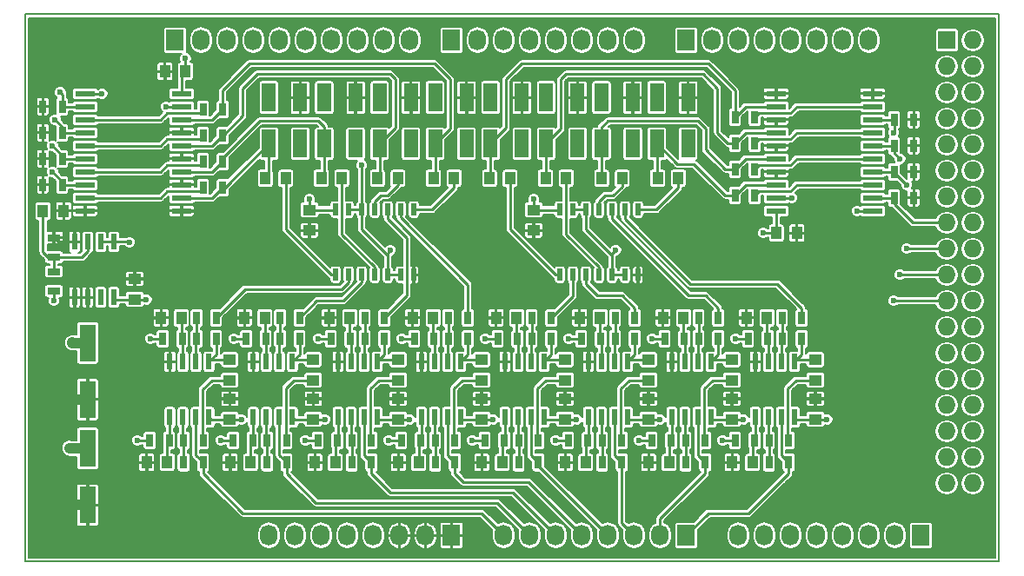
<source format=gbr>
G04 #@! TF.FileFunction,Copper,L1,Top,Signal*
%FSLAX46Y46*%
G04 Gerber Fmt 4.6, Leading zero omitted, Abs format (unit mm)*
G04 Created by KiCad (PCBNEW 4.0.5+dfsg1-4) date Sun Mar 19 16:59:55 2017*
%MOMM*%
%LPD*%
G01*
G04 APERTURE LIST*
%ADD10C,0.020000*%
%ADD11C,0.150000*%
%ADD12R,1.600200X3.599180*%
%ADD13R,1.000000X1.250000*%
%ADD14R,1.250000X1.000000*%
%ADD15R,1.727200X2.032000*%
%ADD16O,1.727200X2.032000*%
%ADD17R,0.700000X1.300000*%
%ADD18R,1.300000X0.700000*%
%ADD19R,1.950000X0.600000*%
%ADD20R,0.508000X1.143000*%
%ADD21R,0.600000X1.550000*%
%ADD22R,1.350000X2.750000*%
%ADD23R,1.727200X1.727200*%
%ADD24O,1.727200X1.727200*%
%ADD25C,0.600000*%
%ADD26C,0.250000*%
%ADD27C,1.000000*%
%ADD28C,0.200000*%
G04 APERTURE END LIST*
D10*
D11*
X56261000Y-73660000D02*
X56261000Y-20320000D01*
X151130000Y-73660000D02*
X56261000Y-73660000D01*
X151130000Y-20320000D02*
X151130000Y-73660000D01*
X56261000Y-20320000D02*
X151130000Y-20320000D01*
D12*
X62357000Y-52367180D03*
X62357000Y-57868820D03*
X62357000Y-62654180D03*
X62357000Y-68155820D03*
D13*
X71866000Y-25908000D03*
X69866000Y-25908000D03*
D14*
X76200000Y-59801000D03*
X76200000Y-57801000D03*
D13*
X129429000Y-41656000D03*
X131429000Y-41656000D03*
D14*
X84328000Y-59801000D03*
X84328000Y-57801000D03*
X83947000Y-39386000D03*
X83947000Y-41386000D03*
X92583000Y-59801000D03*
X92583000Y-57801000D03*
X105791000Y-39386000D03*
X105791000Y-41386000D03*
X100711000Y-59801000D03*
X100711000Y-57801000D03*
X108839000Y-59801000D03*
X108839000Y-57801000D03*
X116967000Y-59801000D03*
X116967000Y-57801000D03*
X125095000Y-59801000D03*
X125095000Y-57801000D03*
X133223000Y-59801000D03*
X133223000Y-57801000D03*
D13*
X79645000Y-36322000D03*
X81645000Y-36322000D03*
X85106000Y-36322000D03*
X87106000Y-36322000D03*
X90567000Y-36322000D03*
X92567000Y-36322000D03*
X96028000Y-36322000D03*
X98028000Y-36322000D03*
X101489000Y-36322000D03*
X103489000Y-36322000D03*
X106950000Y-36322000D03*
X108950000Y-36322000D03*
X112411000Y-36322000D03*
X114411000Y-36322000D03*
X117872000Y-36322000D03*
X119872000Y-36322000D03*
X69485000Y-49911000D03*
X71485000Y-49911000D03*
X77613000Y-49911000D03*
X79613000Y-49911000D03*
X85868000Y-49911000D03*
X87868000Y-49911000D03*
X93996000Y-49911000D03*
X95996000Y-49911000D03*
X102124000Y-49911000D03*
X104124000Y-49911000D03*
X110252000Y-49911000D03*
X112252000Y-49911000D03*
X118380000Y-49911000D03*
X120380000Y-49911000D03*
X126508000Y-49911000D03*
X128508000Y-49911000D03*
D14*
X76200000Y-53991000D03*
X76200000Y-55991000D03*
X84328000Y-53991000D03*
X84328000Y-55991000D03*
X92583000Y-53991000D03*
X92583000Y-55991000D03*
X100711000Y-53991000D03*
X100711000Y-55991000D03*
X108839000Y-53991000D03*
X108839000Y-55991000D03*
X116967000Y-53991000D03*
X116967000Y-55991000D03*
X125095000Y-53991000D03*
X125095000Y-55991000D03*
X133223000Y-53991000D03*
X133223000Y-55991000D03*
D13*
X68088000Y-64008000D03*
X70088000Y-64008000D03*
X76216000Y-64008000D03*
X78216000Y-64008000D03*
X84471000Y-64008000D03*
X86471000Y-64008000D03*
X92599000Y-64008000D03*
X94599000Y-64008000D03*
X100727000Y-64008000D03*
X102727000Y-64008000D03*
X108855000Y-64008000D03*
X110855000Y-64008000D03*
X116983000Y-64008000D03*
X118983000Y-64008000D03*
X125111000Y-64008000D03*
X127111000Y-64008000D03*
D15*
X70866000Y-22860000D03*
D16*
X73406000Y-22860000D03*
X75946000Y-22860000D03*
X78486000Y-22860000D03*
X81026000Y-22860000D03*
X83566000Y-22860000D03*
X86106000Y-22860000D03*
X88646000Y-22860000D03*
X91186000Y-22860000D03*
X93726000Y-22860000D03*
D17*
X57978000Y-29337000D03*
X59878000Y-29337000D03*
X142809000Y-38227000D03*
X140909000Y-38227000D03*
X57978000Y-31877000D03*
X59878000Y-31877000D03*
X142809000Y-35687000D03*
X140909000Y-35687000D03*
X57978000Y-34417000D03*
X59878000Y-34417000D03*
X142809000Y-33147000D03*
X140909000Y-33147000D03*
X57978000Y-36957000D03*
X59878000Y-36957000D03*
X142809000Y-30607000D03*
X140909000Y-30607000D03*
X73599000Y-37211000D03*
X75499000Y-37211000D03*
X73599000Y-34671000D03*
X75499000Y-34671000D03*
X73599000Y-32131000D03*
X75499000Y-32131000D03*
X73599000Y-29591000D03*
X75499000Y-29591000D03*
X127315000Y-30353000D03*
X125415000Y-30353000D03*
X127315000Y-32893000D03*
X125415000Y-32893000D03*
X127315000Y-35433000D03*
X125415000Y-35433000D03*
X127315000Y-37973000D03*
X125415000Y-37973000D03*
X72964000Y-49911000D03*
X74864000Y-49911000D03*
X71562000Y-51943000D03*
X69662000Y-51943000D03*
X81092000Y-49911000D03*
X82992000Y-49911000D03*
X79690000Y-51943000D03*
X77790000Y-51943000D03*
X89347000Y-49911000D03*
X91247000Y-49911000D03*
X87945000Y-51943000D03*
X86045000Y-51943000D03*
X97475000Y-49911000D03*
X99375000Y-49911000D03*
X96073000Y-51943000D03*
X94173000Y-51943000D03*
X105603000Y-49911000D03*
X107503000Y-49911000D03*
X104201000Y-51943000D03*
X102301000Y-51943000D03*
X113731000Y-49911000D03*
X115631000Y-49911000D03*
X112329000Y-51943000D03*
X110429000Y-51943000D03*
X121859000Y-49911000D03*
X123759000Y-49911000D03*
X120457000Y-51943000D03*
X118557000Y-51943000D03*
X129987000Y-49911000D03*
X131887000Y-49911000D03*
X128585000Y-51943000D03*
X126685000Y-51943000D03*
X74864000Y-51943000D03*
X72964000Y-51943000D03*
X82992000Y-51943000D03*
X81092000Y-51943000D03*
X91247000Y-51943000D03*
X89347000Y-51943000D03*
X99375000Y-51943000D03*
X97475000Y-51943000D03*
X107503000Y-51943000D03*
X105603000Y-51943000D03*
X115631000Y-51943000D03*
X113731000Y-51943000D03*
X123759000Y-51943000D03*
X121859000Y-51943000D03*
X131887000Y-51943000D03*
X129987000Y-51943000D03*
X71694000Y-61849000D03*
X73594000Y-61849000D03*
X70292000Y-61849000D03*
X68392000Y-61849000D03*
X79822000Y-61849000D03*
X81722000Y-61849000D03*
X78420000Y-61849000D03*
X76520000Y-61849000D03*
X88077000Y-61849000D03*
X89977000Y-61849000D03*
X86675000Y-61849000D03*
X84775000Y-61849000D03*
X96205000Y-61849000D03*
X98105000Y-61849000D03*
X94803000Y-61849000D03*
X92903000Y-61849000D03*
X104333000Y-61849000D03*
X106233000Y-61849000D03*
X102931000Y-61849000D03*
X101031000Y-61849000D03*
X112461000Y-61849000D03*
X114361000Y-61849000D03*
X111059000Y-61849000D03*
X109159000Y-61849000D03*
X120589000Y-61849000D03*
X122489000Y-61849000D03*
X119187000Y-61849000D03*
X117287000Y-61849000D03*
X128717000Y-61849000D03*
X130617000Y-61849000D03*
X127315000Y-61849000D03*
X125415000Y-61849000D03*
X73594000Y-64008000D03*
X71694000Y-64008000D03*
X81722000Y-64008000D03*
X79822000Y-64008000D03*
X89977000Y-64008000D03*
X88077000Y-64008000D03*
X98105000Y-64008000D03*
X96205000Y-64008000D03*
X106233000Y-64008000D03*
X104333000Y-64008000D03*
X114361000Y-64008000D03*
X112461000Y-64008000D03*
X122489000Y-64008000D03*
X120589000Y-64008000D03*
X130617000Y-64008000D03*
X128717000Y-64008000D03*
D18*
X59055000Y-45405000D03*
X59055000Y-47305000D03*
X59055000Y-42103000D03*
X59055000Y-44003000D03*
D19*
X62102000Y-28067000D03*
X62102000Y-29337000D03*
X62102000Y-30607000D03*
X62102000Y-31877000D03*
X62102000Y-33147000D03*
X62102000Y-34417000D03*
X62102000Y-35687000D03*
X62102000Y-36957000D03*
X62102000Y-38227000D03*
X62102000Y-39497000D03*
X71502000Y-39497000D03*
X71502000Y-38227000D03*
X71502000Y-36957000D03*
X71502000Y-35687000D03*
X71502000Y-34417000D03*
X71502000Y-33147000D03*
X71502000Y-31877000D03*
X71502000Y-30607000D03*
X71502000Y-29337000D03*
X71502000Y-28067000D03*
X138812000Y-39497000D03*
X138812000Y-38227000D03*
X138812000Y-36957000D03*
X138812000Y-35687000D03*
X138812000Y-34417000D03*
X138812000Y-33147000D03*
X138812000Y-31877000D03*
X138812000Y-30607000D03*
X138812000Y-29337000D03*
X138812000Y-28067000D03*
X129412000Y-28067000D03*
X129412000Y-29337000D03*
X129412000Y-30607000D03*
X129412000Y-31877000D03*
X129412000Y-33147000D03*
X129412000Y-34417000D03*
X129412000Y-35687000D03*
X129412000Y-36957000D03*
X129412000Y-38227000D03*
X129412000Y-39497000D03*
D20*
X86487000Y-45720000D03*
X87757000Y-45720000D03*
X89027000Y-45720000D03*
X90297000Y-45720000D03*
X91567000Y-45720000D03*
X92837000Y-45720000D03*
X94107000Y-45720000D03*
X94107000Y-39370000D03*
X92837000Y-39370000D03*
X90297000Y-39370000D03*
X89027000Y-39370000D03*
X87757000Y-39370000D03*
X86487000Y-39370000D03*
X91567000Y-39370000D03*
X108331000Y-45720000D03*
X109601000Y-45720000D03*
X110871000Y-45720000D03*
X112141000Y-45720000D03*
X113411000Y-45720000D03*
X114681000Y-45720000D03*
X115951000Y-45720000D03*
X115951000Y-39370000D03*
X114681000Y-39370000D03*
X112141000Y-39370000D03*
X110871000Y-39370000D03*
X109601000Y-39370000D03*
X108331000Y-39370000D03*
X113411000Y-39370000D03*
D21*
X74168000Y-54196000D03*
X72898000Y-54196000D03*
X71628000Y-54196000D03*
X70358000Y-54196000D03*
X70358000Y-59596000D03*
X71628000Y-59596000D03*
X72898000Y-59596000D03*
X74168000Y-59596000D03*
X82296000Y-54196000D03*
X81026000Y-54196000D03*
X79756000Y-54196000D03*
X78486000Y-54196000D03*
X78486000Y-59596000D03*
X79756000Y-59596000D03*
X81026000Y-59596000D03*
X82296000Y-59596000D03*
X90551000Y-54196000D03*
X89281000Y-54196000D03*
X88011000Y-54196000D03*
X86741000Y-54196000D03*
X86741000Y-59596000D03*
X88011000Y-59596000D03*
X89281000Y-59596000D03*
X90551000Y-59596000D03*
X98679000Y-54196000D03*
X97409000Y-54196000D03*
X96139000Y-54196000D03*
X94869000Y-54196000D03*
X94869000Y-59596000D03*
X96139000Y-59596000D03*
X97409000Y-59596000D03*
X98679000Y-59596000D03*
X106807000Y-54196000D03*
X105537000Y-54196000D03*
X104267000Y-54196000D03*
X102997000Y-54196000D03*
X102997000Y-59596000D03*
X104267000Y-59596000D03*
X105537000Y-59596000D03*
X106807000Y-59596000D03*
X114935000Y-54196000D03*
X113665000Y-54196000D03*
X112395000Y-54196000D03*
X111125000Y-54196000D03*
X111125000Y-59596000D03*
X112395000Y-59596000D03*
X113665000Y-59596000D03*
X114935000Y-59596000D03*
X123063000Y-54196000D03*
X121793000Y-54196000D03*
X120523000Y-54196000D03*
X119253000Y-54196000D03*
X119253000Y-59596000D03*
X120523000Y-59596000D03*
X121793000Y-59596000D03*
X123063000Y-59596000D03*
X131191000Y-54196000D03*
X129921000Y-54196000D03*
X128651000Y-54196000D03*
X127381000Y-54196000D03*
X127381000Y-59596000D03*
X128651000Y-59596000D03*
X129921000Y-59596000D03*
X131191000Y-59596000D03*
X64897000Y-42512000D03*
X63627000Y-42512000D03*
X62357000Y-42512000D03*
X61087000Y-42512000D03*
X61087000Y-47912000D03*
X62357000Y-47912000D03*
X63627000Y-47912000D03*
X64897000Y-47912000D03*
D22*
X79994000Y-32947000D03*
X83044000Y-32947000D03*
X83044000Y-28447000D03*
X79994000Y-28447000D03*
X85394000Y-32947000D03*
X88444000Y-32947000D03*
X88444000Y-28447000D03*
X85394000Y-28447000D03*
X90794000Y-32947000D03*
X93844000Y-32947000D03*
X93844000Y-28447000D03*
X90794000Y-28447000D03*
X96194000Y-32947000D03*
X99244000Y-32947000D03*
X99244000Y-28447000D03*
X96194000Y-28447000D03*
X101594000Y-32947000D03*
X104644000Y-32947000D03*
X104644000Y-28447000D03*
X101594000Y-28447000D03*
X106994000Y-32947000D03*
X110044000Y-32947000D03*
X110044000Y-28447000D03*
X106994000Y-28447000D03*
X112394000Y-32947000D03*
X115444000Y-32947000D03*
X115444000Y-28447000D03*
X112394000Y-28447000D03*
X117794000Y-32947000D03*
X120844000Y-32947000D03*
X120844000Y-28447000D03*
X117794000Y-28447000D03*
D15*
X97790000Y-71120000D03*
D16*
X95250000Y-71120000D03*
X92710000Y-71120000D03*
X90170000Y-71120000D03*
X87630000Y-71120000D03*
X85090000Y-71120000D03*
X82550000Y-71120000D03*
X80010000Y-71120000D03*
D15*
X97790000Y-22860000D03*
D16*
X100330000Y-22860000D03*
X102870000Y-22860000D03*
X105410000Y-22860000D03*
X107950000Y-22860000D03*
X110490000Y-22860000D03*
X113030000Y-22860000D03*
X115570000Y-22860000D03*
D15*
X120650000Y-71120000D03*
D16*
X118110000Y-71120000D03*
X115570000Y-71120000D03*
X113030000Y-71120000D03*
X110490000Y-71120000D03*
X107950000Y-71120000D03*
X105410000Y-71120000D03*
X102870000Y-71120000D03*
D15*
X120650000Y-22860000D03*
D16*
X123190000Y-22860000D03*
X125730000Y-22860000D03*
X128270000Y-22860000D03*
X130810000Y-22860000D03*
X133350000Y-22860000D03*
X135890000Y-22860000D03*
X138430000Y-22860000D03*
D15*
X143510000Y-71120000D03*
D16*
X140970000Y-71120000D03*
X138430000Y-71120000D03*
X135890000Y-71120000D03*
X133350000Y-71120000D03*
X130810000Y-71120000D03*
X128270000Y-71120000D03*
X125730000Y-71120000D03*
D23*
X146050000Y-22860000D03*
D24*
X148590000Y-22860000D03*
X146050000Y-25400000D03*
X148590000Y-25400000D03*
X146050000Y-27940000D03*
X148590000Y-27940000D03*
X146050000Y-30480000D03*
X148590000Y-30480000D03*
X146050000Y-33020000D03*
X148590000Y-33020000D03*
X146050000Y-35560000D03*
X148590000Y-35560000D03*
X146050000Y-38100000D03*
X148590000Y-38100000D03*
X146050000Y-40640000D03*
X148590000Y-40640000D03*
X146050000Y-43180000D03*
X148590000Y-43180000D03*
X146050000Y-45720000D03*
X148590000Y-45720000D03*
X146050000Y-48260000D03*
X148590000Y-48260000D03*
X146050000Y-50800000D03*
X148590000Y-50800000D03*
X146050000Y-53340000D03*
X148590000Y-53340000D03*
X146050000Y-55880000D03*
X148590000Y-55880000D03*
X146050000Y-58420000D03*
X148590000Y-58420000D03*
X146050000Y-60960000D03*
X148590000Y-60960000D03*
X146050000Y-63500000D03*
X148590000Y-63500000D03*
X146050000Y-66040000D03*
X148590000Y-66040000D03*
D14*
X66929000Y-48117000D03*
X66929000Y-46117000D03*
D13*
X60000000Y-39500000D03*
X58000000Y-39500000D03*
D25*
X71882000Y-24638000D03*
X83947000Y-38354000D03*
X105791000Y-38354000D03*
X128143000Y-41656000D03*
X60833000Y-52324000D03*
X62000000Y-40500000D03*
X59055000Y-41021000D03*
X106934000Y-41402000D03*
X85090000Y-41402000D03*
X60579000Y-57912000D03*
X60706000Y-68199000D03*
X132461000Y-41656000D03*
X69596000Y-27559000D03*
X125095000Y-65151000D03*
X116967000Y-65151000D03*
X108839000Y-65151000D03*
X100711000Y-65151000D03*
X92583000Y-65151000D03*
X84455000Y-65151000D03*
X76200000Y-65151000D03*
X68072000Y-65151000D03*
X134366000Y-57785000D03*
X126238000Y-57785000D03*
X118110000Y-57785000D03*
X109982000Y-57785000D03*
X101854000Y-57785000D03*
X93726000Y-57785000D03*
X85471000Y-57785000D03*
X77343000Y-57785000D03*
X127381000Y-55499000D03*
X119253000Y-55499000D03*
X111125000Y-55499000D03*
X102997000Y-55499000D03*
X94869000Y-55499000D03*
X86741000Y-55499000D03*
X78486000Y-55499000D03*
X70358000Y-55499000D03*
X125476000Y-49911000D03*
X117348000Y-49911000D03*
X109220000Y-49911000D03*
X101092000Y-49911000D03*
X93091000Y-49911000D03*
X84836000Y-49911000D03*
X76581000Y-49911000D03*
X68453000Y-49911000D03*
X65532000Y-46101000D03*
X95123000Y-45720000D03*
X116967000Y-45720000D03*
X119380000Y-28448000D03*
X114046000Y-28448000D03*
X109982000Y-30607000D03*
X104648000Y-30607000D03*
X99187000Y-30607000D03*
X93853000Y-30607000D03*
X86995000Y-28448000D03*
X81661000Y-28448000D03*
X127635000Y-28067000D03*
X73279000Y-39497000D03*
X59055000Y-48260000D03*
X134366000Y-59817000D03*
X126238000Y-59817000D03*
X118110000Y-59817000D03*
X109982000Y-59817000D03*
X101854000Y-59817000D03*
X93726000Y-59817000D03*
X85471000Y-59817000D03*
X77343000Y-59817000D03*
X68072000Y-48133000D03*
X60579000Y-62611000D03*
X137287000Y-39497000D03*
X63754000Y-28067000D03*
X130937000Y-38227000D03*
X69977000Y-29337000D03*
X89027000Y-35052000D03*
X113792000Y-43307000D03*
X91821000Y-43307000D03*
X58928000Y-35687000D03*
X58928000Y-33147000D03*
X59182000Y-30607000D03*
X59690000Y-27940000D03*
X140843000Y-48260000D03*
X140843000Y-31877000D03*
X141478000Y-45720000D03*
X141478000Y-34417000D03*
X142113000Y-43180000D03*
X142113000Y-36957000D03*
X76581000Y-51943000D03*
X124206000Y-61849000D03*
X116078000Y-61849000D03*
X107950000Y-61849000D03*
X99822000Y-61849000D03*
X91694000Y-61849000D03*
X83566000Y-61849000D03*
X75311000Y-61849000D03*
X67183000Y-61849000D03*
X68453000Y-51943000D03*
X84836000Y-51943000D03*
X92964000Y-51943000D03*
X101092000Y-51943000D03*
X109220000Y-51943000D03*
X117348000Y-51943000D03*
X66421000Y-42545000D03*
X125476000Y-51943000D03*
D26*
X71866000Y-25908000D02*
X71866000Y-24654000D01*
X71866000Y-24654000D02*
X71882000Y-24638000D01*
X83947000Y-39386000D02*
X83947000Y-38354000D01*
X105791000Y-39386000D02*
X105791000Y-38354000D01*
X129429000Y-41656000D02*
X128143000Y-41656000D01*
X71866000Y-25908000D02*
X71866000Y-26019000D01*
D27*
X62357000Y-52367180D02*
X60876180Y-52367180D01*
X60876180Y-52367180D02*
X60833000Y-52324000D01*
D26*
X71502000Y-28067000D02*
X71502000Y-26272000D01*
X71502000Y-26272000D02*
X71866000Y-25908000D01*
X105791000Y-39386000D02*
X108315000Y-39386000D01*
X108315000Y-39386000D02*
X108331000Y-39370000D01*
X83947000Y-39386000D02*
X86471000Y-39386000D01*
X86471000Y-39386000D02*
X86487000Y-39370000D01*
X129412000Y-39497000D02*
X129412000Y-41639000D01*
X129412000Y-41639000D02*
X129429000Y-41656000D01*
X62102000Y-39497000D02*
X62102000Y-40398000D01*
X62102000Y-40398000D02*
X62000000Y-40500000D01*
X61087000Y-42512000D02*
X59464000Y-42512000D01*
X59464000Y-42512000D02*
X59055000Y-42103000D01*
X59055000Y-42103000D02*
X59055000Y-41021000D01*
X105791000Y-41386000D02*
X106918000Y-41386000D01*
X106918000Y-41386000D02*
X106934000Y-41402000D01*
X83947000Y-41386000D02*
X85074000Y-41386000D01*
X85074000Y-41386000D02*
X85090000Y-41402000D01*
D27*
X62357000Y-57868820D02*
X60622180Y-57868820D01*
X60622180Y-57868820D02*
X60579000Y-57912000D01*
X62357000Y-68155820D02*
X60749180Y-68155820D01*
X60749180Y-68155820D02*
X60706000Y-68199000D01*
D26*
X131429000Y-41656000D02*
X132461000Y-41656000D01*
X69866000Y-25908000D02*
X69866000Y-27289000D01*
X69866000Y-27289000D02*
X69596000Y-27559000D01*
X125111000Y-64008000D02*
X125111000Y-65135000D01*
X125111000Y-65135000D02*
X125095000Y-65151000D01*
X116983000Y-64008000D02*
X116983000Y-65135000D01*
X116983000Y-65135000D02*
X116967000Y-65151000D01*
X108855000Y-64008000D02*
X108855000Y-65135000D01*
X108855000Y-65135000D02*
X108839000Y-65151000D01*
X100727000Y-64008000D02*
X100727000Y-65135000D01*
X100727000Y-65135000D02*
X100711000Y-65151000D01*
X92599000Y-64008000D02*
X92599000Y-65135000D01*
X92599000Y-65135000D02*
X92583000Y-65151000D01*
X84471000Y-64008000D02*
X84471000Y-65135000D01*
X84471000Y-65135000D02*
X84455000Y-65151000D01*
X76216000Y-64008000D02*
X76216000Y-65135000D01*
X76216000Y-65135000D02*
X76200000Y-65151000D01*
X68088000Y-64008000D02*
X68088000Y-65135000D01*
X68088000Y-65135000D02*
X68072000Y-65151000D01*
X133223000Y-57801000D02*
X134350000Y-57801000D01*
X134350000Y-57801000D02*
X134366000Y-57785000D01*
X125095000Y-57801000D02*
X126222000Y-57801000D01*
X126222000Y-57801000D02*
X126238000Y-57785000D01*
X116967000Y-57801000D02*
X118094000Y-57801000D01*
X118094000Y-57801000D02*
X118110000Y-57785000D01*
X108839000Y-57801000D02*
X109966000Y-57801000D01*
X109966000Y-57801000D02*
X109982000Y-57785000D01*
X100711000Y-57801000D02*
X101838000Y-57801000D01*
X101838000Y-57801000D02*
X101854000Y-57785000D01*
X92583000Y-57801000D02*
X93710000Y-57801000D01*
X93710000Y-57801000D02*
X93726000Y-57785000D01*
X84328000Y-57801000D02*
X85455000Y-57801000D01*
X85455000Y-57801000D02*
X85471000Y-57785000D01*
X76200000Y-57801000D02*
X77327000Y-57801000D01*
X77327000Y-57801000D02*
X77343000Y-57785000D01*
X127381000Y-54196000D02*
X127381000Y-55499000D01*
X119253000Y-54196000D02*
X119253000Y-55499000D01*
X111125000Y-54196000D02*
X111125000Y-55499000D01*
X102997000Y-54196000D02*
X102997000Y-55499000D01*
X94869000Y-54196000D02*
X94869000Y-55499000D01*
X86741000Y-54196000D02*
X86741000Y-55499000D01*
X78486000Y-54196000D02*
X78486000Y-55499000D01*
X70358000Y-54196000D02*
X70358000Y-55499000D01*
X126508000Y-49911000D02*
X125476000Y-49911000D01*
X118380000Y-49911000D02*
X117348000Y-49911000D01*
X110252000Y-49911000D02*
X109220000Y-49911000D01*
X102124000Y-49911000D02*
X101092000Y-49911000D01*
X93996000Y-49911000D02*
X93091000Y-49911000D01*
X85868000Y-49911000D02*
X84836000Y-49911000D01*
X77613000Y-49911000D02*
X76581000Y-49911000D01*
X69485000Y-49911000D02*
X68453000Y-49911000D01*
X62357000Y-47912000D02*
X62357000Y-46101000D01*
X65532000Y-46101000D02*
X62357000Y-46101000D01*
X62357000Y-46101000D02*
X61849000Y-46101000D01*
X65548000Y-46117000D02*
X65532000Y-46101000D01*
X66929000Y-46117000D02*
X65548000Y-46117000D01*
X61087000Y-46863000D02*
X61087000Y-47912000D01*
X61849000Y-46101000D02*
X61087000Y-46863000D01*
X94107000Y-45720000D02*
X95123000Y-45720000D01*
X115951000Y-45720000D02*
X116967000Y-45720000D01*
X120844000Y-28447000D02*
X119381000Y-28447000D01*
X119381000Y-28447000D02*
X119380000Y-28448000D01*
X115444000Y-28447000D02*
X114047000Y-28447000D01*
X114047000Y-28447000D02*
X114046000Y-28448000D01*
X110044000Y-28447000D02*
X110044000Y-30545000D01*
X110044000Y-30545000D02*
X109982000Y-30607000D01*
X104644000Y-28447000D02*
X104644000Y-30603000D01*
X104644000Y-30603000D02*
X104648000Y-30607000D01*
X99244000Y-28447000D02*
X99244000Y-30550000D01*
X99244000Y-30550000D02*
X99187000Y-30607000D01*
X93844000Y-28447000D02*
X93844000Y-30598000D01*
X93844000Y-30598000D02*
X93853000Y-30607000D01*
X88444000Y-28447000D02*
X86996000Y-28447000D01*
X86996000Y-28447000D02*
X86995000Y-28448000D01*
X83044000Y-28447000D02*
X81662000Y-28447000D01*
X81662000Y-28447000D02*
X81661000Y-28448000D01*
X129412000Y-28067000D02*
X127635000Y-28067000D01*
X71502000Y-39497000D02*
X73279000Y-39497000D01*
X57978000Y-29337000D02*
X57978000Y-31877000D01*
X57978000Y-31877000D02*
X57978000Y-34417000D01*
X57978000Y-34417000D02*
X57978000Y-36957000D01*
X59055000Y-47305000D02*
X59055000Y-48260000D01*
X133223000Y-59801000D02*
X134350000Y-59801000D01*
X134350000Y-59801000D02*
X134366000Y-59817000D01*
X125095000Y-59801000D02*
X126222000Y-59801000D01*
X126222000Y-59801000D02*
X126238000Y-59817000D01*
X116967000Y-59801000D02*
X118094000Y-59801000D01*
X118094000Y-59801000D02*
X118110000Y-59817000D01*
X108839000Y-59801000D02*
X109966000Y-59801000D01*
X109966000Y-59801000D02*
X109982000Y-59817000D01*
X100711000Y-59801000D02*
X101838000Y-59801000D01*
X101838000Y-59801000D02*
X101854000Y-59817000D01*
X92583000Y-59801000D02*
X93710000Y-59801000D01*
X93710000Y-59801000D02*
X93726000Y-59817000D01*
X84328000Y-59801000D02*
X85455000Y-59801000D01*
X85455000Y-59801000D02*
X85471000Y-59817000D01*
X76200000Y-59801000D02*
X77327000Y-59801000D01*
X77327000Y-59801000D02*
X77343000Y-59817000D01*
X66929000Y-48117000D02*
X68056000Y-48117000D01*
X68056000Y-48117000D02*
X68072000Y-48133000D01*
D27*
X62357000Y-62654180D02*
X60622180Y-62654180D01*
X60622180Y-62654180D02*
X60579000Y-62611000D01*
D26*
X66929000Y-48117000D02*
X65102000Y-48117000D01*
X65102000Y-48117000D02*
X64897000Y-47912000D01*
X133223000Y-59801000D02*
X131396000Y-59801000D01*
X131396000Y-59801000D02*
X131191000Y-59596000D01*
X125095000Y-59801000D02*
X123268000Y-59801000D01*
X123268000Y-59801000D02*
X123063000Y-59596000D01*
X116967000Y-59801000D02*
X115140000Y-59801000D01*
X115140000Y-59801000D02*
X114935000Y-59596000D01*
X108839000Y-59801000D02*
X107012000Y-59801000D01*
X107012000Y-59801000D02*
X106807000Y-59596000D01*
X100711000Y-59801000D02*
X98884000Y-59801000D01*
X98884000Y-59801000D02*
X98679000Y-59596000D01*
X92583000Y-59801000D02*
X90756000Y-59801000D01*
X90756000Y-59801000D02*
X90551000Y-59596000D01*
X84328000Y-59801000D02*
X82501000Y-59801000D01*
X82501000Y-59801000D02*
X82296000Y-59596000D01*
X76200000Y-59801000D02*
X74373000Y-59801000D01*
X74373000Y-59801000D02*
X74168000Y-59596000D01*
X75499000Y-37211000D02*
X75730000Y-37211000D01*
X75730000Y-37211000D02*
X79994000Y-32947000D01*
X71502000Y-38227000D02*
X74483000Y-38227000D01*
X74483000Y-38227000D02*
X75499000Y-37211000D01*
X79994000Y-32947000D02*
X79994000Y-35973000D01*
X79994000Y-35973000D02*
X79645000Y-36322000D01*
X81645000Y-36322000D02*
X81645000Y-41259000D01*
X86106000Y-45720000D02*
X86487000Y-45720000D01*
X81645000Y-41259000D02*
X86106000Y-45720000D01*
X81645000Y-36322000D02*
X81534000Y-36322000D01*
X75499000Y-34671000D02*
X75499000Y-34356000D01*
X75499000Y-34356000D02*
X79121000Y-30734000D01*
X85394000Y-31292000D02*
X85394000Y-32947000D01*
X84836000Y-30734000D02*
X85394000Y-31292000D01*
X79121000Y-30734000D02*
X84836000Y-30734000D01*
X71502000Y-35687000D02*
X74483000Y-35687000D01*
X74483000Y-35687000D02*
X75499000Y-34671000D01*
X85394000Y-32947000D02*
X85394000Y-36034000D01*
X85394000Y-36034000D02*
X85106000Y-36322000D01*
X87106000Y-36322000D02*
X87106000Y-41767000D01*
X90297000Y-44958000D02*
X90297000Y-45720000D01*
X87106000Y-41767000D02*
X90297000Y-44958000D01*
X87106000Y-36322000D02*
X87106000Y-36465000D01*
X75499000Y-32131000D02*
X75565000Y-32131000D01*
X75565000Y-32131000D02*
X77470000Y-30226000D01*
X92329000Y-31412000D02*
X90794000Y-32947000D01*
X92329000Y-26670000D02*
X92329000Y-31412000D01*
X91821000Y-26162000D02*
X92329000Y-26670000D01*
X78867000Y-26162000D02*
X91821000Y-26162000D01*
X77470000Y-27559000D02*
X78867000Y-26162000D01*
X77470000Y-30226000D02*
X77470000Y-27559000D01*
X71502000Y-33147000D02*
X74483000Y-33147000D01*
X74483000Y-33147000D02*
X75499000Y-32131000D01*
X90794000Y-32947000D02*
X90794000Y-36095000D01*
X90794000Y-36095000D02*
X90567000Y-36322000D01*
X92567000Y-36322000D02*
X92567000Y-36973000D01*
X90297000Y-38608000D02*
X90297000Y-39370000D01*
X90932000Y-37973000D02*
X90297000Y-38608000D01*
X91567000Y-37973000D02*
X90932000Y-37973000D01*
X92567000Y-36973000D02*
X91567000Y-37973000D01*
X92567000Y-36322000D02*
X92567000Y-36338000D01*
X92567000Y-36322000D02*
X92567000Y-36846000D01*
X75499000Y-29591000D02*
X75499000Y-27752000D01*
X97663000Y-31478000D02*
X96194000Y-32947000D01*
X97663000Y-26670000D02*
X97663000Y-31478000D01*
X96139000Y-25146000D02*
X97663000Y-26670000D01*
X78105000Y-25146000D02*
X96139000Y-25146000D01*
X75499000Y-27752000D02*
X78105000Y-25146000D01*
X71502000Y-30607000D02*
X74483000Y-30607000D01*
X74483000Y-30607000D02*
X75499000Y-29591000D01*
X96194000Y-32947000D02*
X96194000Y-36156000D01*
X96194000Y-36156000D02*
X96028000Y-36322000D01*
X98028000Y-36322000D02*
X98028000Y-37227000D01*
X95885000Y-39370000D02*
X94107000Y-39370000D01*
X98028000Y-37227000D02*
X95885000Y-39370000D01*
X98028000Y-36322000D02*
X98028000Y-36846000D01*
X125415000Y-30353000D02*
X125415000Y-27752000D01*
X103124000Y-31417000D02*
X101594000Y-32947000D01*
X103124000Y-26670000D02*
X103124000Y-31417000D01*
X104648000Y-25146000D02*
X103124000Y-26670000D01*
X122809000Y-25146000D02*
X104648000Y-25146000D01*
X125415000Y-27752000D02*
X122809000Y-25146000D01*
X129412000Y-29337000D02*
X126431000Y-29337000D01*
X126431000Y-29337000D02*
X125415000Y-30353000D01*
X101594000Y-32947000D02*
X101594000Y-36217000D01*
X101594000Y-36217000D02*
X101489000Y-36322000D01*
X103489000Y-36322000D02*
X103489000Y-41259000D01*
X107950000Y-45720000D02*
X108331000Y-45720000D01*
X103489000Y-41259000D02*
X107950000Y-45720000D01*
X125415000Y-32893000D02*
X124714000Y-32893000D01*
X108458000Y-31483000D02*
X106994000Y-32947000D01*
X108458000Y-26670000D02*
X108458000Y-31483000D01*
X108966000Y-26162000D02*
X108458000Y-26670000D01*
X122301000Y-26162000D02*
X108966000Y-26162000D01*
X123698000Y-27559000D02*
X122301000Y-26162000D01*
X123698000Y-31877000D02*
X123698000Y-27559000D01*
X124714000Y-32893000D02*
X123698000Y-31877000D01*
X129412000Y-31877000D02*
X126431000Y-31877000D01*
X126431000Y-31877000D02*
X125415000Y-32893000D01*
X106994000Y-32947000D02*
X106994000Y-36278000D01*
X106994000Y-36278000D02*
X106950000Y-36322000D01*
X108950000Y-36322000D02*
X108950000Y-41767000D01*
X112141000Y-44958000D02*
X112141000Y-45720000D01*
X108950000Y-41767000D02*
X112141000Y-44958000D01*
X125415000Y-35433000D02*
X124460000Y-35433000D01*
X112394000Y-31370000D02*
X112394000Y-32947000D01*
X113030000Y-30734000D02*
X112394000Y-31370000D01*
X121793000Y-30734000D02*
X113030000Y-30734000D01*
X122555000Y-31496000D02*
X121793000Y-30734000D01*
X122555000Y-33528000D02*
X122555000Y-31496000D01*
X124460000Y-35433000D02*
X122555000Y-33528000D01*
X112394000Y-31751000D02*
X112394000Y-32947000D01*
X129412000Y-34417000D02*
X126431000Y-34417000D01*
X126431000Y-34417000D02*
X125415000Y-35433000D01*
X112394000Y-32947000D02*
X112394000Y-36305000D01*
X112394000Y-36305000D02*
X112411000Y-36322000D01*
X114411000Y-36322000D02*
X114411000Y-37100000D01*
X112141000Y-38608000D02*
X112141000Y-39370000D01*
X112776000Y-37973000D02*
X112141000Y-38608000D01*
X113538000Y-37973000D02*
X112776000Y-37973000D01*
X114411000Y-37100000D02*
X113538000Y-37973000D01*
X114411000Y-36322000D02*
X114411000Y-36338000D01*
X125415000Y-37973000D02*
X124460000Y-37973000D01*
X119772000Y-34925000D02*
X117794000Y-32947000D01*
X121412000Y-34925000D02*
X119772000Y-34925000D01*
X124460000Y-37973000D02*
X121412000Y-34925000D01*
X129412000Y-36957000D02*
X126431000Y-36957000D01*
X126431000Y-36957000D02*
X125415000Y-37973000D01*
X117794000Y-32947000D02*
X117794000Y-36244000D01*
X117794000Y-36244000D02*
X117872000Y-36322000D01*
X119872000Y-36322000D02*
X119872000Y-37227000D01*
X117729000Y-39370000D02*
X115951000Y-39370000D01*
X119872000Y-37227000D02*
X117729000Y-39370000D01*
X71485000Y-49911000D02*
X71485000Y-51866000D01*
X71485000Y-51866000D02*
X71628000Y-52009000D01*
X71628000Y-52009000D02*
X71628000Y-54196000D01*
X79613000Y-49911000D02*
X79613000Y-51866000D01*
X79613000Y-51866000D02*
X79756000Y-52009000D01*
X79756000Y-52009000D02*
X79756000Y-54196000D01*
X87868000Y-49911000D02*
X87868000Y-51866000D01*
X87868000Y-51866000D02*
X88011000Y-52009000D01*
X88011000Y-52009000D02*
X88011000Y-54196000D01*
X95996000Y-49911000D02*
X95996000Y-51866000D01*
X95996000Y-51866000D02*
X96139000Y-52009000D01*
X96139000Y-52009000D02*
X96139000Y-54196000D01*
X104124000Y-49911000D02*
X104124000Y-51866000D01*
X104124000Y-51866000D02*
X104267000Y-52009000D01*
X104267000Y-52009000D02*
X104267000Y-54196000D01*
X112252000Y-49911000D02*
X112252000Y-51866000D01*
X112252000Y-51866000D02*
X112395000Y-52009000D01*
X112395000Y-52009000D02*
X112395000Y-54196000D01*
X120380000Y-49911000D02*
X120380000Y-51866000D01*
X120380000Y-51866000D02*
X120523000Y-52009000D01*
X120523000Y-52009000D02*
X120523000Y-54196000D01*
X128508000Y-49911000D02*
X128508000Y-51866000D01*
X128508000Y-51866000D02*
X128651000Y-52009000D01*
X128651000Y-52009000D02*
X128651000Y-54196000D01*
X76200000Y-53991000D02*
X74373000Y-53991000D01*
X74373000Y-53991000D02*
X74168000Y-54196000D01*
X74864000Y-51943000D02*
X74864000Y-53500000D01*
X74864000Y-53500000D02*
X74168000Y-54196000D01*
X76200000Y-55991000D02*
X74438000Y-55991000D01*
X73533000Y-56896000D02*
X73533000Y-61788000D01*
X74438000Y-55991000D02*
X73533000Y-56896000D01*
X73533000Y-61788000D02*
X73594000Y-61849000D01*
X82992000Y-51943000D02*
X82992000Y-53500000D01*
X82992000Y-53500000D02*
X82296000Y-54196000D01*
X84328000Y-53991000D02*
X82501000Y-53991000D01*
X82501000Y-53991000D02*
X82296000Y-54196000D01*
X84328000Y-55991000D02*
X82439000Y-55991000D01*
X81661000Y-56769000D02*
X81661000Y-61788000D01*
X82439000Y-55991000D02*
X81661000Y-56769000D01*
X81661000Y-61788000D02*
X81722000Y-61849000D01*
X91247000Y-51943000D02*
X91247000Y-53500000D01*
X91247000Y-53500000D02*
X90551000Y-54196000D01*
X92583000Y-53991000D02*
X90756000Y-53991000D01*
X90756000Y-53991000D02*
X90551000Y-54196000D01*
X92583000Y-55991000D02*
X90694000Y-55991000D01*
X89916000Y-56769000D02*
X89916000Y-61788000D01*
X90694000Y-55991000D02*
X89916000Y-56769000D01*
X89916000Y-61788000D02*
X89977000Y-61849000D01*
X99375000Y-51943000D02*
X99375000Y-53500000D01*
X99375000Y-53500000D02*
X98679000Y-54196000D01*
X100711000Y-53991000D02*
X98884000Y-53991000D01*
X98884000Y-53991000D02*
X98679000Y-54196000D01*
X100711000Y-55991000D02*
X98822000Y-55991000D01*
X98044000Y-56769000D02*
X98044000Y-61788000D01*
X98822000Y-55991000D02*
X98044000Y-56769000D01*
X98044000Y-61788000D02*
X98105000Y-61849000D01*
X107503000Y-51943000D02*
X107503000Y-53500000D01*
X107503000Y-53500000D02*
X106807000Y-54196000D01*
X108839000Y-53991000D02*
X107012000Y-53991000D01*
X107012000Y-53991000D02*
X106807000Y-54196000D01*
X108839000Y-55991000D02*
X106950000Y-55991000D01*
X106172000Y-56769000D02*
X106172000Y-61788000D01*
X106950000Y-55991000D02*
X106172000Y-56769000D01*
X106172000Y-61788000D02*
X106233000Y-61849000D01*
X115631000Y-51943000D02*
X115631000Y-53500000D01*
X115631000Y-53500000D02*
X114935000Y-54196000D01*
X116967000Y-53991000D02*
X115140000Y-53991000D01*
X115140000Y-53991000D02*
X114935000Y-54196000D01*
X116967000Y-55991000D02*
X115078000Y-55991000D01*
X114300000Y-56769000D02*
X114300000Y-61788000D01*
X115078000Y-55991000D02*
X114300000Y-56769000D01*
X114300000Y-61788000D02*
X114361000Y-61849000D01*
X123759000Y-51943000D02*
X123759000Y-53500000D01*
X123759000Y-53500000D02*
X123063000Y-54196000D01*
X125095000Y-53991000D02*
X123268000Y-53991000D01*
X123268000Y-53991000D02*
X123063000Y-54196000D01*
X125095000Y-55991000D02*
X123206000Y-55991000D01*
X122428000Y-56769000D02*
X122428000Y-61788000D01*
X123206000Y-55991000D02*
X122428000Y-56769000D01*
X122428000Y-61788000D02*
X122489000Y-61849000D01*
X131887000Y-51943000D02*
X131887000Y-53500000D01*
X131887000Y-53500000D02*
X131191000Y-54196000D01*
X133223000Y-53991000D02*
X131396000Y-53991000D01*
X131396000Y-53991000D02*
X131191000Y-54196000D01*
X133223000Y-55991000D02*
X131334000Y-55991000D01*
X130556000Y-56769000D02*
X130556000Y-61788000D01*
X131334000Y-55991000D02*
X130556000Y-56769000D01*
X130556000Y-61788000D02*
X130617000Y-61849000D01*
X70358000Y-59596000D02*
X70358000Y-61783000D01*
X70358000Y-61783000D02*
X70088000Y-62053000D01*
X70088000Y-62053000D02*
X70088000Y-64008000D01*
X78486000Y-59596000D02*
X78486000Y-61783000D01*
X78486000Y-61783000D02*
X78216000Y-62053000D01*
X78216000Y-62053000D02*
X78216000Y-64008000D01*
X86741000Y-59596000D02*
X86741000Y-61783000D01*
X86741000Y-61783000D02*
X86471000Y-62053000D01*
X86471000Y-62053000D02*
X86471000Y-64008000D01*
X94869000Y-59596000D02*
X94869000Y-61783000D01*
X94869000Y-61783000D02*
X94599000Y-62053000D01*
X94599000Y-62053000D02*
X94599000Y-64008000D01*
X102997000Y-59596000D02*
X102997000Y-61783000D01*
X102997000Y-61783000D02*
X102727000Y-62053000D01*
X102727000Y-62053000D02*
X102727000Y-64008000D01*
X111125000Y-59596000D02*
X111125000Y-61783000D01*
X111125000Y-61783000D02*
X110855000Y-62053000D01*
X110855000Y-62053000D02*
X110855000Y-64008000D01*
X119253000Y-59596000D02*
X119253000Y-61783000D01*
X119253000Y-61783000D02*
X118983000Y-62053000D01*
X118983000Y-62053000D02*
X118983000Y-64008000D01*
X127381000Y-59596000D02*
X127381000Y-61783000D01*
X127381000Y-61783000D02*
X127111000Y-62053000D01*
X127111000Y-62053000D02*
X127111000Y-64008000D01*
X137287000Y-39497000D02*
X138812000Y-39497000D01*
X63754000Y-28067000D02*
X62102000Y-28067000D01*
X130937000Y-38227000D02*
X129412000Y-38227000D01*
X69977000Y-29337000D02*
X71502000Y-29337000D01*
X89027000Y-35052000D02*
X89027000Y-39370000D01*
X91567000Y-45720000D02*
X91567000Y-43561000D01*
X113411000Y-43688000D02*
X113411000Y-45720000D01*
X113792000Y-43307000D02*
X113411000Y-43688000D01*
X91567000Y-43561000D02*
X91821000Y-43307000D01*
X110871000Y-39370000D02*
X110871000Y-41275000D01*
X110871000Y-41275000D02*
X113411000Y-43815000D01*
X113411000Y-43815000D02*
X113411000Y-45720000D01*
X113411000Y-45720000D02*
X114681000Y-45720000D01*
X109601000Y-39370000D02*
X110871000Y-39370000D01*
X89027000Y-39370000D02*
X89027000Y-41275000D01*
X91567000Y-43815000D02*
X91567000Y-45720000D01*
X89027000Y-41275000D02*
X91567000Y-43815000D01*
X91567000Y-45720000D02*
X92837000Y-45720000D01*
X87757000Y-39370000D02*
X89027000Y-39370000D01*
X58928000Y-35687000D02*
X59878000Y-36637000D01*
X59878000Y-36637000D02*
X59878000Y-36957000D01*
X59878000Y-36637000D02*
X59878000Y-36957000D01*
X59878000Y-36637000D02*
X59878000Y-36957000D01*
X59878000Y-36957000D02*
X62102000Y-36957000D01*
X58928000Y-33147000D02*
X59878000Y-34097000D01*
X59878000Y-34097000D02*
X59878000Y-34417000D01*
X59878000Y-34097000D02*
X59878000Y-34417000D01*
X59878000Y-34097000D02*
X59878000Y-34417000D01*
X59878000Y-34417000D02*
X62102000Y-34417000D01*
X59182000Y-30607000D02*
X59878000Y-31303000D01*
X59878000Y-31303000D02*
X59878000Y-31877000D01*
X59878000Y-31303000D02*
X59878000Y-31877000D01*
X59878000Y-31430000D02*
X59878000Y-31877000D01*
X59878000Y-31877000D02*
X62102000Y-31877000D01*
X59878000Y-28128000D02*
X59878000Y-29337000D01*
X59690000Y-27940000D02*
X59878000Y-28128000D01*
X59878000Y-29337000D02*
X62102000Y-29337000D01*
X130617000Y-64008000D02*
X130617000Y-65090000D01*
X122809000Y-68961000D02*
X120650000Y-71120000D01*
X126746000Y-68961000D02*
X122809000Y-68961000D01*
X130617000Y-65090000D02*
X126746000Y-68961000D01*
X129921000Y-59596000D02*
X129921000Y-63312000D01*
X129921000Y-63312000D02*
X130617000Y-64008000D01*
X122489000Y-64008000D02*
X122489000Y-65090000D01*
X118110000Y-69469000D02*
X118110000Y-71120000D01*
X122489000Y-65090000D02*
X118110000Y-69469000D01*
X118110000Y-70739000D02*
X118110000Y-71120000D01*
X121793000Y-59596000D02*
X121793000Y-63312000D01*
X121793000Y-63312000D02*
X122489000Y-64008000D01*
X114361000Y-64008000D02*
X114361000Y-69911000D01*
X114361000Y-69911000D02*
X115570000Y-71120000D01*
X113665000Y-59596000D02*
X113665000Y-63312000D01*
X113665000Y-63312000D02*
X114361000Y-64008000D01*
X106233000Y-64008000D02*
X106233000Y-64323000D01*
X106233000Y-64323000D02*
X113030000Y-71120000D01*
X106233000Y-64008000D02*
X106233000Y-64069000D01*
X105537000Y-59596000D02*
X105537000Y-63312000D01*
X105537000Y-63312000D02*
X106233000Y-64008000D01*
X98105000Y-64008000D02*
X98105000Y-65085000D01*
X105283000Y-65913000D02*
X110490000Y-71120000D01*
X98933000Y-65913000D02*
X105283000Y-65913000D01*
X98105000Y-65085000D02*
X98933000Y-65913000D01*
X98105000Y-64008000D02*
X98105000Y-64323000D01*
X97409000Y-59596000D02*
X97409000Y-63312000D01*
X97409000Y-63312000D02*
X98105000Y-64008000D01*
X89977000Y-64008000D02*
X89977000Y-65085000D01*
X103759000Y-66929000D02*
X107950000Y-71120000D01*
X91821000Y-66929000D02*
X103759000Y-66929000D01*
X89977000Y-65085000D02*
X91821000Y-66929000D01*
X89281000Y-59596000D02*
X89281000Y-63312000D01*
X89281000Y-63312000D02*
X89977000Y-64008000D01*
X81722000Y-64008000D02*
X81722000Y-65085000D01*
X102235000Y-67945000D02*
X105410000Y-71120000D01*
X84582000Y-67945000D02*
X102235000Y-67945000D01*
X81722000Y-65085000D02*
X84582000Y-67945000D01*
X81026000Y-59596000D02*
X81026000Y-63312000D01*
X81026000Y-63312000D02*
X81722000Y-64008000D01*
X73594000Y-64008000D02*
X73594000Y-65085000D01*
X100711000Y-68961000D02*
X102870000Y-71120000D01*
X77470000Y-68961000D02*
X100711000Y-68961000D01*
X73594000Y-65085000D02*
X77470000Y-68961000D01*
X72898000Y-59596000D02*
X72898000Y-63312000D01*
X72898000Y-63312000D02*
X73594000Y-64008000D01*
X140909000Y-30607000D02*
X140909000Y-31811000D01*
X140843000Y-48260000D02*
X146050000Y-48260000D01*
X140909000Y-31811000D02*
X140843000Y-31877000D01*
X140909000Y-30607000D02*
X138812000Y-30607000D01*
X140909000Y-33147000D02*
X140909000Y-33848000D01*
X141478000Y-45720000D02*
X146050000Y-45720000D01*
X140909000Y-33848000D02*
X141478000Y-34417000D01*
X140909000Y-33147000D02*
X140909000Y-33467000D01*
X140909000Y-33147000D02*
X138812000Y-33147000D01*
X140909000Y-35687000D02*
X140909000Y-35753000D01*
X140909000Y-35753000D02*
X142113000Y-36957000D01*
X142113000Y-43180000D02*
X146050000Y-43180000D01*
X140909000Y-35687000D02*
X140909000Y-36007000D01*
X140909000Y-35687000D02*
X138812000Y-35687000D01*
X140909000Y-38227000D02*
X140909000Y-38801000D01*
X140909000Y-38801000D02*
X142748000Y-40640000D01*
X142748000Y-40640000D02*
X146050000Y-40640000D01*
X140909000Y-38227000D02*
X140909000Y-38547000D01*
X140909000Y-38227000D02*
X138812000Y-38227000D01*
X62102000Y-38227000D02*
X69469000Y-38227000D01*
X73218000Y-37592000D02*
X73599000Y-37211000D01*
X70104000Y-37592000D02*
X73218000Y-37592000D01*
X69469000Y-38227000D02*
X70104000Y-37592000D01*
X62102000Y-35687000D02*
X69469000Y-35687000D01*
X73218000Y-35052000D02*
X73599000Y-34671000D01*
X70104000Y-35052000D02*
X73218000Y-35052000D01*
X69469000Y-35687000D02*
X70104000Y-35052000D01*
X62102000Y-33147000D02*
X69469000Y-33147000D01*
X73218000Y-32512000D02*
X73599000Y-32131000D01*
X70104000Y-32512000D02*
X73218000Y-32512000D01*
X69469000Y-33147000D02*
X70104000Y-32512000D01*
X62102000Y-30607000D02*
X69469000Y-30607000D01*
X73218000Y-29972000D02*
X73599000Y-29591000D01*
X70104000Y-29972000D02*
X73218000Y-29972000D01*
X69469000Y-30607000D02*
X70104000Y-29972000D01*
X138812000Y-29337000D02*
X131445000Y-29337000D01*
X131445000Y-29337000D02*
X130810000Y-29972000D01*
X130810000Y-29972000D02*
X127696000Y-29972000D01*
X127696000Y-29972000D02*
X127315000Y-30353000D01*
X138812000Y-31877000D02*
X131445000Y-31877000D01*
X131445000Y-31877000D02*
X130810000Y-32512000D01*
X130810000Y-32512000D02*
X127696000Y-32512000D01*
X127696000Y-32512000D02*
X127315000Y-32893000D01*
X138812000Y-34417000D02*
X131445000Y-34417000D01*
X131445000Y-34417000D02*
X130810000Y-35052000D01*
X130810000Y-35052000D02*
X127696000Y-35052000D01*
X127696000Y-35052000D02*
X127315000Y-35433000D01*
X138812000Y-36957000D02*
X131445000Y-36957000D01*
X131445000Y-36957000D02*
X130810000Y-37592000D01*
X130810000Y-37592000D02*
X127696000Y-37592000D01*
X127696000Y-37592000D02*
X127315000Y-37973000D01*
X72964000Y-49911000D02*
X72964000Y-51943000D01*
X72964000Y-51943000D02*
X72898000Y-52009000D01*
X72898000Y-52009000D02*
X72898000Y-54196000D01*
X87757000Y-45720000D02*
X87757000Y-46482000D01*
X77658000Y-47117000D02*
X74864000Y-49911000D01*
X87122000Y-47117000D02*
X77658000Y-47117000D01*
X87757000Y-46482000D02*
X87122000Y-47117000D01*
X87757000Y-45720000D02*
X87757000Y-46101000D01*
X77790000Y-51943000D02*
X76581000Y-51943000D01*
X125415000Y-61849000D02*
X124206000Y-61849000D01*
X117287000Y-61849000D02*
X116078000Y-61849000D01*
X109159000Y-61849000D02*
X107950000Y-61849000D01*
X101031000Y-61849000D02*
X99822000Y-61849000D01*
X92903000Y-61849000D02*
X91694000Y-61849000D01*
X84775000Y-61849000D02*
X83566000Y-61849000D01*
X76520000Y-61849000D02*
X75311000Y-61849000D01*
X68392000Y-61849000D02*
X67183000Y-61849000D01*
X69662000Y-51943000D02*
X68453000Y-51943000D01*
X86045000Y-51943000D02*
X84836000Y-51943000D01*
X94173000Y-51943000D02*
X92964000Y-51943000D01*
X102301000Y-51943000D02*
X101092000Y-51943000D01*
X110429000Y-51943000D02*
X109220000Y-51943000D01*
X118557000Y-51943000D02*
X117348000Y-51943000D01*
X126685000Y-51943000D02*
X125476000Y-51943000D01*
X66388000Y-42512000D02*
X64897000Y-42512000D01*
X66421000Y-42545000D02*
X66388000Y-42512000D01*
X63627000Y-42512000D02*
X64897000Y-42512000D01*
X64897000Y-42512000D02*
X64930000Y-42545000D01*
X81092000Y-49911000D02*
X81092000Y-51943000D01*
X81092000Y-51943000D02*
X81026000Y-52009000D01*
X81026000Y-52009000D02*
X81026000Y-54196000D01*
X89027000Y-45720000D02*
X89027000Y-46482000D01*
X84643000Y-48260000D02*
X82992000Y-49911000D01*
X87249000Y-48260000D02*
X84643000Y-48260000D01*
X89027000Y-46482000D02*
X87249000Y-48260000D01*
X89347000Y-49911000D02*
X89347000Y-51943000D01*
X89347000Y-51943000D02*
X89281000Y-52009000D01*
X89281000Y-52009000D02*
X89281000Y-54196000D01*
X91567000Y-39370000D02*
X91567000Y-40259000D01*
X93472000Y-47686000D02*
X91247000Y-49911000D01*
X93472000Y-42164000D02*
X93472000Y-47686000D01*
X91567000Y-40259000D02*
X93472000Y-42164000D01*
X97475000Y-49911000D02*
X97475000Y-51943000D01*
X97475000Y-51943000D02*
X97409000Y-52009000D01*
X97409000Y-52009000D02*
X97409000Y-54196000D01*
X92837000Y-39370000D02*
X92837000Y-40132000D01*
X99375000Y-46670000D02*
X99375000Y-49911000D01*
X92837000Y-40132000D02*
X99375000Y-46670000D01*
X99375000Y-49718000D02*
X99375000Y-49911000D01*
X105603000Y-49911000D02*
X105603000Y-51943000D01*
X105603000Y-51943000D02*
X105537000Y-52009000D01*
X105537000Y-52009000D02*
X105537000Y-54196000D01*
X109601000Y-45720000D02*
X109601000Y-47813000D01*
X109601000Y-47813000D02*
X107503000Y-49911000D01*
X113731000Y-49911000D02*
X113731000Y-51943000D01*
X113731000Y-51943000D02*
X113665000Y-52009000D01*
X113665000Y-52009000D02*
X113665000Y-54196000D01*
X110871000Y-45720000D02*
X110871000Y-46609000D01*
X115631000Y-48956000D02*
X115631000Y-49911000D01*
X114427000Y-47752000D02*
X115631000Y-48956000D01*
X112014000Y-47752000D02*
X114427000Y-47752000D01*
X110871000Y-46609000D02*
X112014000Y-47752000D01*
X110871000Y-45720000D02*
X110871000Y-46101000D01*
X121859000Y-49911000D02*
X121859000Y-51943000D01*
X121859000Y-51943000D02*
X121793000Y-52009000D01*
X121793000Y-52009000D02*
X121793000Y-54196000D01*
X113411000Y-39370000D02*
X113411000Y-40259000D01*
X123759000Y-48956000D02*
X123759000Y-49911000D01*
X122555000Y-47752000D02*
X123759000Y-48956000D01*
X120904000Y-47752000D02*
X122555000Y-47752000D01*
X113411000Y-40259000D02*
X120904000Y-47752000D01*
X129987000Y-49911000D02*
X129987000Y-51943000D01*
X129987000Y-51943000D02*
X129921000Y-52009000D01*
X129921000Y-52009000D02*
X129921000Y-54196000D01*
X114681000Y-39370000D02*
X114681000Y-40259000D01*
X131887000Y-48956000D02*
X131887000Y-49911000D01*
X129540000Y-46609000D02*
X131887000Y-48956000D01*
X121031000Y-46609000D02*
X129540000Y-46609000D01*
X114681000Y-40259000D02*
X121031000Y-46609000D01*
X114681000Y-39370000D02*
X114681000Y-39624000D01*
X71628000Y-59596000D02*
X71628000Y-61783000D01*
X71628000Y-61783000D02*
X71694000Y-61849000D01*
X71694000Y-61849000D02*
X71694000Y-64008000D01*
X79756000Y-59596000D02*
X79756000Y-61783000D01*
X79756000Y-61783000D02*
X79822000Y-61849000D01*
X79822000Y-61849000D02*
X79822000Y-64008000D01*
X88011000Y-59596000D02*
X88011000Y-61783000D01*
X88011000Y-61783000D02*
X88077000Y-61849000D01*
X88077000Y-61849000D02*
X88077000Y-64008000D01*
X96139000Y-59596000D02*
X96139000Y-61783000D01*
X96139000Y-61783000D02*
X96205000Y-61849000D01*
X96205000Y-61849000D02*
X96205000Y-64008000D01*
X104267000Y-59596000D02*
X104267000Y-61783000D01*
X104267000Y-61783000D02*
X104333000Y-61849000D01*
X104333000Y-61849000D02*
X104333000Y-64008000D01*
X112395000Y-59596000D02*
X112395000Y-61783000D01*
X112395000Y-61783000D02*
X112461000Y-61849000D01*
X112461000Y-61849000D02*
X112461000Y-64008000D01*
X120523000Y-59596000D02*
X120523000Y-61783000D01*
X120523000Y-61783000D02*
X120589000Y-61849000D01*
X120589000Y-61849000D02*
X120589000Y-64008000D01*
X128651000Y-59596000D02*
X128651000Y-61783000D01*
X128651000Y-61783000D02*
X128717000Y-61849000D01*
X128717000Y-61849000D02*
X128717000Y-64008000D01*
X59055000Y-44003000D02*
X58503000Y-44003000D01*
X58503000Y-44003000D02*
X58000000Y-43500000D01*
X58000000Y-43500000D02*
X58000000Y-39500000D01*
X62357000Y-42512000D02*
X62357000Y-43434000D01*
X62357000Y-43434000D02*
X61788000Y-44003000D01*
X61788000Y-44003000D02*
X59055000Y-44003000D01*
X59055000Y-45405000D02*
X59055000Y-44003000D01*
D28*
G36*
X150755000Y-73285000D02*
X56636000Y-73285000D01*
X56636000Y-70941818D01*
X78846400Y-70941818D01*
X78846400Y-71298182D01*
X78934974Y-71743472D01*
X79187211Y-72120971D01*
X79564710Y-72373208D01*
X80010000Y-72461782D01*
X80455290Y-72373208D01*
X80832789Y-72120971D01*
X81085026Y-71743472D01*
X81173600Y-71298182D01*
X81173600Y-70941818D01*
X81386400Y-70941818D01*
X81386400Y-71298182D01*
X81474974Y-71743472D01*
X81727211Y-72120971D01*
X82104710Y-72373208D01*
X82550000Y-72461782D01*
X82995290Y-72373208D01*
X83372789Y-72120971D01*
X83625026Y-71743472D01*
X83713600Y-71298182D01*
X83713600Y-70941818D01*
X83926400Y-70941818D01*
X83926400Y-71298182D01*
X84014974Y-71743472D01*
X84267211Y-72120971D01*
X84644710Y-72373208D01*
X85090000Y-72461782D01*
X85535290Y-72373208D01*
X85912789Y-72120971D01*
X86165026Y-71743472D01*
X86253600Y-71298182D01*
X86253600Y-70941818D01*
X86466400Y-70941818D01*
X86466400Y-71298182D01*
X86554974Y-71743472D01*
X86807211Y-72120971D01*
X87184710Y-72373208D01*
X87630000Y-72461782D01*
X88075290Y-72373208D01*
X88452789Y-72120971D01*
X88705026Y-71743472D01*
X88793600Y-71298182D01*
X88793600Y-70941818D01*
X89006400Y-70941818D01*
X89006400Y-71298182D01*
X89094974Y-71743472D01*
X89347211Y-72120971D01*
X89724710Y-72373208D01*
X90170000Y-72461782D01*
X90615290Y-72373208D01*
X90992789Y-72120971D01*
X91245026Y-71743472D01*
X91333600Y-71298182D01*
X91333600Y-71170000D01*
X91546400Y-71170000D01*
X91546400Y-71322400D01*
X91654108Y-71763884D01*
X91922566Y-72130544D01*
X92310903Y-72366560D01*
X92478757Y-72412791D01*
X92660000Y-72359851D01*
X92660000Y-71170000D01*
X92760000Y-71170000D01*
X92760000Y-72359851D01*
X92941243Y-72412791D01*
X93109097Y-72366560D01*
X93497434Y-72130544D01*
X93765892Y-71763884D01*
X93873600Y-71322400D01*
X93873600Y-71170000D01*
X94086400Y-71170000D01*
X94086400Y-71322400D01*
X94194108Y-71763884D01*
X94462566Y-72130544D01*
X94850903Y-72366560D01*
X95018757Y-72412791D01*
X95200000Y-72359851D01*
X95200000Y-71170000D01*
X95300000Y-71170000D01*
X95300000Y-72359851D01*
X95481243Y-72412791D01*
X95649097Y-72366560D01*
X96037434Y-72130544D01*
X96305892Y-71763884D01*
X96413600Y-71322400D01*
X96413600Y-71245000D01*
X96626400Y-71245000D01*
X96626400Y-72195674D01*
X96672072Y-72305937D01*
X96756464Y-72390328D01*
X96866727Y-72436000D01*
X97665000Y-72436000D01*
X97740000Y-72361000D01*
X97740000Y-71170000D01*
X97840000Y-71170000D01*
X97840000Y-72361000D01*
X97915000Y-72436000D01*
X98713273Y-72436000D01*
X98823536Y-72390328D01*
X98907928Y-72305937D01*
X98953600Y-72195674D01*
X98953600Y-71245000D01*
X98878600Y-71170000D01*
X97840000Y-71170000D01*
X97740000Y-71170000D01*
X96701400Y-71170000D01*
X96626400Y-71245000D01*
X96413600Y-71245000D01*
X96413600Y-71170000D01*
X95300000Y-71170000D01*
X95200000Y-71170000D01*
X94086400Y-71170000D01*
X93873600Y-71170000D01*
X92760000Y-71170000D01*
X92660000Y-71170000D01*
X91546400Y-71170000D01*
X91333600Y-71170000D01*
X91333600Y-70941818D01*
X91328783Y-70917600D01*
X91546400Y-70917600D01*
X91546400Y-71070000D01*
X92660000Y-71070000D01*
X92660000Y-69880149D01*
X92760000Y-69880149D01*
X92760000Y-71070000D01*
X93873600Y-71070000D01*
X93873600Y-70917600D01*
X94086400Y-70917600D01*
X94086400Y-71070000D01*
X95200000Y-71070000D01*
X95200000Y-69880149D01*
X95300000Y-69880149D01*
X95300000Y-71070000D01*
X96413600Y-71070000D01*
X96413600Y-70917600D01*
X96305892Y-70476116D01*
X96037434Y-70109456D01*
X95930271Y-70044326D01*
X96626400Y-70044326D01*
X96626400Y-70995000D01*
X96701400Y-71070000D01*
X97740000Y-71070000D01*
X97740000Y-69879000D01*
X97840000Y-69879000D01*
X97840000Y-71070000D01*
X98878600Y-71070000D01*
X98953600Y-70995000D01*
X98953600Y-70044326D01*
X98907928Y-69934063D01*
X98823536Y-69849672D01*
X98713273Y-69804000D01*
X97915000Y-69804000D01*
X97840000Y-69879000D01*
X97740000Y-69879000D01*
X97665000Y-69804000D01*
X96866727Y-69804000D01*
X96756464Y-69849672D01*
X96672072Y-69934063D01*
X96626400Y-70044326D01*
X95930271Y-70044326D01*
X95649097Y-69873440D01*
X95481243Y-69827209D01*
X95300000Y-69880149D01*
X95200000Y-69880149D01*
X95018757Y-69827209D01*
X94850903Y-69873440D01*
X94462566Y-70109456D01*
X94194108Y-70476116D01*
X94086400Y-70917600D01*
X93873600Y-70917600D01*
X93765892Y-70476116D01*
X93497434Y-70109456D01*
X93109097Y-69873440D01*
X92941243Y-69827209D01*
X92760000Y-69880149D01*
X92660000Y-69880149D01*
X92478757Y-69827209D01*
X92310903Y-69873440D01*
X91922566Y-70109456D01*
X91654108Y-70476116D01*
X91546400Y-70917600D01*
X91328783Y-70917600D01*
X91245026Y-70496528D01*
X90992789Y-70119029D01*
X90615290Y-69866792D01*
X90170000Y-69778218D01*
X89724710Y-69866792D01*
X89347211Y-70119029D01*
X89094974Y-70496528D01*
X89006400Y-70941818D01*
X88793600Y-70941818D01*
X88705026Y-70496528D01*
X88452789Y-70119029D01*
X88075290Y-69866792D01*
X87630000Y-69778218D01*
X87184710Y-69866792D01*
X86807211Y-70119029D01*
X86554974Y-70496528D01*
X86466400Y-70941818D01*
X86253600Y-70941818D01*
X86165026Y-70496528D01*
X85912789Y-70119029D01*
X85535290Y-69866792D01*
X85090000Y-69778218D01*
X84644710Y-69866792D01*
X84267211Y-70119029D01*
X84014974Y-70496528D01*
X83926400Y-70941818D01*
X83713600Y-70941818D01*
X83625026Y-70496528D01*
X83372789Y-70119029D01*
X82995290Y-69866792D01*
X82550000Y-69778218D01*
X82104710Y-69866792D01*
X81727211Y-70119029D01*
X81474974Y-70496528D01*
X81386400Y-70941818D01*
X81173600Y-70941818D01*
X81085026Y-70496528D01*
X80832789Y-70119029D01*
X80455290Y-69866792D01*
X80010000Y-69778218D01*
X79564710Y-69866792D01*
X79187211Y-70119029D01*
X78934974Y-70496528D01*
X78846400Y-70941818D01*
X56636000Y-70941818D01*
X56636000Y-68280820D01*
X61256900Y-68280820D01*
X61256900Y-70015084D01*
X61302572Y-70125347D01*
X61386964Y-70209738D01*
X61497227Y-70255410D01*
X62232000Y-70255410D01*
X62307000Y-70180410D01*
X62307000Y-68205820D01*
X62407000Y-68205820D01*
X62407000Y-70180410D01*
X62482000Y-70255410D01*
X63216773Y-70255410D01*
X63327036Y-70209738D01*
X63411428Y-70125347D01*
X63457100Y-70015084D01*
X63457100Y-68280820D01*
X63382100Y-68205820D01*
X62407000Y-68205820D01*
X62307000Y-68205820D01*
X61331900Y-68205820D01*
X61256900Y-68280820D01*
X56636000Y-68280820D01*
X56636000Y-66296556D01*
X61256900Y-66296556D01*
X61256900Y-68030820D01*
X61331900Y-68105820D01*
X62307000Y-68105820D01*
X62307000Y-66131230D01*
X62407000Y-66131230D01*
X62407000Y-68105820D01*
X63382100Y-68105820D01*
X63457100Y-68030820D01*
X63457100Y-66296556D01*
X63411428Y-66186293D01*
X63327036Y-66101902D01*
X63216773Y-66056230D01*
X62482000Y-66056230D01*
X62407000Y-66131230D01*
X62307000Y-66131230D01*
X62232000Y-66056230D01*
X61497227Y-66056230D01*
X61386964Y-66101902D01*
X61302572Y-66186293D01*
X61256900Y-66296556D01*
X56636000Y-66296556D01*
X56636000Y-62611000D01*
X59779001Y-62611000D01*
X59839896Y-62917147D01*
X60013315Y-63176685D01*
X60056495Y-63219866D01*
X60263227Y-63358000D01*
X60316033Y-63393284D01*
X60622180Y-63454180D01*
X61251023Y-63454180D01*
X61251023Y-64453770D01*
X61271942Y-64564943D01*
X61337645Y-64667049D01*
X61437897Y-64735548D01*
X61556900Y-64759647D01*
X63157100Y-64759647D01*
X63268273Y-64738728D01*
X63370379Y-64673025D01*
X63438878Y-64572773D01*
X63462977Y-64453770D01*
X63462977Y-64133000D01*
X67288000Y-64133000D01*
X67288000Y-64692673D01*
X67333672Y-64802936D01*
X67418063Y-64887328D01*
X67528326Y-64933000D01*
X67963000Y-64933000D01*
X68038000Y-64858000D01*
X68038000Y-64058000D01*
X68138000Y-64058000D01*
X68138000Y-64858000D01*
X68213000Y-64933000D01*
X68647674Y-64933000D01*
X68757937Y-64887328D01*
X68842328Y-64802936D01*
X68888000Y-64692673D01*
X68888000Y-64133000D01*
X68813000Y-64058000D01*
X68138000Y-64058000D01*
X68038000Y-64058000D01*
X67363000Y-64058000D01*
X67288000Y-64133000D01*
X63462977Y-64133000D01*
X63462977Y-63323327D01*
X67288000Y-63323327D01*
X67288000Y-63883000D01*
X67363000Y-63958000D01*
X68038000Y-63958000D01*
X68038000Y-63158000D01*
X68138000Y-63158000D01*
X68138000Y-63958000D01*
X68813000Y-63958000D01*
X68888000Y-63883000D01*
X68888000Y-63383000D01*
X69282123Y-63383000D01*
X69282123Y-64633000D01*
X69303042Y-64744173D01*
X69368745Y-64846279D01*
X69468997Y-64914778D01*
X69588000Y-64938877D01*
X70588000Y-64938877D01*
X70699173Y-64917958D01*
X70801279Y-64852255D01*
X70869778Y-64752003D01*
X70893877Y-64633000D01*
X70893877Y-63383000D01*
X70872958Y-63271827D01*
X70807255Y-63169721D01*
X70707003Y-63101222D01*
X70588000Y-63077123D01*
X70513000Y-63077123D01*
X70513000Y-62804877D01*
X70642000Y-62804877D01*
X70753173Y-62783958D01*
X70855279Y-62718255D01*
X70923778Y-62618003D01*
X70947877Y-62499000D01*
X70947877Y-61199000D01*
X70926958Y-61087827D01*
X70861255Y-60985721D01*
X70783000Y-60932252D01*
X70783000Y-60647061D01*
X70871279Y-60590255D01*
X70939778Y-60490003D01*
X70963877Y-60371000D01*
X70963877Y-58821000D01*
X71022123Y-58821000D01*
X71022123Y-60371000D01*
X71043042Y-60482173D01*
X71108745Y-60584279D01*
X71203000Y-60648680D01*
X71203000Y-60933235D01*
X71130721Y-60979745D01*
X71062222Y-61079997D01*
X71038123Y-61199000D01*
X71038123Y-62499000D01*
X71059042Y-62610173D01*
X71124745Y-62712279D01*
X71224997Y-62780778D01*
X71269000Y-62789689D01*
X71269000Y-63066235D01*
X71232827Y-63073042D01*
X71130721Y-63138745D01*
X71062222Y-63238997D01*
X71038123Y-63358000D01*
X71038123Y-64658000D01*
X71059042Y-64769173D01*
X71124745Y-64871279D01*
X71224997Y-64939778D01*
X71344000Y-64963877D01*
X72044000Y-64963877D01*
X72155173Y-64942958D01*
X72257279Y-64877255D01*
X72325778Y-64777003D01*
X72349877Y-64658000D01*
X72349877Y-63358000D01*
X72328958Y-63246827D01*
X72263255Y-63144721D01*
X72163003Y-63076222D01*
X72119000Y-63067311D01*
X72119000Y-62790765D01*
X72155173Y-62783958D01*
X72257279Y-62718255D01*
X72325778Y-62618003D01*
X72349877Y-62499000D01*
X72349877Y-61199000D01*
X72328958Y-61087827D01*
X72263255Y-60985721D01*
X72163003Y-60917222D01*
X72053000Y-60894946D01*
X72053000Y-60647061D01*
X72141279Y-60590255D01*
X72209778Y-60490003D01*
X72233877Y-60371000D01*
X72233877Y-58821000D01*
X72292123Y-58821000D01*
X72292123Y-60371000D01*
X72313042Y-60482173D01*
X72378745Y-60584279D01*
X72473000Y-60648680D01*
X72473000Y-63312000D01*
X72499984Y-63447657D01*
X72505351Y-63474641D01*
X72597480Y-63612520D01*
X72938123Y-63953163D01*
X72938123Y-64658000D01*
X72959042Y-64769173D01*
X73024745Y-64871279D01*
X73124997Y-64939778D01*
X73169000Y-64948689D01*
X73169000Y-65085000D01*
X73195298Y-65217211D01*
X73201351Y-65247641D01*
X73293480Y-65385520D01*
X77169480Y-69261521D01*
X77307359Y-69353649D01*
X77470000Y-69386000D01*
X100534960Y-69386000D01*
X101770173Y-70621213D01*
X101706400Y-70941818D01*
X101706400Y-71298182D01*
X101794974Y-71743472D01*
X102047211Y-72120971D01*
X102424710Y-72373208D01*
X102870000Y-72461782D01*
X103315290Y-72373208D01*
X103692789Y-72120971D01*
X103945026Y-71743472D01*
X104033600Y-71298182D01*
X104033600Y-70941818D01*
X103945026Y-70496528D01*
X103692789Y-70119029D01*
X103315290Y-69866792D01*
X102870000Y-69778218D01*
X102424710Y-69866792D01*
X102300696Y-69949656D01*
X101011520Y-68660480D01*
X100873641Y-68568351D01*
X100846657Y-68562984D01*
X100711000Y-68536000D01*
X77646041Y-68536000D01*
X74053342Y-64943302D01*
X74055173Y-64942958D01*
X74157279Y-64877255D01*
X74225778Y-64777003D01*
X74249877Y-64658000D01*
X74249877Y-64133000D01*
X75416000Y-64133000D01*
X75416000Y-64692673D01*
X75461672Y-64802936D01*
X75546063Y-64887328D01*
X75656326Y-64933000D01*
X76091000Y-64933000D01*
X76166000Y-64858000D01*
X76166000Y-64058000D01*
X76266000Y-64058000D01*
X76266000Y-64858000D01*
X76341000Y-64933000D01*
X76775674Y-64933000D01*
X76885937Y-64887328D01*
X76970328Y-64802936D01*
X77016000Y-64692673D01*
X77016000Y-64133000D01*
X76941000Y-64058000D01*
X76266000Y-64058000D01*
X76166000Y-64058000D01*
X75491000Y-64058000D01*
X75416000Y-64133000D01*
X74249877Y-64133000D01*
X74249877Y-63358000D01*
X74243353Y-63323327D01*
X75416000Y-63323327D01*
X75416000Y-63883000D01*
X75491000Y-63958000D01*
X76166000Y-63958000D01*
X76166000Y-63158000D01*
X76266000Y-63158000D01*
X76266000Y-63958000D01*
X76941000Y-63958000D01*
X77016000Y-63883000D01*
X77016000Y-63323327D01*
X76970328Y-63213064D01*
X76885937Y-63128672D01*
X76775674Y-63083000D01*
X76341000Y-63083000D01*
X76266000Y-63158000D01*
X76166000Y-63158000D01*
X76091000Y-63083000D01*
X75656326Y-63083000D01*
X75546063Y-63128672D01*
X75461672Y-63213064D01*
X75416000Y-63323327D01*
X74243353Y-63323327D01*
X74228958Y-63246827D01*
X74163255Y-63144721D01*
X74063003Y-63076222D01*
X73944000Y-63052123D01*
X73323000Y-63052123D01*
X73323000Y-62804877D01*
X73944000Y-62804877D01*
X74055173Y-62783958D01*
X74157279Y-62718255D01*
X74225778Y-62618003D01*
X74249877Y-62499000D01*
X74249877Y-61967824D01*
X74710896Y-61967824D01*
X74802048Y-62188429D01*
X74970683Y-62357359D01*
X75191129Y-62448896D01*
X75429824Y-62449104D01*
X75650429Y-62357952D01*
X75734528Y-62274000D01*
X75864123Y-62274000D01*
X75864123Y-62499000D01*
X75885042Y-62610173D01*
X75950745Y-62712279D01*
X76050997Y-62780778D01*
X76170000Y-62804877D01*
X76870000Y-62804877D01*
X76981173Y-62783958D01*
X77083279Y-62718255D01*
X77151778Y-62618003D01*
X77175877Y-62499000D01*
X77175877Y-61199000D01*
X77154958Y-61087827D01*
X77089255Y-60985721D01*
X76989003Y-60917222D01*
X76870000Y-60893123D01*
X76170000Y-60893123D01*
X76058827Y-60914042D01*
X75956721Y-60979745D01*
X75888222Y-61079997D01*
X75864123Y-61199000D01*
X75864123Y-61424000D01*
X75734530Y-61424000D01*
X75651317Y-61340641D01*
X75430871Y-61249104D01*
X75192176Y-61248896D01*
X74971571Y-61340048D01*
X74802641Y-61508683D01*
X74711104Y-61729129D01*
X74710896Y-61967824D01*
X74249877Y-61967824D01*
X74249877Y-61199000D01*
X74228958Y-61087827D01*
X74163255Y-60985721D01*
X74063003Y-60917222D01*
X73958000Y-60895958D01*
X73958000Y-60676877D01*
X74468000Y-60676877D01*
X74579173Y-60655958D01*
X74681279Y-60590255D01*
X74749778Y-60490003D01*
X74773877Y-60371000D01*
X74773877Y-60226000D01*
X75269123Y-60226000D01*
X75269123Y-60301000D01*
X75290042Y-60412173D01*
X75355745Y-60514279D01*
X75455997Y-60582778D01*
X75575000Y-60606877D01*
X76825000Y-60606877D01*
X76936173Y-60585958D01*
X77038279Y-60520255D01*
X77106778Y-60420003D01*
X77116383Y-60372571D01*
X77223129Y-60416896D01*
X77461824Y-60417104D01*
X77682429Y-60325952D01*
X77851359Y-60157317D01*
X77880123Y-60088045D01*
X77880123Y-60371000D01*
X77901042Y-60482173D01*
X77966745Y-60584279D01*
X78061000Y-60648680D01*
X78061000Y-60894816D01*
X77958827Y-60914042D01*
X77856721Y-60979745D01*
X77788222Y-61079997D01*
X77764123Y-61199000D01*
X77764123Y-62499000D01*
X77785042Y-62610173D01*
X77791000Y-62619432D01*
X77791000Y-63077123D01*
X77716000Y-63077123D01*
X77604827Y-63098042D01*
X77502721Y-63163745D01*
X77434222Y-63263997D01*
X77410123Y-63383000D01*
X77410123Y-64633000D01*
X77431042Y-64744173D01*
X77496745Y-64846279D01*
X77596997Y-64914778D01*
X77716000Y-64938877D01*
X78716000Y-64938877D01*
X78827173Y-64917958D01*
X78929279Y-64852255D01*
X78997778Y-64752003D01*
X79021877Y-64633000D01*
X79021877Y-63383000D01*
X79000958Y-63271827D01*
X78935255Y-63169721D01*
X78835003Y-63101222D01*
X78716000Y-63077123D01*
X78641000Y-63077123D01*
X78641000Y-62804877D01*
X78770000Y-62804877D01*
X78881173Y-62783958D01*
X78983279Y-62718255D01*
X79051778Y-62618003D01*
X79075877Y-62499000D01*
X79075877Y-61199000D01*
X79054958Y-61087827D01*
X78989255Y-60985721D01*
X78911000Y-60932252D01*
X78911000Y-60647061D01*
X78999279Y-60590255D01*
X79067778Y-60490003D01*
X79091877Y-60371000D01*
X79091877Y-58821000D01*
X79150123Y-58821000D01*
X79150123Y-60371000D01*
X79171042Y-60482173D01*
X79236745Y-60584279D01*
X79331000Y-60648680D01*
X79331000Y-60933235D01*
X79258721Y-60979745D01*
X79190222Y-61079997D01*
X79166123Y-61199000D01*
X79166123Y-62499000D01*
X79187042Y-62610173D01*
X79252745Y-62712279D01*
X79352997Y-62780778D01*
X79397000Y-62789689D01*
X79397000Y-63066235D01*
X79360827Y-63073042D01*
X79258721Y-63138745D01*
X79190222Y-63238997D01*
X79166123Y-63358000D01*
X79166123Y-64658000D01*
X79187042Y-64769173D01*
X79252745Y-64871279D01*
X79352997Y-64939778D01*
X79472000Y-64963877D01*
X80172000Y-64963877D01*
X80283173Y-64942958D01*
X80385279Y-64877255D01*
X80453778Y-64777003D01*
X80477877Y-64658000D01*
X80477877Y-63358000D01*
X80456958Y-63246827D01*
X80391255Y-63144721D01*
X80291003Y-63076222D01*
X80247000Y-63067311D01*
X80247000Y-62790765D01*
X80283173Y-62783958D01*
X80385279Y-62718255D01*
X80453778Y-62618003D01*
X80477877Y-62499000D01*
X80477877Y-61199000D01*
X80456958Y-61087827D01*
X80391255Y-60985721D01*
X80291003Y-60917222D01*
X80181000Y-60894946D01*
X80181000Y-60647061D01*
X80269279Y-60590255D01*
X80337778Y-60490003D01*
X80361877Y-60371000D01*
X80361877Y-58821000D01*
X80420123Y-58821000D01*
X80420123Y-60371000D01*
X80441042Y-60482173D01*
X80506745Y-60584279D01*
X80601000Y-60648680D01*
X80601000Y-63312000D01*
X80627984Y-63447657D01*
X80633351Y-63474641D01*
X80725480Y-63612520D01*
X81066123Y-63953163D01*
X81066123Y-64658000D01*
X81087042Y-64769173D01*
X81152745Y-64871279D01*
X81252997Y-64939778D01*
X81297000Y-64948689D01*
X81297000Y-65085000D01*
X81323298Y-65217211D01*
X81329351Y-65247641D01*
X81421480Y-65385520D01*
X84281480Y-68245521D01*
X84419359Y-68337649D01*
X84582000Y-68370000D01*
X102058960Y-68370000D01*
X104310173Y-70621213D01*
X104246400Y-70941818D01*
X104246400Y-71298182D01*
X104334974Y-71743472D01*
X104587211Y-72120971D01*
X104964710Y-72373208D01*
X105410000Y-72461782D01*
X105855290Y-72373208D01*
X106232789Y-72120971D01*
X106485026Y-71743472D01*
X106573600Y-71298182D01*
X106573600Y-70941818D01*
X106485026Y-70496528D01*
X106232789Y-70119029D01*
X105855290Y-69866792D01*
X105410000Y-69778218D01*
X104964710Y-69866792D01*
X104840696Y-69949656D01*
X102535520Y-67644480D01*
X102397641Y-67552351D01*
X102370657Y-67546984D01*
X102235000Y-67520000D01*
X84758041Y-67520000D01*
X82181342Y-64943302D01*
X82183173Y-64942958D01*
X82285279Y-64877255D01*
X82353778Y-64777003D01*
X82377877Y-64658000D01*
X82377877Y-64133000D01*
X83671000Y-64133000D01*
X83671000Y-64692673D01*
X83716672Y-64802936D01*
X83801063Y-64887328D01*
X83911326Y-64933000D01*
X84346000Y-64933000D01*
X84421000Y-64858000D01*
X84421000Y-64058000D01*
X84521000Y-64058000D01*
X84521000Y-64858000D01*
X84596000Y-64933000D01*
X85030674Y-64933000D01*
X85140937Y-64887328D01*
X85225328Y-64802936D01*
X85271000Y-64692673D01*
X85271000Y-64133000D01*
X85196000Y-64058000D01*
X84521000Y-64058000D01*
X84421000Y-64058000D01*
X83746000Y-64058000D01*
X83671000Y-64133000D01*
X82377877Y-64133000D01*
X82377877Y-63358000D01*
X82371353Y-63323327D01*
X83671000Y-63323327D01*
X83671000Y-63883000D01*
X83746000Y-63958000D01*
X84421000Y-63958000D01*
X84421000Y-63158000D01*
X84521000Y-63158000D01*
X84521000Y-63958000D01*
X85196000Y-63958000D01*
X85271000Y-63883000D01*
X85271000Y-63383000D01*
X85665123Y-63383000D01*
X85665123Y-64633000D01*
X85686042Y-64744173D01*
X85751745Y-64846279D01*
X85851997Y-64914778D01*
X85971000Y-64938877D01*
X86971000Y-64938877D01*
X87082173Y-64917958D01*
X87184279Y-64852255D01*
X87252778Y-64752003D01*
X87276877Y-64633000D01*
X87276877Y-63383000D01*
X87255958Y-63271827D01*
X87190255Y-63169721D01*
X87090003Y-63101222D01*
X86971000Y-63077123D01*
X86896000Y-63077123D01*
X86896000Y-62804877D01*
X87025000Y-62804877D01*
X87136173Y-62783958D01*
X87238279Y-62718255D01*
X87306778Y-62618003D01*
X87330877Y-62499000D01*
X87330877Y-61199000D01*
X87309958Y-61087827D01*
X87244255Y-60985721D01*
X87166000Y-60932252D01*
X87166000Y-60647061D01*
X87254279Y-60590255D01*
X87322778Y-60490003D01*
X87346877Y-60371000D01*
X87346877Y-58821000D01*
X87405123Y-58821000D01*
X87405123Y-60371000D01*
X87426042Y-60482173D01*
X87491745Y-60584279D01*
X87586000Y-60648680D01*
X87586000Y-60933235D01*
X87513721Y-60979745D01*
X87445222Y-61079997D01*
X87421123Y-61199000D01*
X87421123Y-62499000D01*
X87442042Y-62610173D01*
X87507745Y-62712279D01*
X87607997Y-62780778D01*
X87652000Y-62789689D01*
X87652000Y-63066235D01*
X87615827Y-63073042D01*
X87513721Y-63138745D01*
X87445222Y-63238997D01*
X87421123Y-63358000D01*
X87421123Y-64658000D01*
X87442042Y-64769173D01*
X87507745Y-64871279D01*
X87607997Y-64939778D01*
X87727000Y-64963877D01*
X88427000Y-64963877D01*
X88538173Y-64942958D01*
X88640279Y-64877255D01*
X88708778Y-64777003D01*
X88732877Y-64658000D01*
X88732877Y-63358000D01*
X88711958Y-63246827D01*
X88646255Y-63144721D01*
X88546003Y-63076222D01*
X88502000Y-63067311D01*
X88502000Y-62790765D01*
X88538173Y-62783958D01*
X88640279Y-62718255D01*
X88708778Y-62618003D01*
X88732877Y-62499000D01*
X88732877Y-61199000D01*
X88711958Y-61087827D01*
X88646255Y-60985721D01*
X88546003Y-60917222D01*
X88436000Y-60894946D01*
X88436000Y-60647061D01*
X88524279Y-60590255D01*
X88592778Y-60490003D01*
X88616877Y-60371000D01*
X88616877Y-58821000D01*
X88675123Y-58821000D01*
X88675123Y-60371000D01*
X88696042Y-60482173D01*
X88761745Y-60584279D01*
X88856000Y-60648680D01*
X88856000Y-63312000D01*
X88882984Y-63447657D01*
X88888351Y-63474641D01*
X88980480Y-63612520D01*
X89321123Y-63953163D01*
X89321123Y-64658000D01*
X89342042Y-64769173D01*
X89407745Y-64871279D01*
X89507997Y-64939778D01*
X89552000Y-64948689D01*
X89552000Y-65085000D01*
X89578298Y-65217211D01*
X89584351Y-65247641D01*
X89676480Y-65385520D01*
X91520480Y-67229521D01*
X91658359Y-67321649D01*
X91821000Y-67354000D01*
X103582960Y-67354000D01*
X106850173Y-70621213D01*
X106786400Y-70941818D01*
X106786400Y-71298182D01*
X106874974Y-71743472D01*
X107127211Y-72120971D01*
X107504710Y-72373208D01*
X107950000Y-72461782D01*
X108395290Y-72373208D01*
X108772789Y-72120971D01*
X109025026Y-71743472D01*
X109113600Y-71298182D01*
X109113600Y-70941818D01*
X109025026Y-70496528D01*
X108772789Y-70119029D01*
X108395290Y-69866792D01*
X107950000Y-69778218D01*
X107504710Y-69866792D01*
X107380696Y-69949656D01*
X104059520Y-66628480D01*
X103921641Y-66536351D01*
X103894657Y-66530984D01*
X103759000Y-66504000D01*
X91997041Y-66504000D01*
X90436343Y-64943302D01*
X90438173Y-64942958D01*
X90540279Y-64877255D01*
X90608778Y-64777003D01*
X90632877Y-64658000D01*
X90632877Y-64133000D01*
X91799000Y-64133000D01*
X91799000Y-64692673D01*
X91844672Y-64802936D01*
X91929063Y-64887328D01*
X92039326Y-64933000D01*
X92474000Y-64933000D01*
X92549000Y-64858000D01*
X92549000Y-64058000D01*
X92649000Y-64058000D01*
X92649000Y-64858000D01*
X92724000Y-64933000D01*
X93158674Y-64933000D01*
X93268937Y-64887328D01*
X93353328Y-64802936D01*
X93399000Y-64692673D01*
X93399000Y-64133000D01*
X93324000Y-64058000D01*
X92649000Y-64058000D01*
X92549000Y-64058000D01*
X91874000Y-64058000D01*
X91799000Y-64133000D01*
X90632877Y-64133000D01*
X90632877Y-63358000D01*
X90626353Y-63323327D01*
X91799000Y-63323327D01*
X91799000Y-63883000D01*
X91874000Y-63958000D01*
X92549000Y-63958000D01*
X92549000Y-63158000D01*
X92649000Y-63158000D01*
X92649000Y-63958000D01*
X93324000Y-63958000D01*
X93399000Y-63883000D01*
X93399000Y-63323327D01*
X93353328Y-63213064D01*
X93268937Y-63128672D01*
X93158674Y-63083000D01*
X92724000Y-63083000D01*
X92649000Y-63158000D01*
X92549000Y-63158000D01*
X92474000Y-63083000D01*
X92039326Y-63083000D01*
X91929063Y-63128672D01*
X91844672Y-63213064D01*
X91799000Y-63323327D01*
X90626353Y-63323327D01*
X90611958Y-63246827D01*
X90546255Y-63144721D01*
X90446003Y-63076222D01*
X90327000Y-63052123D01*
X89706000Y-63052123D01*
X89706000Y-62804877D01*
X90327000Y-62804877D01*
X90438173Y-62783958D01*
X90540279Y-62718255D01*
X90608778Y-62618003D01*
X90632877Y-62499000D01*
X90632877Y-61967824D01*
X91093896Y-61967824D01*
X91185048Y-62188429D01*
X91353683Y-62357359D01*
X91574129Y-62448896D01*
X91812824Y-62449104D01*
X92033429Y-62357952D01*
X92117528Y-62274000D01*
X92247123Y-62274000D01*
X92247123Y-62499000D01*
X92268042Y-62610173D01*
X92333745Y-62712279D01*
X92433997Y-62780778D01*
X92553000Y-62804877D01*
X93253000Y-62804877D01*
X93364173Y-62783958D01*
X93466279Y-62718255D01*
X93534778Y-62618003D01*
X93558877Y-62499000D01*
X93558877Y-61199000D01*
X93537958Y-61087827D01*
X93472255Y-60985721D01*
X93372003Y-60917222D01*
X93253000Y-60893123D01*
X92553000Y-60893123D01*
X92441827Y-60914042D01*
X92339721Y-60979745D01*
X92271222Y-61079997D01*
X92247123Y-61199000D01*
X92247123Y-61424000D01*
X92117530Y-61424000D01*
X92034317Y-61340641D01*
X91813871Y-61249104D01*
X91575176Y-61248896D01*
X91354571Y-61340048D01*
X91185641Y-61508683D01*
X91094104Y-61729129D01*
X91093896Y-61967824D01*
X90632877Y-61967824D01*
X90632877Y-61199000D01*
X90611958Y-61087827D01*
X90546255Y-60985721D01*
X90446003Y-60917222D01*
X90341000Y-60895958D01*
X90341000Y-60676877D01*
X90851000Y-60676877D01*
X90962173Y-60655958D01*
X91064279Y-60590255D01*
X91132778Y-60490003D01*
X91156877Y-60371000D01*
X91156877Y-60226000D01*
X91652123Y-60226000D01*
X91652123Y-60301000D01*
X91673042Y-60412173D01*
X91738745Y-60514279D01*
X91838997Y-60582778D01*
X91958000Y-60606877D01*
X93208000Y-60606877D01*
X93319173Y-60585958D01*
X93421279Y-60520255D01*
X93489778Y-60420003D01*
X93499383Y-60372571D01*
X93606129Y-60416896D01*
X93844824Y-60417104D01*
X94065429Y-60325952D01*
X94234359Y-60157317D01*
X94263123Y-60088045D01*
X94263123Y-60371000D01*
X94284042Y-60482173D01*
X94349745Y-60584279D01*
X94444000Y-60648680D01*
X94444000Y-60894816D01*
X94341827Y-60914042D01*
X94239721Y-60979745D01*
X94171222Y-61079997D01*
X94147123Y-61199000D01*
X94147123Y-62499000D01*
X94168042Y-62610173D01*
X94174000Y-62619432D01*
X94174000Y-63077123D01*
X94099000Y-63077123D01*
X93987827Y-63098042D01*
X93885721Y-63163745D01*
X93817222Y-63263997D01*
X93793123Y-63383000D01*
X93793123Y-64633000D01*
X93814042Y-64744173D01*
X93879745Y-64846279D01*
X93979997Y-64914778D01*
X94099000Y-64938877D01*
X95099000Y-64938877D01*
X95210173Y-64917958D01*
X95312279Y-64852255D01*
X95380778Y-64752003D01*
X95404877Y-64633000D01*
X95404877Y-63383000D01*
X95383958Y-63271827D01*
X95318255Y-63169721D01*
X95218003Y-63101222D01*
X95099000Y-63077123D01*
X95024000Y-63077123D01*
X95024000Y-62804877D01*
X95153000Y-62804877D01*
X95264173Y-62783958D01*
X95366279Y-62718255D01*
X95434778Y-62618003D01*
X95458877Y-62499000D01*
X95458877Y-61199000D01*
X95437958Y-61087827D01*
X95372255Y-60985721D01*
X95294000Y-60932252D01*
X95294000Y-60647061D01*
X95382279Y-60590255D01*
X95450778Y-60490003D01*
X95474877Y-60371000D01*
X95474877Y-58821000D01*
X95533123Y-58821000D01*
X95533123Y-60371000D01*
X95554042Y-60482173D01*
X95619745Y-60584279D01*
X95714000Y-60648680D01*
X95714000Y-60933235D01*
X95641721Y-60979745D01*
X95573222Y-61079997D01*
X95549123Y-61199000D01*
X95549123Y-62499000D01*
X95570042Y-62610173D01*
X95635745Y-62712279D01*
X95735997Y-62780778D01*
X95780000Y-62789689D01*
X95780000Y-63066235D01*
X95743827Y-63073042D01*
X95641721Y-63138745D01*
X95573222Y-63238997D01*
X95549123Y-63358000D01*
X95549123Y-64658000D01*
X95570042Y-64769173D01*
X95635745Y-64871279D01*
X95735997Y-64939778D01*
X95855000Y-64963877D01*
X96555000Y-64963877D01*
X96666173Y-64942958D01*
X96768279Y-64877255D01*
X96836778Y-64777003D01*
X96860877Y-64658000D01*
X96860877Y-63358000D01*
X96839958Y-63246827D01*
X96774255Y-63144721D01*
X96674003Y-63076222D01*
X96630000Y-63067311D01*
X96630000Y-62790765D01*
X96666173Y-62783958D01*
X96768279Y-62718255D01*
X96836778Y-62618003D01*
X96860877Y-62499000D01*
X96860877Y-61199000D01*
X96839958Y-61087827D01*
X96774255Y-60985721D01*
X96674003Y-60917222D01*
X96564000Y-60894946D01*
X96564000Y-60647061D01*
X96652279Y-60590255D01*
X96720778Y-60490003D01*
X96744877Y-60371000D01*
X96744877Y-58821000D01*
X96803123Y-58821000D01*
X96803123Y-60371000D01*
X96824042Y-60482173D01*
X96889745Y-60584279D01*
X96984000Y-60648680D01*
X96984000Y-63312000D01*
X97010984Y-63447657D01*
X97016351Y-63474641D01*
X97108480Y-63612520D01*
X97449123Y-63953163D01*
X97449123Y-64658000D01*
X97470042Y-64769173D01*
X97535745Y-64871279D01*
X97635997Y-64939778D01*
X97680000Y-64948689D01*
X97680000Y-65085000D01*
X97706298Y-65217211D01*
X97712351Y-65247641D01*
X97804480Y-65385520D01*
X98632480Y-66213521D01*
X98770359Y-66305649D01*
X98933000Y-66338000D01*
X105106960Y-66338000D01*
X109390173Y-70621213D01*
X109326400Y-70941818D01*
X109326400Y-71298182D01*
X109414974Y-71743472D01*
X109667211Y-72120971D01*
X110044710Y-72373208D01*
X110490000Y-72461782D01*
X110935290Y-72373208D01*
X111312789Y-72120971D01*
X111565026Y-71743472D01*
X111653600Y-71298182D01*
X111653600Y-70941818D01*
X111565026Y-70496528D01*
X111312789Y-70119029D01*
X110935290Y-69866792D01*
X110490000Y-69778218D01*
X110044710Y-69866792D01*
X109920696Y-69949656D01*
X105583520Y-65612480D01*
X105445641Y-65520351D01*
X105418657Y-65514984D01*
X105283000Y-65488000D01*
X99109041Y-65488000D01*
X98564343Y-64943302D01*
X98566173Y-64942958D01*
X98668279Y-64877255D01*
X98736778Y-64777003D01*
X98760877Y-64658000D01*
X98760877Y-64133000D01*
X99927000Y-64133000D01*
X99927000Y-64692673D01*
X99972672Y-64802936D01*
X100057063Y-64887328D01*
X100167326Y-64933000D01*
X100602000Y-64933000D01*
X100677000Y-64858000D01*
X100677000Y-64058000D01*
X100777000Y-64058000D01*
X100777000Y-64858000D01*
X100852000Y-64933000D01*
X101286674Y-64933000D01*
X101396937Y-64887328D01*
X101481328Y-64802936D01*
X101527000Y-64692673D01*
X101527000Y-64133000D01*
X101452000Y-64058000D01*
X100777000Y-64058000D01*
X100677000Y-64058000D01*
X100002000Y-64058000D01*
X99927000Y-64133000D01*
X98760877Y-64133000D01*
X98760877Y-63358000D01*
X98754353Y-63323327D01*
X99927000Y-63323327D01*
X99927000Y-63883000D01*
X100002000Y-63958000D01*
X100677000Y-63958000D01*
X100677000Y-63158000D01*
X100777000Y-63158000D01*
X100777000Y-63958000D01*
X101452000Y-63958000D01*
X101527000Y-63883000D01*
X101527000Y-63323327D01*
X101481328Y-63213064D01*
X101396937Y-63128672D01*
X101286674Y-63083000D01*
X100852000Y-63083000D01*
X100777000Y-63158000D01*
X100677000Y-63158000D01*
X100602000Y-63083000D01*
X100167326Y-63083000D01*
X100057063Y-63128672D01*
X99972672Y-63213064D01*
X99927000Y-63323327D01*
X98754353Y-63323327D01*
X98739958Y-63246827D01*
X98674255Y-63144721D01*
X98574003Y-63076222D01*
X98455000Y-63052123D01*
X97834000Y-63052123D01*
X97834000Y-62804877D01*
X98455000Y-62804877D01*
X98566173Y-62783958D01*
X98668279Y-62718255D01*
X98736778Y-62618003D01*
X98760877Y-62499000D01*
X98760877Y-61967824D01*
X99221896Y-61967824D01*
X99313048Y-62188429D01*
X99481683Y-62357359D01*
X99702129Y-62448896D01*
X99940824Y-62449104D01*
X100161429Y-62357952D01*
X100245528Y-62274000D01*
X100375123Y-62274000D01*
X100375123Y-62499000D01*
X100396042Y-62610173D01*
X100461745Y-62712279D01*
X100561997Y-62780778D01*
X100681000Y-62804877D01*
X101381000Y-62804877D01*
X101492173Y-62783958D01*
X101594279Y-62718255D01*
X101662778Y-62618003D01*
X101686877Y-62499000D01*
X101686877Y-61199000D01*
X101665958Y-61087827D01*
X101600255Y-60985721D01*
X101500003Y-60917222D01*
X101381000Y-60893123D01*
X100681000Y-60893123D01*
X100569827Y-60914042D01*
X100467721Y-60979745D01*
X100399222Y-61079997D01*
X100375123Y-61199000D01*
X100375123Y-61424000D01*
X100245530Y-61424000D01*
X100162317Y-61340641D01*
X99941871Y-61249104D01*
X99703176Y-61248896D01*
X99482571Y-61340048D01*
X99313641Y-61508683D01*
X99222104Y-61729129D01*
X99221896Y-61967824D01*
X98760877Y-61967824D01*
X98760877Y-61199000D01*
X98739958Y-61087827D01*
X98674255Y-60985721D01*
X98574003Y-60917222D01*
X98469000Y-60895958D01*
X98469000Y-60676877D01*
X98979000Y-60676877D01*
X99090173Y-60655958D01*
X99192279Y-60590255D01*
X99260778Y-60490003D01*
X99284877Y-60371000D01*
X99284877Y-60226000D01*
X99780123Y-60226000D01*
X99780123Y-60301000D01*
X99801042Y-60412173D01*
X99866745Y-60514279D01*
X99966997Y-60582778D01*
X100086000Y-60606877D01*
X101336000Y-60606877D01*
X101447173Y-60585958D01*
X101549279Y-60520255D01*
X101617778Y-60420003D01*
X101627383Y-60372571D01*
X101734129Y-60416896D01*
X101972824Y-60417104D01*
X102193429Y-60325952D01*
X102362359Y-60157317D01*
X102391123Y-60088045D01*
X102391123Y-60371000D01*
X102412042Y-60482173D01*
X102477745Y-60584279D01*
X102572000Y-60648680D01*
X102572000Y-60894816D01*
X102469827Y-60914042D01*
X102367721Y-60979745D01*
X102299222Y-61079997D01*
X102275123Y-61199000D01*
X102275123Y-62499000D01*
X102296042Y-62610173D01*
X102302000Y-62619432D01*
X102302000Y-63077123D01*
X102227000Y-63077123D01*
X102115827Y-63098042D01*
X102013721Y-63163745D01*
X101945222Y-63263997D01*
X101921123Y-63383000D01*
X101921123Y-64633000D01*
X101942042Y-64744173D01*
X102007745Y-64846279D01*
X102107997Y-64914778D01*
X102227000Y-64938877D01*
X103227000Y-64938877D01*
X103338173Y-64917958D01*
X103440279Y-64852255D01*
X103508778Y-64752003D01*
X103532877Y-64633000D01*
X103532877Y-63383000D01*
X103511958Y-63271827D01*
X103446255Y-63169721D01*
X103346003Y-63101222D01*
X103227000Y-63077123D01*
X103152000Y-63077123D01*
X103152000Y-62804877D01*
X103281000Y-62804877D01*
X103392173Y-62783958D01*
X103494279Y-62718255D01*
X103562778Y-62618003D01*
X103586877Y-62499000D01*
X103586877Y-61199000D01*
X103565958Y-61087827D01*
X103500255Y-60985721D01*
X103422000Y-60932252D01*
X103422000Y-60647061D01*
X103510279Y-60590255D01*
X103578778Y-60490003D01*
X103602877Y-60371000D01*
X103602877Y-58821000D01*
X103661123Y-58821000D01*
X103661123Y-60371000D01*
X103682042Y-60482173D01*
X103747745Y-60584279D01*
X103842000Y-60648680D01*
X103842000Y-60933235D01*
X103769721Y-60979745D01*
X103701222Y-61079997D01*
X103677123Y-61199000D01*
X103677123Y-62499000D01*
X103698042Y-62610173D01*
X103763745Y-62712279D01*
X103863997Y-62780778D01*
X103908000Y-62789689D01*
X103908000Y-63066235D01*
X103871827Y-63073042D01*
X103769721Y-63138745D01*
X103701222Y-63238997D01*
X103677123Y-63358000D01*
X103677123Y-64658000D01*
X103698042Y-64769173D01*
X103763745Y-64871279D01*
X103863997Y-64939778D01*
X103983000Y-64963877D01*
X104683000Y-64963877D01*
X104794173Y-64942958D01*
X104896279Y-64877255D01*
X104964778Y-64777003D01*
X104988877Y-64658000D01*
X104988877Y-63358000D01*
X104967958Y-63246827D01*
X104902255Y-63144721D01*
X104802003Y-63076222D01*
X104758000Y-63067311D01*
X104758000Y-62790765D01*
X104794173Y-62783958D01*
X104896279Y-62718255D01*
X104964778Y-62618003D01*
X104988877Y-62499000D01*
X104988877Y-61199000D01*
X104967958Y-61087827D01*
X104902255Y-60985721D01*
X104802003Y-60917222D01*
X104692000Y-60894946D01*
X104692000Y-60647061D01*
X104780279Y-60590255D01*
X104848778Y-60490003D01*
X104872877Y-60371000D01*
X104872877Y-58821000D01*
X104931123Y-58821000D01*
X104931123Y-60371000D01*
X104952042Y-60482173D01*
X105017745Y-60584279D01*
X105112000Y-60648680D01*
X105112000Y-63312000D01*
X105138984Y-63447657D01*
X105144351Y-63474641D01*
X105236480Y-63612520D01*
X105577123Y-63953163D01*
X105577123Y-64658000D01*
X105598042Y-64769173D01*
X105663745Y-64871279D01*
X105763997Y-64939778D01*
X105883000Y-64963877D01*
X106272837Y-64963877D01*
X111930172Y-70621213D01*
X111866400Y-70941818D01*
X111866400Y-71298182D01*
X111954974Y-71743472D01*
X112207211Y-72120971D01*
X112584710Y-72373208D01*
X113030000Y-72461782D01*
X113475290Y-72373208D01*
X113852789Y-72120971D01*
X114105026Y-71743472D01*
X114193600Y-71298182D01*
X114193600Y-70941818D01*
X114105026Y-70496528D01*
X113852789Y-70119029D01*
X113475290Y-69866792D01*
X113030000Y-69778218D01*
X112584710Y-69866792D01*
X112460696Y-69949655D01*
X106888877Y-64377837D01*
X106888877Y-64133000D01*
X108055000Y-64133000D01*
X108055000Y-64692673D01*
X108100672Y-64802936D01*
X108185063Y-64887328D01*
X108295326Y-64933000D01*
X108730000Y-64933000D01*
X108805000Y-64858000D01*
X108805000Y-64058000D01*
X108905000Y-64058000D01*
X108905000Y-64858000D01*
X108980000Y-64933000D01*
X109414674Y-64933000D01*
X109524937Y-64887328D01*
X109609328Y-64802936D01*
X109655000Y-64692673D01*
X109655000Y-64133000D01*
X109580000Y-64058000D01*
X108905000Y-64058000D01*
X108805000Y-64058000D01*
X108130000Y-64058000D01*
X108055000Y-64133000D01*
X106888877Y-64133000D01*
X106888877Y-63358000D01*
X106882353Y-63323327D01*
X108055000Y-63323327D01*
X108055000Y-63883000D01*
X108130000Y-63958000D01*
X108805000Y-63958000D01*
X108805000Y-63158000D01*
X108905000Y-63158000D01*
X108905000Y-63958000D01*
X109580000Y-63958000D01*
X109655000Y-63883000D01*
X109655000Y-63323327D01*
X109609328Y-63213064D01*
X109524937Y-63128672D01*
X109414674Y-63083000D01*
X108980000Y-63083000D01*
X108905000Y-63158000D01*
X108805000Y-63158000D01*
X108730000Y-63083000D01*
X108295326Y-63083000D01*
X108185063Y-63128672D01*
X108100672Y-63213064D01*
X108055000Y-63323327D01*
X106882353Y-63323327D01*
X106867958Y-63246827D01*
X106802255Y-63144721D01*
X106702003Y-63076222D01*
X106583000Y-63052123D01*
X105962000Y-63052123D01*
X105962000Y-62804877D01*
X106583000Y-62804877D01*
X106694173Y-62783958D01*
X106796279Y-62718255D01*
X106864778Y-62618003D01*
X106888877Y-62499000D01*
X106888877Y-61967824D01*
X107349896Y-61967824D01*
X107441048Y-62188429D01*
X107609683Y-62357359D01*
X107830129Y-62448896D01*
X108068824Y-62449104D01*
X108289429Y-62357952D01*
X108373528Y-62274000D01*
X108503123Y-62274000D01*
X108503123Y-62499000D01*
X108524042Y-62610173D01*
X108589745Y-62712279D01*
X108689997Y-62780778D01*
X108809000Y-62804877D01*
X109509000Y-62804877D01*
X109620173Y-62783958D01*
X109722279Y-62718255D01*
X109790778Y-62618003D01*
X109814877Y-62499000D01*
X109814877Y-61199000D01*
X109793958Y-61087827D01*
X109728255Y-60985721D01*
X109628003Y-60917222D01*
X109509000Y-60893123D01*
X108809000Y-60893123D01*
X108697827Y-60914042D01*
X108595721Y-60979745D01*
X108527222Y-61079997D01*
X108503123Y-61199000D01*
X108503123Y-61424000D01*
X108373530Y-61424000D01*
X108290317Y-61340641D01*
X108069871Y-61249104D01*
X107831176Y-61248896D01*
X107610571Y-61340048D01*
X107441641Y-61508683D01*
X107350104Y-61729129D01*
X107349896Y-61967824D01*
X106888877Y-61967824D01*
X106888877Y-61199000D01*
X106867958Y-61087827D01*
X106802255Y-60985721D01*
X106702003Y-60917222D01*
X106597000Y-60895958D01*
X106597000Y-60676877D01*
X107107000Y-60676877D01*
X107218173Y-60655958D01*
X107320279Y-60590255D01*
X107388778Y-60490003D01*
X107412877Y-60371000D01*
X107412877Y-60226000D01*
X107908123Y-60226000D01*
X107908123Y-60301000D01*
X107929042Y-60412173D01*
X107994745Y-60514279D01*
X108094997Y-60582778D01*
X108214000Y-60606877D01*
X109464000Y-60606877D01*
X109575173Y-60585958D01*
X109677279Y-60520255D01*
X109745778Y-60420003D01*
X109755383Y-60372571D01*
X109862129Y-60416896D01*
X110100824Y-60417104D01*
X110321429Y-60325952D01*
X110490359Y-60157317D01*
X110519123Y-60088045D01*
X110519123Y-60371000D01*
X110540042Y-60482173D01*
X110605745Y-60584279D01*
X110700000Y-60648680D01*
X110700000Y-60894816D01*
X110597827Y-60914042D01*
X110495721Y-60979745D01*
X110427222Y-61079997D01*
X110403123Y-61199000D01*
X110403123Y-62499000D01*
X110424042Y-62610173D01*
X110430000Y-62619432D01*
X110430000Y-63077123D01*
X110355000Y-63077123D01*
X110243827Y-63098042D01*
X110141721Y-63163745D01*
X110073222Y-63263997D01*
X110049123Y-63383000D01*
X110049123Y-64633000D01*
X110070042Y-64744173D01*
X110135745Y-64846279D01*
X110235997Y-64914778D01*
X110355000Y-64938877D01*
X111355000Y-64938877D01*
X111466173Y-64917958D01*
X111568279Y-64852255D01*
X111636778Y-64752003D01*
X111660877Y-64633000D01*
X111660877Y-63383000D01*
X111639958Y-63271827D01*
X111574255Y-63169721D01*
X111474003Y-63101222D01*
X111355000Y-63077123D01*
X111280000Y-63077123D01*
X111280000Y-62804877D01*
X111409000Y-62804877D01*
X111520173Y-62783958D01*
X111622279Y-62718255D01*
X111690778Y-62618003D01*
X111714877Y-62499000D01*
X111714877Y-61199000D01*
X111693958Y-61087827D01*
X111628255Y-60985721D01*
X111550000Y-60932252D01*
X111550000Y-60647061D01*
X111638279Y-60590255D01*
X111706778Y-60490003D01*
X111730877Y-60371000D01*
X111730877Y-58821000D01*
X111789123Y-58821000D01*
X111789123Y-60371000D01*
X111810042Y-60482173D01*
X111875745Y-60584279D01*
X111970000Y-60648680D01*
X111970000Y-60933235D01*
X111897721Y-60979745D01*
X111829222Y-61079997D01*
X111805123Y-61199000D01*
X111805123Y-62499000D01*
X111826042Y-62610173D01*
X111891745Y-62712279D01*
X111991997Y-62780778D01*
X112036000Y-62789689D01*
X112036000Y-63066235D01*
X111999827Y-63073042D01*
X111897721Y-63138745D01*
X111829222Y-63238997D01*
X111805123Y-63358000D01*
X111805123Y-64658000D01*
X111826042Y-64769173D01*
X111891745Y-64871279D01*
X111991997Y-64939778D01*
X112111000Y-64963877D01*
X112811000Y-64963877D01*
X112922173Y-64942958D01*
X113024279Y-64877255D01*
X113092778Y-64777003D01*
X113116877Y-64658000D01*
X113116877Y-63358000D01*
X113095958Y-63246827D01*
X113030255Y-63144721D01*
X112930003Y-63076222D01*
X112886000Y-63067311D01*
X112886000Y-62790765D01*
X112922173Y-62783958D01*
X113024279Y-62718255D01*
X113092778Y-62618003D01*
X113116877Y-62499000D01*
X113116877Y-61199000D01*
X113095958Y-61087827D01*
X113030255Y-60985721D01*
X112930003Y-60917222D01*
X112820000Y-60894946D01*
X112820000Y-60647061D01*
X112908279Y-60590255D01*
X112976778Y-60490003D01*
X113000877Y-60371000D01*
X113000877Y-58821000D01*
X113059123Y-58821000D01*
X113059123Y-60371000D01*
X113080042Y-60482173D01*
X113145745Y-60584279D01*
X113240000Y-60648680D01*
X113240000Y-63312000D01*
X113266984Y-63447657D01*
X113272351Y-63474641D01*
X113364480Y-63612520D01*
X113705123Y-63953163D01*
X113705123Y-64658000D01*
X113726042Y-64769173D01*
X113791745Y-64871279D01*
X113891997Y-64939778D01*
X113936000Y-64948689D01*
X113936000Y-69911000D01*
X113956704Y-70015084D01*
X113968351Y-70073641D01*
X114060480Y-70211520D01*
X114470173Y-70621213D01*
X114406400Y-70941818D01*
X114406400Y-71298182D01*
X114494974Y-71743472D01*
X114747211Y-72120971D01*
X115124710Y-72373208D01*
X115570000Y-72461782D01*
X116015290Y-72373208D01*
X116392789Y-72120971D01*
X116645026Y-71743472D01*
X116733600Y-71298182D01*
X116733600Y-70941818D01*
X116946400Y-70941818D01*
X116946400Y-71298182D01*
X117034974Y-71743472D01*
X117287211Y-72120971D01*
X117664710Y-72373208D01*
X118110000Y-72461782D01*
X118555290Y-72373208D01*
X118932789Y-72120971D01*
X119185026Y-71743472D01*
X119273600Y-71298182D01*
X119273600Y-70941818D01*
X119185026Y-70496528D01*
X118932789Y-70119029D01*
X118910297Y-70104000D01*
X119480523Y-70104000D01*
X119480523Y-72136000D01*
X119501442Y-72247173D01*
X119567145Y-72349279D01*
X119667397Y-72417778D01*
X119786400Y-72441877D01*
X121513600Y-72441877D01*
X121624773Y-72420958D01*
X121726879Y-72355255D01*
X121795378Y-72255003D01*
X121819477Y-72136000D01*
X121819477Y-70941818D01*
X124566400Y-70941818D01*
X124566400Y-71298182D01*
X124654974Y-71743472D01*
X124907211Y-72120971D01*
X125284710Y-72373208D01*
X125730000Y-72461782D01*
X126175290Y-72373208D01*
X126552789Y-72120971D01*
X126805026Y-71743472D01*
X126893600Y-71298182D01*
X126893600Y-70941818D01*
X127106400Y-70941818D01*
X127106400Y-71298182D01*
X127194974Y-71743472D01*
X127447211Y-72120971D01*
X127824710Y-72373208D01*
X128270000Y-72461782D01*
X128715290Y-72373208D01*
X129092789Y-72120971D01*
X129345026Y-71743472D01*
X129433600Y-71298182D01*
X129433600Y-70941818D01*
X129646400Y-70941818D01*
X129646400Y-71298182D01*
X129734974Y-71743472D01*
X129987211Y-72120971D01*
X130364710Y-72373208D01*
X130810000Y-72461782D01*
X131255290Y-72373208D01*
X131632789Y-72120971D01*
X131885026Y-71743472D01*
X131973600Y-71298182D01*
X131973600Y-70941818D01*
X132186400Y-70941818D01*
X132186400Y-71298182D01*
X132274974Y-71743472D01*
X132527211Y-72120971D01*
X132904710Y-72373208D01*
X133350000Y-72461782D01*
X133795290Y-72373208D01*
X134172789Y-72120971D01*
X134425026Y-71743472D01*
X134513600Y-71298182D01*
X134513600Y-70941818D01*
X134726400Y-70941818D01*
X134726400Y-71298182D01*
X134814974Y-71743472D01*
X135067211Y-72120971D01*
X135444710Y-72373208D01*
X135890000Y-72461782D01*
X136335290Y-72373208D01*
X136712789Y-72120971D01*
X136965026Y-71743472D01*
X137053600Y-71298182D01*
X137053600Y-70941818D01*
X137266400Y-70941818D01*
X137266400Y-71298182D01*
X137354974Y-71743472D01*
X137607211Y-72120971D01*
X137984710Y-72373208D01*
X138430000Y-72461782D01*
X138875290Y-72373208D01*
X139252789Y-72120971D01*
X139505026Y-71743472D01*
X139593600Y-71298182D01*
X139593600Y-70941818D01*
X139806400Y-70941818D01*
X139806400Y-71298182D01*
X139894974Y-71743472D01*
X140147211Y-72120971D01*
X140524710Y-72373208D01*
X140970000Y-72461782D01*
X141415290Y-72373208D01*
X141792789Y-72120971D01*
X142045026Y-71743472D01*
X142133600Y-71298182D01*
X142133600Y-70941818D01*
X142045026Y-70496528D01*
X141792789Y-70119029D01*
X141770297Y-70104000D01*
X142340523Y-70104000D01*
X142340523Y-72136000D01*
X142361442Y-72247173D01*
X142427145Y-72349279D01*
X142527397Y-72417778D01*
X142646400Y-72441877D01*
X144373600Y-72441877D01*
X144484773Y-72420958D01*
X144586879Y-72355255D01*
X144655378Y-72255003D01*
X144679477Y-72136000D01*
X144679477Y-70104000D01*
X144658558Y-69992827D01*
X144592855Y-69890721D01*
X144492603Y-69822222D01*
X144373600Y-69798123D01*
X142646400Y-69798123D01*
X142535227Y-69819042D01*
X142433121Y-69884745D01*
X142364622Y-69984997D01*
X142340523Y-70104000D01*
X141770297Y-70104000D01*
X141415290Y-69866792D01*
X140970000Y-69778218D01*
X140524710Y-69866792D01*
X140147211Y-70119029D01*
X139894974Y-70496528D01*
X139806400Y-70941818D01*
X139593600Y-70941818D01*
X139505026Y-70496528D01*
X139252789Y-70119029D01*
X138875290Y-69866792D01*
X138430000Y-69778218D01*
X137984710Y-69866792D01*
X137607211Y-70119029D01*
X137354974Y-70496528D01*
X137266400Y-70941818D01*
X137053600Y-70941818D01*
X136965026Y-70496528D01*
X136712789Y-70119029D01*
X136335290Y-69866792D01*
X135890000Y-69778218D01*
X135444710Y-69866792D01*
X135067211Y-70119029D01*
X134814974Y-70496528D01*
X134726400Y-70941818D01*
X134513600Y-70941818D01*
X134425026Y-70496528D01*
X134172789Y-70119029D01*
X133795290Y-69866792D01*
X133350000Y-69778218D01*
X132904710Y-69866792D01*
X132527211Y-70119029D01*
X132274974Y-70496528D01*
X132186400Y-70941818D01*
X131973600Y-70941818D01*
X131885026Y-70496528D01*
X131632789Y-70119029D01*
X131255290Y-69866792D01*
X130810000Y-69778218D01*
X130364710Y-69866792D01*
X129987211Y-70119029D01*
X129734974Y-70496528D01*
X129646400Y-70941818D01*
X129433600Y-70941818D01*
X129345026Y-70496528D01*
X129092789Y-70119029D01*
X128715290Y-69866792D01*
X128270000Y-69778218D01*
X127824710Y-69866792D01*
X127447211Y-70119029D01*
X127194974Y-70496528D01*
X127106400Y-70941818D01*
X126893600Y-70941818D01*
X126805026Y-70496528D01*
X126552789Y-70119029D01*
X126175290Y-69866792D01*
X125730000Y-69778218D01*
X125284710Y-69866792D01*
X124907211Y-70119029D01*
X124654974Y-70496528D01*
X124566400Y-70941818D01*
X121819477Y-70941818D01*
X121819477Y-70551563D01*
X122985040Y-69386000D01*
X126746000Y-69386000D01*
X126881657Y-69359016D01*
X126908641Y-69353649D01*
X127046520Y-69261520D01*
X130268040Y-66040000D01*
X144863604Y-66040000D01*
X144952178Y-66485290D01*
X145204415Y-66862789D01*
X145581914Y-67115026D01*
X146027204Y-67203600D01*
X146072796Y-67203600D01*
X146518086Y-67115026D01*
X146895585Y-66862789D01*
X147147822Y-66485290D01*
X147236396Y-66040000D01*
X147403604Y-66040000D01*
X147492178Y-66485290D01*
X147744415Y-66862789D01*
X148121914Y-67115026D01*
X148567204Y-67203600D01*
X148612796Y-67203600D01*
X149058086Y-67115026D01*
X149435585Y-66862789D01*
X149687822Y-66485290D01*
X149776396Y-66040000D01*
X149687822Y-65594710D01*
X149435585Y-65217211D01*
X149058086Y-64964974D01*
X148612796Y-64876400D01*
X148567204Y-64876400D01*
X148121914Y-64964974D01*
X147744415Y-65217211D01*
X147492178Y-65594710D01*
X147403604Y-66040000D01*
X147236396Y-66040000D01*
X147147822Y-65594710D01*
X146895585Y-65217211D01*
X146518086Y-64964974D01*
X146072796Y-64876400D01*
X146027204Y-64876400D01*
X145581914Y-64964974D01*
X145204415Y-65217211D01*
X144952178Y-65594710D01*
X144863604Y-66040000D01*
X130268040Y-66040000D01*
X130917521Y-65390520D01*
X131009649Y-65252641D01*
X131042000Y-65090000D01*
X131042000Y-64949765D01*
X131078173Y-64942958D01*
X131180279Y-64877255D01*
X131248778Y-64777003D01*
X131272877Y-64658000D01*
X131272877Y-63500000D01*
X144863604Y-63500000D01*
X144952178Y-63945290D01*
X145204415Y-64322789D01*
X145581914Y-64575026D01*
X146027204Y-64663600D01*
X146072796Y-64663600D01*
X146518086Y-64575026D01*
X146895585Y-64322789D01*
X147147822Y-63945290D01*
X147236396Y-63500000D01*
X147403604Y-63500000D01*
X147492178Y-63945290D01*
X147744415Y-64322789D01*
X148121914Y-64575026D01*
X148567204Y-64663600D01*
X148612796Y-64663600D01*
X149058086Y-64575026D01*
X149435585Y-64322789D01*
X149687822Y-63945290D01*
X149776396Y-63500000D01*
X149687822Y-63054710D01*
X149435585Y-62677211D01*
X149058086Y-62424974D01*
X148612796Y-62336400D01*
X148567204Y-62336400D01*
X148121914Y-62424974D01*
X147744415Y-62677211D01*
X147492178Y-63054710D01*
X147403604Y-63500000D01*
X147236396Y-63500000D01*
X147147822Y-63054710D01*
X146895585Y-62677211D01*
X146518086Y-62424974D01*
X146072796Y-62336400D01*
X146027204Y-62336400D01*
X145581914Y-62424974D01*
X145204415Y-62677211D01*
X144952178Y-63054710D01*
X144863604Y-63500000D01*
X131272877Y-63500000D01*
X131272877Y-63358000D01*
X131251958Y-63246827D01*
X131186255Y-63144721D01*
X131086003Y-63076222D01*
X130967000Y-63052123D01*
X130346000Y-63052123D01*
X130346000Y-62804877D01*
X130967000Y-62804877D01*
X131078173Y-62783958D01*
X131180279Y-62718255D01*
X131248778Y-62618003D01*
X131272877Y-62499000D01*
X131272877Y-61199000D01*
X131251958Y-61087827D01*
X131186255Y-60985721D01*
X131148611Y-60960000D01*
X144863604Y-60960000D01*
X144952178Y-61405290D01*
X145204415Y-61782789D01*
X145581914Y-62035026D01*
X146027204Y-62123600D01*
X146072796Y-62123600D01*
X146518086Y-62035026D01*
X146895585Y-61782789D01*
X147147822Y-61405290D01*
X147236396Y-60960000D01*
X147403604Y-60960000D01*
X147492178Y-61405290D01*
X147744415Y-61782789D01*
X148121914Y-62035026D01*
X148567204Y-62123600D01*
X148612796Y-62123600D01*
X149058086Y-62035026D01*
X149435585Y-61782789D01*
X149687822Y-61405290D01*
X149776396Y-60960000D01*
X149687822Y-60514710D01*
X149435585Y-60137211D01*
X149058086Y-59884974D01*
X148612796Y-59796400D01*
X148567204Y-59796400D01*
X148121914Y-59884974D01*
X147744415Y-60137211D01*
X147492178Y-60514710D01*
X147403604Y-60960000D01*
X147236396Y-60960000D01*
X147147822Y-60514710D01*
X146895585Y-60137211D01*
X146518086Y-59884974D01*
X146072796Y-59796400D01*
X146027204Y-59796400D01*
X145581914Y-59884974D01*
X145204415Y-60137211D01*
X144952178Y-60514710D01*
X144863604Y-60960000D01*
X131148611Y-60960000D01*
X131086003Y-60917222D01*
X130981000Y-60895958D01*
X130981000Y-60676877D01*
X131491000Y-60676877D01*
X131602173Y-60655958D01*
X131704279Y-60590255D01*
X131772778Y-60490003D01*
X131796877Y-60371000D01*
X131796877Y-60226000D01*
X132292123Y-60226000D01*
X132292123Y-60301000D01*
X132313042Y-60412173D01*
X132378745Y-60514279D01*
X132478997Y-60582778D01*
X132598000Y-60606877D01*
X133848000Y-60606877D01*
X133959173Y-60585958D01*
X134061279Y-60520255D01*
X134129778Y-60420003D01*
X134139383Y-60372571D01*
X134246129Y-60416896D01*
X134484824Y-60417104D01*
X134705429Y-60325952D01*
X134874359Y-60157317D01*
X134965896Y-59936871D01*
X134966104Y-59698176D01*
X134874952Y-59477571D01*
X134706317Y-59308641D01*
X134485871Y-59217104D01*
X134247176Y-59216896D01*
X134145924Y-59258733D01*
X134132958Y-59189827D01*
X134067255Y-59087721D01*
X133967003Y-59019222D01*
X133848000Y-58995123D01*
X132598000Y-58995123D01*
X132486827Y-59016042D01*
X132384721Y-59081745D01*
X132316222Y-59181997D01*
X132292123Y-59301000D01*
X132292123Y-59376000D01*
X131796877Y-59376000D01*
X131796877Y-58821000D01*
X131775958Y-58709827D01*
X131710255Y-58607721D01*
X131610003Y-58539222D01*
X131491000Y-58515123D01*
X130981000Y-58515123D01*
X130981000Y-57926000D01*
X132298000Y-57926000D01*
X132298000Y-58360674D01*
X132343672Y-58470937D01*
X132428064Y-58555328D01*
X132538327Y-58601000D01*
X133098000Y-58601000D01*
X133173000Y-58526000D01*
X133173000Y-57851000D01*
X133273000Y-57851000D01*
X133273000Y-58526000D01*
X133348000Y-58601000D01*
X133907673Y-58601000D01*
X134017936Y-58555328D01*
X134102328Y-58470937D01*
X134123426Y-58420000D01*
X144863604Y-58420000D01*
X144952178Y-58865290D01*
X145204415Y-59242789D01*
X145581914Y-59495026D01*
X146027204Y-59583600D01*
X146072796Y-59583600D01*
X146518086Y-59495026D01*
X146895585Y-59242789D01*
X147147822Y-58865290D01*
X147236396Y-58420000D01*
X147403604Y-58420000D01*
X147492178Y-58865290D01*
X147744415Y-59242789D01*
X148121914Y-59495026D01*
X148567204Y-59583600D01*
X148612796Y-59583600D01*
X149058086Y-59495026D01*
X149435585Y-59242789D01*
X149687822Y-58865290D01*
X149776396Y-58420000D01*
X149687822Y-57974710D01*
X149435585Y-57597211D01*
X149058086Y-57344974D01*
X148612796Y-57256400D01*
X148567204Y-57256400D01*
X148121914Y-57344974D01*
X147744415Y-57597211D01*
X147492178Y-57974710D01*
X147403604Y-58420000D01*
X147236396Y-58420000D01*
X147147822Y-57974710D01*
X146895585Y-57597211D01*
X146518086Y-57344974D01*
X146072796Y-57256400D01*
X146027204Y-57256400D01*
X145581914Y-57344974D01*
X145204415Y-57597211D01*
X144952178Y-57974710D01*
X144863604Y-58420000D01*
X134123426Y-58420000D01*
X134148000Y-58360674D01*
X134148000Y-57926000D01*
X134073000Y-57851000D01*
X133273000Y-57851000D01*
X133173000Y-57851000D01*
X132373000Y-57851000D01*
X132298000Y-57926000D01*
X130981000Y-57926000D01*
X130981000Y-57241326D01*
X132298000Y-57241326D01*
X132298000Y-57676000D01*
X132373000Y-57751000D01*
X133173000Y-57751000D01*
X133173000Y-57076000D01*
X133273000Y-57076000D01*
X133273000Y-57751000D01*
X134073000Y-57751000D01*
X134148000Y-57676000D01*
X134148000Y-57241326D01*
X134102328Y-57131063D01*
X134017936Y-57046672D01*
X133907673Y-57001000D01*
X133348000Y-57001000D01*
X133273000Y-57076000D01*
X133173000Y-57076000D01*
X133098000Y-57001000D01*
X132538327Y-57001000D01*
X132428064Y-57046672D01*
X132343672Y-57131063D01*
X132298000Y-57241326D01*
X130981000Y-57241326D01*
X130981000Y-56945040D01*
X131510040Y-56416000D01*
X132292123Y-56416000D01*
X132292123Y-56491000D01*
X132313042Y-56602173D01*
X132378745Y-56704279D01*
X132478997Y-56772778D01*
X132598000Y-56796877D01*
X133848000Y-56796877D01*
X133959173Y-56775958D01*
X134061279Y-56710255D01*
X134129778Y-56610003D01*
X134153877Y-56491000D01*
X134153877Y-55880000D01*
X144863604Y-55880000D01*
X144952178Y-56325290D01*
X145204415Y-56702789D01*
X145581914Y-56955026D01*
X146027204Y-57043600D01*
X146072796Y-57043600D01*
X146518086Y-56955026D01*
X146895585Y-56702789D01*
X147147822Y-56325290D01*
X147236396Y-55880000D01*
X147403604Y-55880000D01*
X147492178Y-56325290D01*
X147744415Y-56702789D01*
X148121914Y-56955026D01*
X148567204Y-57043600D01*
X148612796Y-57043600D01*
X149058086Y-56955026D01*
X149435585Y-56702789D01*
X149687822Y-56325290D01*
X149776396Y-55880000D01*
X149687822Y-55434710D01*
X149435585Y-55057211D01*
X149058086Y-54804974D01*
X148612796Y-54716400D01*
X148567204Y-54716400D01*
X148121914Y-54804974D01*
X147744415Y-55057211D01*
X147492178Y-55434710D01*
X147403604Y-55880000D01*
X147236396Y-55880000D01*
X147147822Y-55434710D01*
X146895585Y-55057211D01*
X146518086Y-54804974D01*
X146072796Y-54716400D01*
X146027204Y-54716400D01*
X145581914Y-54804974D01*
X145204415Y-55057211D01*
X144952178Y-55434710D01*
X144863604Y-55880000D01*
X134153877Y-55880000D01*
X134153877Y-55491000D01*
X134132958Y-55379827D01*
X134067255Y-55277721D01*
X133967003Y-55209222D01*
X133848000Y-55185123D01*
X132598000Y-55185123D01*
X132486827Y-55206042D01*
X132384721Y-55271745D01*
X132316222Y-55371997D01*
X132292123Y-55491000D01*
X132292123Y-55566000D01*
X131334000Y-55566000D01*
X131198343Y-55592984D01*
X131171359Y-55598351D01*
X131033480Y-55690480D01*
X130255480Y-56468480D01*
X130163351Y-56606359D01*
X130163351Y-56606360D01*
X130131000Y-56769000D01*
X130131000Y-58515123D01*
X129621000Y-58515123D01*
X129509827Y-58536042D01*
X129407721Y-58601745D01*
X129339222Y-58701997D01*
X129315123Y-58821000D01*
X129315123Y-60371000D01*
X129336042Y-60482173D01*
X129401745Y-60584279D01*
X129496000Y-60648680D01*
X129496000Y-63312000D01*
X129522984Y-63447657D01*
X129528351Y-63474641D01*
X129620480Y-63612520D01*
X129961123Y-63953163D01*
X129961123Y-64658000D01*
X129982042Y-64769173D01*
X130047745Y-64871279D01*
X130147997Y-64939778D01*
X130163119Y-64942840D01*
X126569960Y-68536000D01*
X122809000Y-68536000D01*
X122673343Y-68562984D01*
X122646359Y-68568351D01*
X122508480Y-68660480D01*
X121370837Y-69798123D01*
X119786400Y-69798123D01*
X119675227Y-69819042D01*
X119573121Y-69884745D01*
X119504622Y-69984997D01*
X119480523Y-70104000D01*
X118910297Y-70104000D01*
X118555290Y-69866792D01*
X118535000Y-69862756D01*
X118535000Y-69645040D01*
X122789520Y-65390521D01*
X122881648Y-65252641D01*
X122881649Y-65252640D01*
X122914000Y-65090000D01*
X122914000Y-64949765D01*
X122950173Y-64942958D01*
X123052279Y-64877255D01*
X123120778Y-64777003D01*
X123144877Y-64658000D01*
X123144877Y-64133000D01*
X124311000Y-64133000D01*
X124311000Y-64692673D01*
X124356672Y-64802936D01*
X124441063Y-64887328D01*
X124551326Y-64933000D01*
X124986000Y-64933000D01*
X125061000Y-64858000D01*
X125061000Y-64058000D01*
X125161000Y-64058000D01*
X125161000Y-64858000D01*
X125236000Y-64933000D01*
X125670674Y-64933000D01*
X125780937Y-64887328D01*
X125865328Y-64802936D01*
X125911000Y-64692673D01*
X125911000Y-64133000D01*
X125836000Y-64058000D01*
X125161000Y-64058000D01*
X125061000Y-64058000D01*
X124386000Y-64058000D01*
X124311000Y-64133000D01*
X123144877Y-64133000D01*
X123144877Y-63358000D01*
X123138353Y-63323327D01*
X124311000Y-63323327D01*
X124311000Y-63883000D01*
X124386000Y-63958000D01*
X125061000Y-63958000D01*
X125061000Y-63158000D01*
X125161000Y-63158000D01*
X125161000Y-63958000D01*
X125836000Y-63958000D01*
X125911000Y-63883000D01*
X125911000Y-63323327D01*
X125865328Y-63213064D01*
X125780937Y-63128672D01*
X125670674Y-63083000D01*
X125236000Y-63083000D01*
X125161000Y-63158000D01*
X125061000Y-63158000D01*
X124986000Y-63083000D01*
X124551326Y-63083000D01*
X124441063Y-63128672D01*
X124356672Y-63213064D01*
X124311000Y-63323327D01*
X123138353Y-63323327D01*
X123123958Y-63246827D01*
X123058255Y-63144721D01*
X122958003Y-63076222D01*
X122839000Y-63052123D01*
X122218000Y-63052123D01*
X122218000Y-62804877D01*
X122839000Y-62804877D01*
X122950173Y-62783958D01*
X123052279Y-62718255D01*
X123120778Y-62618003D01*
X123144877Y-62499000D01*
X123144877Y-61967824D01*
X123605896Y-61967824D01*
X123697048Y-62188429D01*
X123865683Y-62357359D01*
X124086129Y-62448896D01*
X124324824Y-62449104D01*
X124545429Y-62357952D01*
X124629528Y-62274000D01*
X124759123Y-62274000D01*
X124759123Y-62499000D01*
X124780042Y-62610173D01*
X124845745Y-62712279D01*
X124945997Y-62780778D01*
X125065000Y-62804877D01*
X125765000Y-62804877D01*
X125876173Y-62783958D01*
X125978279Y-62718255D01*
X126046778Y-62618003D01*
X126070877Y-62499000D01*
X126070877Y-61199000D01*
X126049958Y-61087827D01*
X125984255Y-60985721D01*
X125884003Y-60917222D01*
X125765000Y-60893123D01*
X125065000Y-60893123D01*
X124953827Y-60914042D01*
X124851721Y-60979745D01*
X124783222Y-61079997D01*
X124759123Y-61199000D01*
X124759123Y-61424000D01*
X124629530Y-61424000D01*
X124546317Y-61340641D01*
X124325871Y-61249104D01*
X124087176Y-61248896D01*
X123866571Y-61340048D01*
X123697641Y-61508683D01*
X123606104Y-61729129D01*
X123605896Y-61967824D01*
X123144877Y-61967824D01*
X123144877Y-61199000D01*
X123123958Y-61087827D01*
X123058255Y-60985721D01*
X122958003Y-60917222D01*
X122853000Y-60895958D01*
X122853000Y-60676877D01*
X123363000Y-60676877D01*
X123474173Y-60655958D01*
X123576279Y-60590255D01*
X123644778Y-60490003D01*
X123668877Y-60371000D01*
X123668877Y-60226000D01*
X124164123Y-60226000D01*
X124164123Y-60301000D01*
X124185042Y-60412173D01*
X124250745Y-60514279D01*
X124350997Y-60582778D01*
X124470000Y-60606877D01*
X125720000Y-60606877D01*
X125831173Y-60585958D01*
X125933279Y-60520255D01*
X126001778Y-60420003D01*
X126011383Y-60372571D01*
X126118129Y-60416896D01*
X126356824Y-60417104D01*
X126577429Y-60325952D01*
X126746359Y-60157317D01*
X126775123Y-60088045D01*
X126775123Y-60371000D01*
X126796042Y-60482173D01*
X126861745Y-60584279D01*
X126956000Y-60648680D01*
X126956000Y-60894816D01*
X126853827Y-60914042D01*
X126751721Y-60979745D01*
X126683222Y-61079997D01*
X126659123Y-61199000D01*
X126659123Y-62499000D01*
X126680042Y-62610173D01*
X126686000Y-62619432D01*
X126686000Y-63077123D01*
X126611000Y-63077123D01*
X126499827Y-63098042D01*
X126397721Y-63163745D01*
X126329222Y-63263997D01*
X126305123Y-63383000D01*
X126305123Y-64633000D01*
X126326042Y-64744173D01*
X126391745Y-64846279D01*
X126491997Y-64914778D01*
X126611000Y-64938877D01*
X127611000Y-64938877D01*
X127722173Y-64917958D01*
X127824279Y-64852255D01*
X127892778Y-64752003D01*
X127916877Y-64633000D01*
X127916877Y-63383000D01*
X127895958Y-63271827D01*
X127830255Y-63169721D01*
X127730003Y-63101222D01*
X127611000Y-63077123D01*
X127536000Y-63077123D01*
X127536000Y-62804877D01*
X127665000Y-62804877D01*
X127776173Y-62783958D01*
X127878279Y-62718255D01*
X127946778Y-62618003D01*
X127970877Y-62499000D01*
X127970877Y-61199000D01*
X127949958Y-61087827D01*
X127884255Y-60985721D01*
X127806000Y-60932252D01*
X127806000Y-60647061D01*
X127894279Y-60590255D01*
X127962778Y-60490003D01*
X127986877Y-60371000D01*
X127986877Y-58821000D01*
X128045123Y-58821000D01*
X128045123Y-60371000D01*
X128066042Y-60482173D01*
X128131745Y-60584279D01*
X128226000Y-60648680D01*
X128226000Y-60933235D01*
X128153721Y-60979745D01*
X128085222Y-61079997D01*
X128061123Y-61199000D01*
X128061123Y-62499000D01*
X128082042Y-62610173D01*
X128147745Y-62712279D01*
X128247997Y-62780778D01*
X128292000Y-62789689D01*
X128292000Y-63066235D01*
X128255827Y-63073042D01*
X128153721Y-63138745D01*
X128085222Y-63238997D01*
X128061123Y-63358000D01*
X128061123Y-64658000D01*
X128082042Y-64769173D01*
X128147745Y-64871279D01*
X128247997Y-64939778D01*
X128367000Y-64963877D01*
X129067000Y-64963877D01*
X129178173Y-64942958D01*
X129280279Y-64877255D01*
X129348778Y-64777003D01*
X129372877Y-64658000D01*
X129372877Y-63358000D01*
X129351958Y-63246827D01*
X129286255Y-63144721D01*
X129186003Y-63076222D01*
X129142000Y-63067311D01*
X129142000Y-62790765D01*
X129178173Y-62783958D01*
X129280279Y-62718255D01*
X129348778Y-62618003D01*
X129372877Y-62499000D01*
X129372877Y-61199000D01*
X129351958Y-61087827D01*
X129286255Y-60985721D01*
X129186003Y-60917222D01*
X129076000Y-60894946D01*
X129076000Y-60647061D01*
X129164279Y-60590255D01*
X129232778Y-60490003D01*
X129256877Y-60371000D01*
X129256877Y-58821000D01*
X129235958Y-58709827D01*
X129170255Y-58607721D01*
X129070003Y-58539222D01*
X128951000Y-58515123D01*
X128351000Y-58515123D01*
X128239827Y-58536042D01*
X128137721Y-58601745D01*
X128069222Y-58701997D01*
X128045123Y-58821000D01*
X127986877Y-58821000D01*
X127965958Y-58709827D01*
X127900255Y-58607721D01*
X127800003Y-58539222D01*
X127681000Y-58515123D01*
X127081000Y-58515123D01*
X126969827Y-58536042D01*
X126867721Y-58601745D01*
X126799222Y-58701997D01*
X126775123Y-58821000D01*
X126775123Y-59545750D01*
X126746952Y-59477571D01*
X126578317Y-59308641D01*
X126357871Y-59217104D01*
X126119176Y-59216896D01*
X126017924Y-59258733D01*
X126004958Y-59189827D01*
X125939255Y-59087721D01*
X125839003Y-59019222D01*
X125720000Y-58995123D01*
X124470000Y-58995123D01*
X124358827Y-59016042D01*
X124256721Y-59081745D01*
X124188222Y-59181997D01*
X124164123Y-59301000D01*
X124164123Y-59376000D01*
X123668877Y-59376000D01*
X123668877Y-58821000D01*
X123647958Y-58709827D01*
X123582255Y-58607721D01*
X123482003Y-58539222D01*
X123363000Y-58515123D01*
X122853000Y-58515123D01*
X122853000Y-57926000D01*
X124170000Y-57926000D01*
X124170000Y-58360674D01*
X124215672Y-58470937D01*
X124300064Y-58555328D01*
X124410327Y-58601000D01*
X124970000Y-58601000D01*
X125045000Y-58526000D01*
X125045000Y-57851000D01*
X125145000Y-57851000D01*
X125145000Y-58526000D01*
X125220000Y-58601000D01*
X125779673Y-58601000D01*
X125889936Y-58555328D01*
X125974328Y-58470937D01*
X126020000Y-58360674D01*
X126020000Y-57926000D01*
X125945000Y-57851000D01*
X125145000Y-57851000D01*
X125045000Y-57851000D01*
X124245000Y-57851000D01*
X124170000Y-57926000D01*
X122853000Y-57926000D01*
X122853000Y-57241326D01*
X124170000Y-57241326D01*
X124170000Y-57676000D01*
X124245000Y-57751000D01*
X125045000Y-57751000D01*
X125045000Y-57076000D01*
X125145000Y-57076000D01*
X125145000Y-57751000D01*
X125945000Y-57751000D01*
X126020000Y-57676000D01*
X126020000Y-57241326D01*
X125974328Y-57131063D01*
X125889936Y-57046672D01*
X125779673Y-57001000D01*
X125220000Y-57001000D01*
X125145000Y-57076000D01*
X125045000Y-57076000D01*
X124970000Y-57001000D01*
X124410327Y-57001000D01*
X124300064Y-57046672D01*
X124215672Y-57131063D01*
X124170000Y-57241326D01*
X122853000Y-57241326D01*
X122853000Y-56945040D01*
X123382040Y-56416000D01*
X124164123Y-56416000D01*
X124164123Y-56491000D01*
X124185042Y-56602173D01*
X124250745Y-56704279D01*
X124350997Y-56772778D01*
X124470000Y-56796877D01*
X125720000Y-56796877D01*
X125831173Y-56775958D01*
X125933279Y-56710255D01*
X126001778Y-56610003D01*
X126025877Y-56491000D01*
X126025877Y-55491000D01*
X126004958Y-55379827D01*
X125939255Y-55277721D01*
X125839003Y-55209222D01*
X125720000Y-55185123D01*
X124470000Y-55185123D01*
X124358827Y-55206042D01*
X124256721Y-55271745D01*
X124188222Y-55371997D01*
X124164123Y-55491000D01*
X124164123Y-55566000D01*
X123206000Y-55566000D01*
X123070343Y-55592984D01*
X123043359Y-55598351D01*
X122905480Y-55690480D01*
X122127480Y-56468480D01*
X122035351Y-56606359D01*
X122035351Y-56606360D01*
X122003000Y-56769000D01*
X122003000Y-58515123D01*
X121493000Y-58515123D01*
X121381827Y-58536042D01*
X121279721Y-58601745D01*
X121211222Y-58701997D01*
X121187123Y-58821000D01*
X121187123Y-60371000D01*
X121208042Y-60482173D01*
X121273745Y-60584279D01*
X121368000Y-60648680D01*
X121368000Y-63312000D01*
X121394984Y-63447657D01*
X121400351Y-63474641D01*
X121492480Y-63612520D01*
X121833123Y-63953163D01*
X121833123Y-64658000D01*
X121854042Y-64769173D01*
X121919745Y-64871279D01*
X122019997Y-64939778D01*
X122035119Y-64942840D01*
X117809480Y-69168480D01*
X117717351Y-69306359D01*
X117717351Y-69306360D01*
X117685000Y-69469000D01*
X117685000Y-69862756D01*
X117664710Y-69866792D01*
X117287211Y-70119029D01*
X117034974Y-70496528D01*
X116946400Y-70941818D01*
X116733600Y-70941818D01*
X116645026Y-70496528D01*
X116392789Y-70119029D01*
X116015290Y-69866792D01*
X115570000Y-69778218D01*
X115124710Y-69866792D01*
X115000696Y-69949656D01*
X114786000Y-69734960D01*
X114786000Y-64949765D01*
X114822173Y-64942958D01*
X114924279Y-64877255D01*
X114992778Y-64777003D01*
X115016877Y-64658000D01*
X115016877Y-64133000D01*
X116183000Y-64133000D01*
X116183000Y-64692673D01*
X116228672Y-64802936D01*
X116313063Y-64887328D01*
X116423326Y-64933000D01*
X116858000Y-64933000D01*
X116933000Y-64858000D01*
X116933000Y-64058000D01*
X117033000Y-64058000D01*
X117033000Y-64858000D01*
X117108000Y-64933000D01*
X117542674Y-64933000D01*
X117652937Y-64887328D01*
X117737328Y-64802936D01*
X117783000Y-64692673D01*
X117783000Y-64133000D01*
X117708000Y-64058000D01*
X117033000Y-64058000D01*
X116933000Y-64058000D01*
X116258000Y-64058000D01*
X116183000Y-64133000D01*
X115016877Y-64133000D01*
X115016877Y-63358000D01*
X115010353Y-63323327D01*
X116183000Y-63323327D01*
X116183000Y-63883000D01*
X116258000Y-63958000D01*
X116933000Y-63958000D01*
X116933000Y-63158000D01*
X117033000Y-63158000D01*
X117033000Y-63958000D01*
X117708000Y-63958000D01*
X117783000Y-63883000D01*
X117783000Y-63323327D01*
X117737328Y-63213064D01*
X117652937Y-63128672D01*
X117542674Y-63083000D01*
X117108000Y-63083000D01*
X117033000Y-63158000D01*
X116933000Y-63158000D01*
X116858000Y-63083000D01*
X116423326Y-63083000D01*
X116313063Y-63128672D01*
X116228672Y-63213064D01*
X116183000Y-63323327D01*
X115010353Y-63323327D01*
X114995958Y-63246827D01*
X114930255Y-63144721D01*
X114830003Y-63076222D01*
X114711000Y-63052123D01*
X114090000Y-63052123D01*
X114090000Y-62804877D01*
X114711000Y-62804877D01*
X114822173Y-62783958D01*
X114924279Y-62718255D01*
X114992778Y-62618003D01*
X115016877Y-62499000D01*
X115016877Y-61967824D01*
X115477896Y-61967824D01*
X115569048Y-62188429D01*
X115737683Y-62357359D01*
X115958129Y-62448896D01*
X116196824Y-62449104D01*
X116417429Y-62357952D01*
X116501528Y-62274000D01*
X116631123Y-62274000D01*
X116631123Y-62499000D01*
X116652042Y-62610173D01*
X116717745Y-62712279D01*
X116817997Y-62780778D01*
X116937000Y-62804877D01*
X117637000Y-62804877D01*
X117748173Y-62783958D01*
X117850279Y-62718255D01*
X117918778Y-62618003D01*
X117942877Y-62499000D01*
X117942877Y-61199000D01*
X117921958Y-61087827D01*
X117856255Y-60985721D01*
X117756003Y-60917222D01*
X117637000Y-60893123D01*
X116937000Y-60893123D01*
X116825827Y-60914042D01*
X116723721Y-60979745D01*
X116655222Y-61079997D01*
X116631123Y-61199000D01*
X116631123Y-61424000D01*
X116501530Y-61424000D01*
X116418317Y-61340641D01*
X116197871Y-61249104D01*
X115959176Y-61248896D01*
X115738571Y-61340048D01*
X115569641Y-61508683D01*
X115478104Y-61729129D01*
X115477896Y-61967824D01*
X115016877Y-61967824D01*
X115016877Y-61199000D01*
X114995958Y-61087827D01*
X114930255Y-60985721D01*
X114830003Y-60917222D01*
X114725000Y-60895958D01*
X114725000Y-60676877D01*
X115235000Y-60676877D01*
X115346173Y-60655958D01*
X115448279Y-60590255D01*
X115516778Y-60490003D01*
X115540877Y-60371000D01*
X115540877Y-60226000D01*
X116036123Y-60226000D01*
X116036123Y-60301000D01*
X116057042Y-60412173D01*
X116122745Y-60514279D01*
X116222997Y-60582778D01*
X116342000Y-60606877D01*
X117592000Y-60606877D01*
X117703173Y-60585958D01*
X117805279Y-60520255D01*
X117873778Y-60420003D01*
X117883383Y-60372571D01*
X117990129Y-60416896D01*
X118228824Y-60417104D01*
X118449429Y-60325952D01*
X118618359Y-60157317D01*
X118647123Y-60088045D01*
X118647123Y-60371000D01*
X118668042Y-60482173D01*
X118733745Y-60584279D01*
X118828000Y-60648680D01*
X118828000Y-60894816D01*
X118725827Y-60914042D01*
X118623721Y-60979745D01*
X118555222Y-61079997D01*
X118531123Y-61199000D01*
X118531123Y-62499000D01*
X118552042Y-62610173D01*
X118558000Y-62619432D01*
X118558000Y-63077123D01*
X118483000Y-63077123D01*
X118371827Y-63098042D01*
X118269721Y-63163745D01*
X118201222Y-63263997D01*
X118177123Y-63383000D01*
X118177123Y-64633000D01*
X118198042Y-64744173D01*
X118263745Y-64846279D01*
X118363997Y-64914778D01*
X118483000Y-64938877D01*
X119483000Y-64938877D01*
X119594173Y-64917958D01*
X119696279Y-64852255D01*
X119764778Y-64752003D01*
X119788877Y-64633000D01*
X119788877Y-63383000D01*
X119767958Y-63271827D01*
X119702255Y-63169721D01*
X119602003Y-63101222D01*
X119483000Y-63077123D01*
X119408000Y-63077123D01*
X119408000Y-62804877D01*
X119537000Y-62804877D01*
X119648173Y-62783958D01*
X119750279Y-62718255D01*
X119818778Y-62618003D01*
X119842877Y-62499000D01*
X119842877Y-61199000D01*
X119821958Y-61087827D01*
X119756255Y-60985721D01*
X119678000Y-60932252D01*
X119678000Y-60647061D01*
X119766279Y-60590255D01*
X119834778Y-60490003D01*
X119858877Y-60371000D01*
X119858877Y-58821000D01*
X119917123Y-58821000D01*
X119917123Y-60371000D01*
X119938042Y-60482173D01*
X120003745Y-60584279D01*
X120098000Y-60648680D01*
X120098000Y-60933235D01*
X120025721Y-60979745D01*
X119957222Y-61079997D01*
X119933123Y-61199000D01*
X119933123Y-62499000D01*
X119954042Y-62610173D01*
X120019745Y-62712279D01*
X120119997Y-62780778D01*
X120164000Y-62789689D01*
X120164000Y-63066235D01*
X120127827Y-63073042D01*
X120025721Y-63138745D01*
X119957222Y-63238997D01*
X119933123Y-63358000D01*
X119933123Y-64658000D01*
X119954042Y-64769173D01*
X120019745Y-64871279D01*
X120119997Y-64939778D01*
X120239000Y-64963877D01*
X120939000Y-64963877D01*
X121050173Y-64942958D01*
X121152279Y-64877255D01*
X121220778Y-64777003D01*
X121244877Y-64658000D01*
X121244877Y-63358000D01*
X121223958Y-63246827D01*
X121158255Y-63144721D01*
X121058003Y-63076222D01*
X121014000Y-63067311D01*
X121014000Y-62790765D01*
X121050173Y-62783958D01*
X121152279Y-62718255D01*
X121220778Y-62618003D01*
X121244877Y-62499000D01*
X121244877Y-61199000D01*
X121223958Y-61087827D01*
X121158255Y-60985721D01*
X121058003Y-60917222D01*
X120948000Y-60894946D01*
X120948000Y-60647061D01*
X121036279Y-60590255D01*
X121104778Y-60490003D01*
X121128877Y-60371000D01*
X121128877Y-58821000D01*
X121107958Y-58709827D01*
X121042255Y-58607721D01*
X120942003Y-58539222D01*
X120823000Y-58515123D01*
X120223000Y-58515123D01*
X120111827Y-58536042D01*
X120009721Y-58601745D01*
X119941222Y-58701997D01*
X119917123Y-58821000D01*
X119858877Y-58821000D01*
X119837958Y-58709827D01*
X119772255Y-58607721D01*
X119672003Y-58539222D01*
X119553000Y-58515123D01*
X118953000Y-58515123D01*
X118841827Y-58536042D01*
X118739721Y-58601745D01*
X118671222Y-58701997D01*
X118647123Y-58821000D01*
X118647123Y-59545750D01*
X118618952Y-59477571D01*
X118450317Y-59308641D01*
X118229871Y-59217104D01*
X117991176Y-59216896D01*
X117889924Y-59258733D01*
X117876958Y-59189827D01*
X117811255Y-59087721D01*
X117711003Y-59019222D01*
X117592000Y-58995123D01*
X116342000Y-58995123D01*
X116230827Y-59016042D01*
X116128721Y-59081745D01*
X116060222Y-59181997D01*
X116036123Y-59301000D01*
X116036123Y-59376000D01*
X115540877Y-59376000D01*
X115540877Y-58821000D01*
X115519958Y-58709827D01*
X115454255Y-58607721D01*
X115354003Y-58539222D01*
X115235000Y-58515123D01*
X114725000Y-58515123D01*
X114725000Y-57926000D01*
X116042000Y-57926000D01*
X116042000Y-58360674D01*
X116087672Y-58470937D01*
X116172064Y-58555328D01*
X116282327Y-58601000D01*
X116842000Y-58601000D01*
X116917000Y-58526000D01*
X116917000Y-57851000D01*
X117017000Y-57851000D01*
X117017000Y-58526000D01*
X117092000Y-58601000D01*
X117651673Y-58601000D01*
X117761936Y-58555328D01*
X117846328Y-58470937D01*
X117892000Y-58360674D01*
X117892000Y-57926000D01*
X117817000Y-57851000D01*
X117017000Y-57851000D01*
X116917000Y-57851000D01*
X116117000Y-57851000D01*
X116042000Y-57926000D01*
X114725000Y-57926000D01*
X114725000Y-57241326D01*
X116042000Y-57241326D01*
X116042000Y-57676000D01*
X116117000Y-57751000D01*
X116917000Y-57751000D01*
X116917000Y-57076000D01*
X117017000Y-57076000D01*
X117017000Y-57751000D01*
X117817000Y-57751000D01*
X117892000Y-57676000D01*
X117892000Y-57241326D01*
X117846328Y-57131063D01*
X117761936Y-57046672D01*
X117651673Y-57001000D01*
X117092000Y-57001000D01*
X117017000Y-57076000D01*
X116917000Y-57076000D01*
X116842000Y-57001000D01*
X116282327Y-57001000D01*
X116172064Y-57046672D01*
X116087672Y-57131063D01*
X116042000Y-57241326D01*
X114725000Y-57241326D01*
X114725000Y-56945040D01*
X115254040Y-56416000D01*
X116036123Y-56416000D01*
X116036123Y-56491000D01*
X116057042Y-56602173D01*
X116122745Y-56704279D01*
X116222997Y-56772778D01*
X116342000Y-56796877D01*
X117592000Y-56796877D01*
X117703173Y-56775958D01*
X117805279Y-56710255D01*
X117873778Y-56610003D01*
X117897877Y-56491000D01*
X117897877Y-55491000D01*
X117876958Y-55379827D01*
X117811255Y-55277721D01*
X117711003Y-55209222D01*
X117592000Y-55185123D01*
X116342000Y-55185123D01*
X116230827Y-55206042D01*
X116128721Y-55271745D01*
X116060222Y-55371997D01*
X116036123Y-55491000D01*
X116036123Y-55566000D01*
X115078000Y-55566000D01*
X114942343Y-55592984D01*
X114915359Y-55598351D01*
X114777480Y-55690480D01*
X113999480Y-56468480D01*
X113907351Y-56606359D01*
X113907351Y-56606360D01*
X113875000Y-56769000D01*
X113875000Y-58515123D01*
X113365000Y-58515123D01*
X113253827Y-58536042D01*
X113151721Y-58601745D01*
X113083222Y-58701997D01*
X113059123Y-58821000D01*
X113000877Y-58821000D01*
X112979958Y-58709827D01*
X112914255Y-58607721D01*
X112814003Y-58539222D01*
X112695000Y-58515123D01*
X112095000Y-58515123D01*
X111983827Y-58536042D01*
X111881721Y-58601745D01*
X111813222Y-58701997D01*
X111789123Y-58821000D01*
X111730877Y-58821000D01*
X111709958Y-58709827D01*
X111644255Y-58607721D01*
X111544003Y-58539222D01*
X111425000Y-58515123D01*
X110825000Y-58515123D01*
X110713827Y-58536042D01*
X110611721Y-58601745D01*
X110543222Y-58701997D01*
X110519123Y-58821000D01*
X110519123Y-59545750D01*
X110490952Y-59477571D01*
X110322317Y-59308641D01*
X110101871Y-59217104D01*
X109863176Y-59216896D01*
X109761924Y-59258733D01*
X109748958Y-59189827D01*
X109683255Y-59087721D01*
X109583003Y-59019222D01*
X109464000Y-58995123D01*
X108214000Y-58995123D01*
X108102827Y-59016042D01*
X108000721Y-59081745D01*
X107932222Y-59181997D01*
X107908123Y-59301000D01*
X107908123Y-59376000D01*
X107412877Y-59376000D01*
X107412877Y-58821000D01*
X107391958Y-58709827D01*
X107326255Y-58607721D01*
X107226003Y-58539222D01*
X107107000Y-58515123D01*
X106597000Y-58515123D01*
X106597000Y-57926000D01*
X107914000Y-57926000D01*
X107914000Y-58360674D01*
X107959672Y-58470937D01*
X108044064Y-58555328D01*
X108154327Y-58601000D01*
X108714000Y-58601000D01*
X108789000Y-58526000D01*
X108789000Y-57851000D01*
X108889000Y-57851000D01*
X108889000Y-58526000D01*
X108964000Y-58601000D01*
X109523673Y-58601000D01*
X109633936Y-58555328D01*
X109718328Y-58470937D01*
X109764000Y-58360674D01*
X109764000Y-57926000D01*
X109689000Y-57851000D01*
X108889000Y-57851000D01*
X108789000Y-57851000D01*
X107989000Y-57851000D01*
X107914000Y-57926000D01*
X106597000Y-57926000D01*
X106597000Y-57241326D01*
X107914000Y-57241326D01*
X107914000Y-57676000D01*
X107989000Y-57751000D01*
X108789000Y-57751000D01*
X108789000Y-57076000D01*
X108889000Y-57076000D01*
X108889000Y-57751000D01*
X109689000Y-57751000D01*
X109764000Y-57676000D01*
X109764000Y-57241326D01*
X109718328Y-57131063D01*
X109633936Y-57046672D01*
X109523673Y-57001000D01*
X108964000Y-57001000D01*
X108889000Y-57076000D01*
X108789000Y-57076000D01*
X108714000Y-57001000D01*
X108154327Y-57001000D01*
X108044064Y-57046672D01*
X107959672Y-57131063D01*
X107914000Y-57241326D01*
X106597000Y-57241326D01*
X106597000Y-56945040D01*
X107126040Y-56416000D01*
X107908123Y-56416000D01*
X107908123Y-56491000D01*
X107929042Y-56602173D01*
X107994745Y-56704279D01*
X108094997Y-56772778D01*
X108214000Y-56796877D01*
X109464000Y-56796877D01*
X109575173Y-56775958D01*
X109677279Y-56710255D01*
X109745778Y-56610003D01*
X109769877Y-56491000D01*
X109769877Y-55491000D01*
X109748958Y-55379827D01*
X109683255Y-55277721D01*
X109583003Y-55209222D01*
X109464000Y-55185123D01*
X108214000Y-55185123D01*
X108102827Y-55206042D01*
X108000721Y-55271745D01*
X107932222Y-55371997D01*
X107908123Y-55491000D01*
X107908123Y-55566000D01*
X106950000Y-55566000D01*
X106814343Y-55592984D01*
X106787359Y-55598351D01*
X106649480Y-55690480D01*
X105871480Y-56468480D01*
X105779351Y-56606359D01*
X105779351Y-56606360D01*
X105747000Y-56769000D01*
X105747000Y-58515123D01*
X105237000Y-58515123D01*
X105125827Y-58536042D01*
X105023721Y-58601745D01*
X104955222Y-58701997D01*
X104931123Y-58821000D01*
X104872877Y-58821000D01*
X104851958Y-58709827D01*
X104786255Y-58607721D01*
X104686003Y-58539222D01*
X104567000Y-58515123D01*
X103967000Y-58515123D01*
X103855827Y-58536042D01*
X103753721Y-58601745D01*
X103685222Y-58701997D01*
X103661123Y-58821000D01*
X103602877Y-58821000D01*
X103581958Y-58709827D01*
X103516255Y-58607721D01*
X103416003Y-58539222D01*
X103297000Y-58515123D01*
X102697000Y-58515123D01*
X102585827Y-58536042D01*
X102483721Y-58601745D01*
X102415222Y-58701997D01*
X102391123Y-58821000D01*
X102391123Y-59545750D01*
X102362952Y-59477571D01*
X102194317Y-59308641D01*
X101973871Y-59217104D01*
X101735176Y-59216896D01*
X101633924Y-59258733D01*
X101620958Y-59189827D01*
X101555255Y-59087721D01*
X101455003Y-59019222D01*
X101336000Y-58995123D01*
X100086000Y-58995123D01*
X99974827Y-59016042D01*
X99872721Y-59081745D01*
X99804222Y-59181997D01*
X99780123Y-59301000D01*
X99780123Y-59376000D01*
X99284877Y-59376000D01*
X99284877Y-58821000D01*
X99263958Y-58709827D01*
X99198255Y-58607721D01*
X99098003Y-58539222D01*
X98979000Y-58515123D01*
X98469000Y-58515123D01*
X98469000Y-57926000D01*
X99786000Y-57926000D01*
X99786000Y-58360674D01*
X99831672Y-58470937D01*
X99916064Y-58555328D01*
X100026327Y-58601000D01*
X100586000Y-58601000D01*
X100661000Y-58526000D01*
X100661000Y-57851000D01*
X100761000Y-57851000D01*
X100761000Y-58526000D01*
X100836000Y-58601000D01*
X101395673Y-58601000D01*
X101505936Y-58555328D01*
X101590328Y-58470937D01*
X101636000Y-58360674D01*
X101636000Y-57926000D01*
X101561000Y-57851000D01*
X100761000Y-57851000D01*
X100661000Y-57851000D01*
X99861000Y-57851000D01*
X99786000Y-57926000D01*
X98469000Y-57926000D01*
X98469000Y-57241326D01*
X99786000Y-57241326D01*
X99786000Y-57676000D01*
X99861000Y-57751000D01*
X100661000Y-57751000D01*
X100661000Y-57076000D01*
X100761000Y-57076000D01*
X100761000Y-57751000D01*
X101561000Y-57751000D01*
X101636000Y-57676000D01*
X101636000Y-57241326D01*
X101590328Y-57131063D01*
X101505936Y-57046672D01*
X101395673Y-57001000D01*
X100836000Y-57001000D01*
X100761000Y-57076000D01*
X100661000Y-57076000D01*
X100586000Y-57001000D01*
X100026327Y-57001000D01*
X99916064Y-57046672D01*
X99831672Y-57131063D01*
X99786000Y-57241326D01*
X98469000Y-57241326D01*
X98469000Y-56945040D01*
X98998040Y-56416000D01*
X99780123Y-56416000D01*
X99780123Y-56491000D01*
X99801042Y-56602173D01*
X99866745Y-56704279D01*
X99966997Y-56772778D01*
X100086000Y-56796877D01*
X101336000Y-56796877D01*
X101447173Y-56775958D01*
X101549279Y-56710255D01*
X101617778Y-56610003D01*
X101641877Y-56491000D01*
X101641877Y-55491000D01*
X101620958Y-55379827D01*
X101555255Y-55277721D01*
X101455003Y-55209222D01*
X101336000Y-55185123D01*
X100086000Y-55185123D01*
X99974827Y-55206042D01*
X99872721Y-55271745D01*
X99804222Y-55371997D01*
X99780123Y-55491000D01*
X99780123Y-55566000D01*
X98822000Y-55566000D01*
X98686343Y-55592984D01*
X98659359Y-55598351D01*
X98521480Y-55690480D01*
X97743480Y-56468480D01*
X97651351Y-56606359D01*
X97651351Y-56606360D01*
X97619000Y-56769000D01*
X97619000Y-58515123D01*
X97109000Y-58515123D01*
X96997827Y-58536042D01*
X96895721Y-58601745D01*
X96827222Y-58701997D01*
X96803123Y-58821000D01*
X96744877Y-58821000D01*
X96723958Y-58709827D01*
X96658255Y-58607721D01*
X96558003Y-58539222D01*
X96439000Y-58515123D01*
X95839000Y-58515123D01*
X95727827Y-58536042D01*
X95625721Y-58601745D01*
X95557222Y-58701997D01*
X95533123Y-58821000D01*
X95474877Y-58821000D01*
X95453958Y-58709827D01*
X95388255Y-58607721D01*
X95288003Y-58539222D01*
X95169000Y-58515123D01*
X94569000Y-58515123D01*
X94457827Y-58536042D01*
X94355721Y-58601745D01*
X94287222Y-58701997D01*
X94263123Y-58821000D01*
X94263123Y-59545750D01*
X94234952Y-59477571D01*
X94066317Y-59308641D01*
X93845871Y-59217104D01*
X93607176Y-59216896D01*
X93505924Y-59258733D01*
X93492958Y-59189827D01*
X93427255Y-59087721D01*
X93327003Y-59019222D01*
X93208000Y-58995123D01*
X91958000Y-58995123D01*
X91846827Y-59016042D01*
X91744721Y-59081745D01*
X91676222Y-59181997D01*
X91652123Y-59301000D01*
X91652123Y-59376000D01*
X91156877Y-59376000D01*
X91156877Y-58821000D01*
X91135958Y-58709827D01*
X91070255Y-58607721D01*
X90970003Y-58539222D01*
X90851000Y-58515123D01*
X90341000Y-58515123D01*
X90341000Y-57926000D01*
X91658000Y-57926000D01*
X91658000Y-58360674D01*
X91703672Y-58470937D01*
X91788064Y-58555328D01*
X91898327Y-58601000D01*
X92458000Y-58601000D01*
X92533000Y-58526000D01*
X92533000Y-57851000D01*
X92633000Y-57851000D01*
X92633000Y-58526000D01*
X92708000Y-58601000D01*
X93267673Y-58601000D01*
X93377936Y-58555328D01*
X93462328Y-58470937D01*
X93508000Y-58360674D01*
X93508000Y-57926000D01*
X93433000Y-57851000D01*
X92633000Y-57851000D01*
X92533000Y-57851000D01*
X91733000Y-57851000D01*
X91658000Y-57926000D01*
X90341000Y-57926000D01*
X90341000Y-57241326D01*
X91658000Y-57241326D01*
X91658000Y-57676000D01*
X91733000Y-57751000D01*
X92533000Y-57751000D01*
X92533000Y-57076000D01*
X92633000Y-57076000D01*
X92633000Y-57751000D01*
X93433000Y-57751000D01*
X93508000Y-57676000D01*
X93508000Y-57241326D01*
X93462328Y-57131063D01*
X93377936Y-57046672D01*
X93267673Y-57001000D01*
X92708000Y-57001000D01*
X92633000Y-57076000D01*
X92533000Y-57076000D01*
X92458000Y-57001000D01*
X91898327Y-57001000D01*
X91788064Y-57046672D01*
X91703672Y-57131063D01*
X91658000Y-57241326D01*
X90341000Y-57241326D01*
X90341000Y-56945040D01*
X90870040Y-56416000D01*
X91652123Y-56416000D01*
X91652123Y-56491000D01*
X91673042Y-56602173D01*
X91738745Y-56704279D01*
X91838997Y-56772778D01*
X91958000Y-56796877D01*
X93208000Y-56796877D01*
X93319173Y-56775958D01*
X93421279Y-56710255D01*
X93489778Y-56610003D01*
X93513877Y-56491000D01*
X93513877Y-55491000D01*
X93492958Y-55379827D01*
X93427255Y-55277721D01*
X93327003Y-55209222D01*
X93208000Y-55185123D01*
X91958000Y-55185123D01*
X91846827Y-55206042D01*
X91744721Y-55271745D01*
X91676222Y-55371997D01*
X91652123Y-55491000D01*
X91652123Y-55566000D01*
X90694000Y-55566000D01*
X90558343Y-55592984D01*
X90531359Y-55598351D01*
X90393480Y-55690480D01*
X89615480Y-56468480D01*
X89523351Y-56606359D01*
X89523351Y-56606360D01*
X89491000Y-56769000D01*
X89491000Y-58515123D01*
X88981000Y-58515123D01*
X88869827Y-58536042D01*
X88767721Y-58601745D01*
X88699222Y-58701997D01*
X88675123Y-58821000D01*
X88616877Y-58821000D01*
X88595958Y-58709827D01*
X88530255Y-58607721D01*
X88430003Y-58539222D01*
X88311000Y-58515123D01*
X87711000Y-58515123D01*
X87599827Y-58536042D01*
X87497721Y-58601745D01*
X87429222Y-58701997D01*
X87405123Y-58821000D01*
X87346877Y-58821000D01*
X87325958Y-58709827D01*
X87260255Y-58607721D01*
X87160003Y-58539222D01*
X87041000Y-58515123D01*
X86441000Y-58515123D01*
X86329827Y-58536042D01*
X86227721Y-58601745D01*
X86159222Y-58701997D01*
X86135123Y-58821000D01*
X86135123Y-60371000D01*
X86156042Y-60482173D01*
X86221745Y-60584279D01*
X86316000Y-60648680D01*
X86316000Y-60894816D01*
X86213827Y-60914042D01*
X86111721Y-60979745D01*
X86043222Y-61079997D01*
X86019123Y-61199000D01*
X86019123Y-62499000D01*
X86040042Y-62610173D01*
X86046000Y-62619432D01*
X86046000Y-63077123D01*
X85971000Y-63077123D01*
X85859827Y-63098042D01*
X85757721Y-63163745D01*
X85689222Y-63263997D01*
X85665123Y-63383000D01*
X85271000Y-63383000D01*
X85271000Y-63323327D01*
X85225328Y-63213064D01*
X85140937Y-63128672D01*
X85030674Y-63083000D01*
X84596000Y-63083000D01*
X84521000Y-63158000D01*
X84421000Y-63158000D01*
X84346000Y-63083000D01*
X83911326Y-63083000D01*
X83801063Y-63128672D01*
X83716672Y-63213064D01*
X83671000Y-63323327D01*
X82371353Y-63323327D01*
X82356958Y-63246827D01*
X82291255Y-63144721D01*
X82191003Y-63076222D01*
X82072000Y-63052123D01*
X81451000Y-63052123D01*
X81451000Y-62804877D01*
X82072000Y-62804877D01*
X82183173Y-62783958D01*
X82285279Y-62718255D01*
X82353778Y-62618003D01*
X82377877Y-62499000D01*
X82377877Y-61967824D01*
X82965896Y-61967824D01*
X83057048Y-62188429D01*
X83225683Y-62357359D01*
X83446129Y-62448896D01*
X83684824Y-62449104D01*
X83905429Y-62357952D01*
X83989528Y-62274000D01*
X84119123Y-62274000D01*
X84119123Y-62499000D01*
X84140042Y-62610173D01*
X84205745Y-62712279D01*
X84305997Y-62780778D01*
X84425000Y-62804877D01*
X85125000Y-62804877D01*
X85236173Y-62783958D01*
X85338279Y-62718255D01*
X85406778Y-62618003D01*
X85430877Y-62499000D01*
X85430877Y-61199000D01*
X85409958Y-61087827D01*
X85344255Y-60985721D01*
X85244003Y-60917222D01*
X85125000Y-60893123D01*
X84425000Y-60893123D01*
X84313827Y-60914042D01*
X84211721Y-60979745D01*
X84143222Y-61079997D01*
X84119123Y-61199000D01*
X84119123Y-61424000D01*
X83989530Y-61424000D01*
X83906317Y-61340641D01*
X83685871Y-61249104D01*
X83447176Y-61248896D01*
X83226571Y-61340048D01*
X83057641Y-61508683D01*
X82966104Y-61729129D01*
X82965896Y-61967824D01*
X82377877Y-61967824D01*
X82377877Y-61199000D01*
X82356958Y-61087827D01*
X82291255Y-60985721D01*
X82191003Y-60917222D01*
X82086000Y-60895958D01*
X82086000Y-60676877D01*
X82596000Y-60676877D01*
X82707173Y-60655958D01*
X82809279Y-60590255D01*
X82877778Y-60490003D01*
X82901877Y-60371000D01*
X82901877Y-60226000D01*
X83397123Y-60226000D01*
X83397123Y-60301000D01*
X83418042Y-60412173D01*
X83483745Y-60514279D01*
X83583997Y-60582778D01*
X83703000Y-60606877D01*
X84953000Y-60606877D01*
X85064173Y-60585958D01*
X85166279Y-60520255D01*
X85234778Y-60420003D01*
X85244383Y-60372571D01*
X85351129Y-60416896D01*
X85589824Y-60417104D01*
X85810429Y-60325952D01*
X85979359Y-60157317D01*
X86070896Y-59936871D01*
X86071104Y-59698176D01*
X85979952Y-59477571D01*
X85811317Y-59308641D01*
X85590871Y-59217104D01*
X85352176Y-59216896D01*
X85250924Y-59258733D01*
X85237958Y-59189827D01*
X85172255Y-59087721D01*
X85072003Y-59019222D01*
X84953000Y-58995123D01*
X83703000Y-58995123D01*
X83591827Y-59016042D01*
X83489721Y-59081745D01*
X83421222Y-59181997D01*
X83397123Y-59301000D01*
X83397123Y-59376000D01*
X82901877Y-59376000D01*
X82901877Y-58821000D01*
X82880958Y-58709827D01*
X82815255Y-58607721D01*
X82715003Y-58539222D01*
X82596000Y-58515123D01*
X82086000Y-58515123D01*
X82086000Y-57926000D01*
X83403000Y-57926000D01*
X83403000Y-58360674D01*
X83448672Y-58470937D01*
X83533064Y-58555328D01*
X83643327Y-58601000D01*
X84203000Y-58601000D01*
X84278000Y-58526000D01*
X84278000Y-57851000D01*
X84378000Y-57851000D01*
X84378000Y-58526000D01*
X84453000Y-58601000D01*
X85012673Y-58601000D01*
X85122936Y-58555328D01*
X85207328Y-58470937D01*
X85253000Y-58360674D01*
X85253000Y-57926000D01*
X85178000Y-57851000D01*
X84378000Y-57851000D01*
X84278000Y-57851000D01*
X83478000Y-57851000D01*
X83403000Y-57926000D01*
X82086000Y-57926000D01*
X82086000Y-57241326D01*
X83403000Y-57241326D01*
X83403000Y-57676000D01*
X83478000Y-57751000D01*
X84278000Y-57751000D01*
X84278000Y-57076000D01*
X84378000Y-57076000D01*
X84378000Y-57751000D01*
X85178000Y-57751000D01*
X85253000Y-57676000D01*
X85253000Y-57241326D01*
X85207328Y-57131063D01*
X85122936Y-57046672D01*
X85012673Y-57001000D01*
X84453000Y-57001000D01*
X84378000Y-57076000D01*
X84278000Y-57076000D01*
X84203000Y-57001000D01*
X83643327Y-57001000D01*
X83533064Y-57046672D01*
X83448672Y-57131063D01*
X83403000Y-57241326D01*
X82086000Y-57241326D01*
X82086000Y-56945040D01*
X82615040Y-56416000D01*
X83397123Y-56416000D01*
X83397123Y-56491000D01*
X83418042Y-56602173D01*
X83483745Y-56704279D01*
X83583997Y-56772778D01*
X83703000Y-56796877D01*
X84953000Y-56796877D01*
X85064173Y-56775958D01*
X85166279Y-56710255D01*
X85234778Y-56610003D01*
X85258877Y-56491000D01*
X85258877Y-55491000D01*
X85237958Y-55379827D01*
X85172255Y-55277721D01*
X85072003Y-55209222D01*
X84953000Y-55185123D01*
X83703000Y-55185123D01*
X83591827Y-55206042D01*
X83489721Y-55271745D01*
X83421222Y-55371997D01*
X83397123Y-55491000D01*
X83397123Y-55566000D01*
X82439000Y-55566000D01*
X82303343Y-55592984D01*
X82276359Y-55598351D01*
X82138480Y-55690480D01*
X81360480Y-56468480D01*
X81268351Y-56606359D01*
X81268351Y-56606360D01*
X81236000Y-56769000D01*
X81236000Y-58515123D01*
X80726000Y-58515123D01*
X80614827Y-58536042D01*
X80512721Y-58601745D01*
X80444222Y-58701997D01*
X80420123Y-58821000D01*
X80361877Y-58821000D01*
X80340958Y-58709827D01*
X80275255Y-58607721D01*
X80175003Y-58539222D01*
X80056000Y-58515123D01*
X79456000Y-58515123D01*
X79344827Y-58536042D01*
X79242721Y-58601745D01*
X79174222Y-58701997D01*
X79150123Y-58821000D01*
X79091877Y-58821000D01*
X79070958Y-58709827D01*
X79005255Y-58607721D01*
X78905003Y-58539222D01*
X78786000Y-58515123D01*
X78186000Y-58515123D01*
X78074827Y-58536042D01*
X77972721Y-58601745D01*
X77904222Y-58701997D01*
X77880123Y-58821000D01*
X77880123Y-59545750D01*
X77851952Y-59477571D01*
X77683317Y-59308641D01*
X77462871Y-59217104D01*
X77224176Y-59216896D01*
X77122924Y-59258733D01*
X77109958Y-59189827D01*
X77044255Y-59087721D01*
X76944003Y-59019222D01*
X76825000Y-58995123D01*
X75575000Y-58995123D01*
X75463827Y-59016042D01*
X75361721Y-59081745D01*
X75293222Y-59181997D01*
X75269123Y-59301000D01*
X75269123Y-59376000D01*
X74773877Y-59376000D01*
X74773877Y-58821000D01*
X74752958Y-58709827D01*
X74687255Y-58607721D01*
X74587003Y-58539222D01*
X74468000Y-58515123D01*
X73958000Y-58515123D01*
X73958000Y-57926000D01*
X75275000Y-57926000D01*
X75275000Y-58360674D01*
X75320672Y-58470937D01*
X75405064Y-58555328D01*
X75515327Y-58601000D01*
X76075000Y-58601000D01*
X76150000Y-58526000D01*
X76150000Y-57851000D01*
X76250000Y-57851000D01*
X76250000Y-58526000D01*
X76325000Y-58601000D01*
X76884673Y-58601000D01*
X76994936Y-58555328D01*
X77079328Y-58470937D01*
X77125000Y-58360674D01*
X77125000Y-57926000D01*
X77050000Y-57851000D01*
X76250000Y-57851000D01*
X76150000Y-57851000D01*
X75350000Y-57851000D01*
X75275000Y-57926000D01*
X73958000Y-57926000D01*
X73958000Y-57241326D01*
X75275000Y-57241326D01*
X75275000Y-57676000D01*
X75350000Y-57751000D01*
X76150000Y-57751000D01*
X76150000Y-57076000D01*
X76250000Y-57076000D01*
X76250000Y-57751000D01*
X77050000Y-57751000D01*
X77125000Y-57676000D01*
X77125000Y-57241326D01*
X77079328Y-57131063D01*
X76994936Y-57046672D01*
X76884673Y-57001000D01*
X76325000Y-57001000D01*
X76250000Y-57076000D01*
X76150000Y-57076000D01*
X76075000Y-57001000D01*
X75515327Y-57001000D01*
X75405064Y-57046672D01*
X75320672Y-57131063D01*
X75275000Y-57241326D01*
X73958000Y-57241326D01*
X73958000Y-57072040D01*
X74614041Y-56416000D01*
X75269123Y-56416000D01*
X75269123Y-56491000D01*
X75290042Y-56602173D01*
X75355745Y-56704279D01*
X75455997Y-56772778D01*
X75575000Y-56796877D01*
X76825000Y-56796877D01*
X76936173Y-56775958D01*
X77038279Y-56710255D01*
X77106778Y-56610003D01*
X77130877Y-56491000D01*
X77130877Y-55491000D01*
X77109958Y-55379827D01*
X77044255Y-55277721D01*
X76944003Y-55209222D01*
X76825000Y-55185123D01*
X75575000Y-55185123D01*
X75463827Y-55206042D01*
X75361721Y-55271745D01*
X75293222Y-55371997D01*
X75269123Y-55491000D01*
X75269123Y-55566000D01*
X74438000Y-55566000D01*
X74275360Y-55598351D01*
X74275358Y-55598352D01*
X74275359Y-55598352D01*
X74137479Y-55690480D01*
X73232480Y-56595480D01*
X73140351Y-56733359D01*
X73140351Y-56733360D01*
X73108000Y-56896000D01*
X73108000Y-58515123D01*
X72598000Y-58515123D01*
X72486827Y-58536042D01*
X72384721Y-58601745D01*
X72316222Y-58701997D01*
X72292123Y-58821000D01*
X72233877Y-58821000D01*
X72212958Y-58709827D01*
X72147255Y-58607721D01*
X72047003Y-58539222D01*
X71928000Y-58515123D01*
X71328000Y-58515123D01*
X71216827Y-58536042D01*
X71114721Y-58601745D01*
X71046222Y-58701997D01*
X71022123Y-58821000D01*
X70963877Y-58821000D01*
X70942958Y-58709827D01*
X70877255Y-58607721D01*
X70777003Y-58539222D01*
X70658000Y-58515123D01*
X70058000Y-58515123D01*
X69946827Y-58536042D01*
X69844721Y-58601745D01*
X69776222Y-58701997D01*
X69752123Y-58821000D01*
X69752123Y-60371000D01*
X69773042Y-60482173D01*
X69838745Y-60584279D01*
X69933000Y-60648680D01*
X69933000Y-60894816D01*
X69830827Y-60914042D01*
X69728721Y-60979745D01*
X69660222Y-61079997D01*
X69636123Y-61199000D01*
X69636123Y-62499000D01*
X69657042Y-62610173D01*
X69663000Y-62619432D01*
X69663000Y-63077123D01*
X69588000Y-63077123D01*
X69476827Y-63098042D01*
X69374721Y-63163745D01*
X69306222Y-63263997D01*
X69282123Y-63383000D01*
X68888000Y-63383000D01*
X68888000Y-63323327D01*
X68842328Y-63213064D01*
X68757937Y-63128672D01*
X68647674Y-63083000D01*
X68213000Y-63083000D01*
X68138000Y-63158000D01*
X68038000Y-63158000D01*
X67963000Y-63083000D01*
X67528326Y-63083000D01*
X67418063Y-63128672D01*
X67333672Y-63213064D01*
X67288000Y-63323327D01*
X63462977Y-63323327D01*
X63462977Y-61967824D01*
X66582896Y-61967824D01*
X66674048Y-62188429D01*
X66842683Y-62357359D01*
X67063129Y-62448896D01*
X67301824Y-62449104D01*
X67522429Y-62357952D01*
X67606528Y-62274000D01*
X67736123Y-62274000D01*
X67736123Y-62499000D01*
X67757042Y-62610173D01*
X67822745Y-62712279D01*
X67922997Y-62780778D01*
X68042000Y-62804877D01*
X68742000Y-62804877D01*
X68853173Y-62783958D01*
X68955279Y-62718255D01*
X69023778Y-62618003D01*
X69047877Y-62499000D01*
X69047877Y-61199000D01*
X69026958Y-61087827D01*
X68961255Y-60985721D01*
X68861003Y-60917222D01*
X68742000Y-60893123D01*
X68042000Y-60893123D01*
X67930827Y-60914042D01*
X67828721Y-60979745D01*
X67760222Y-61079997D01*
X67736123Y-61199000D01*
X67736123Y-61424000D01*
X67606530Y-61424000D01*
X67523317Y-61340641D01*
X67302871Y-61249104D01*
X67064176Y-61248896D01*
X66843571Y-61340048D01*
X66674641Y-61508683D01*
X66583104Y-61729129D01*
X66582896Y-61967824D01*
X63462977Y-61967824D01*
X63462977Y-60854590D01*
X63442058Y-60743417D01*
X63376355Y-60641311D01*
X63276103Y-60572812D01*
X63157100Y-60548713D01*
X61556900Y-60548713D01*
X61445727Y-60569632D01*
X61343621Y-60635335D01*
X61275122Y-60735587D01*
X61251023Y-60854590D01*
X61251023Y-61854180D01*
X60796081Y-61854180D01*
X60579000Y-61811001D01*
X60272853Y-61871896D01*
X60013315Y-62045315D01*
X59839896Y-62304853D01*
X59779001Y-62611000D01*
X56636000Y-62611000D01*
X56636000Y-57993820D01*
X61256900Y-57993820D01*
X61256900Y-59728084D01*
X61302572Y-59838347D01*
X61386964Y-59922738D01*
X61497227Y-59968410D01*
X62232000Y-59968410D01*
X62307000Y-59893410D01*
X62307000Y-57918820D01*
X62407000Y-57918820D01*
X62407000Y-59893410D01*
X62482000Y-59968410D01*
X63216773Y-59968410D01*
X63327036Y-59922738D01*
X63411428Y-59838347D01*
X63457100Y-59728084D01*
X63457100Y-57993820D01*
X63382100Y-57918820D01*
X62407000Y-57918820D01*
X62307000Y-57918820D01*
X61331900Y-57918820D01*
X61256900Y-57993820D01*
X56636000Y-57993820D01*
X56636000Y-56009556D01*
X61256900Y-56009556D01*
X61256900Y-57743820D01*
X61331900Y-57818820D01*
X62307000Y-57818820D01*
X62307000Y-55844230D01*
X62407000Y-55844230D01*
X62407000Y-57818820D01*
X63382100Y-57818820D01*
X63457100Y-57743820D01*
X63457100Y-56009556D01*
X63411428Y-55899293D01*
X63327036Y-55814902D01*
X63216773Y-55769230D01*
X62482000Y-55769230D01*
X62407000Y-55844230D01*
X62307000Y-55844230D01*
X62232000Y-55769230D01*
X61497227Y-55769230D01*
X61386964Y-55814902D01*
X61302572Y-55899293D01*
X61256900Y-56009556D01*
X56636000Y-56009556D01*
X56636000Y-52324000D01*
X60033001Y-52324000D01*
X60093896Y-52630147D01*
X60267315Y-52889685D01*
X60310495Y-52932866D01*
X60570033Y-53106284D01*
X60876180Y-53167180D01*
X61251023Y-53167180D01*
X61251023Y-54166770D01*
X61271942Y-54277943D01*
X61337645Y-54380049D01*
X61437897Y-54448548D01*
X61556900Y-54472647D01*
X63157100Y-54472647D01*
X63268273Y-54451728D01*
X63370379Y-54386025D01*
X63414808Y-54321000D01*
X69758000Y-54321000D01*
X69758000Y-55030674D01*
X69803672Y-55140937D01*
X69888064Y-55225328D01*
X69998327Y-55271000D01*
X70233000Y-55271000D01*
X70308000Y-55196000D01*
X70308000Y-54246000D01*
X70408000Y-54246000D01*
X70408000Y-55196000D01*
X70483000Y-55271000D01*
X70717673Y-55271000D01*
X70827936Y-55225328D01*
X70912328Y-55140937D01*
X70958000Y-55030674D01*
X70958000Y-54321000D01*
X70883000Y-54246000D01*
X70408000Y-54246000D01*
X70308000Y-54246000D01*
X69833000Y-54246000D01*
X69758000Y-54321000D01*
X63414808Y-54321000D01*
X63438878Y-54285773D01*
X63462977Y-54166770D01*
X63462977Y-53361326D01*
X69758000Y-53361326D01*
X69758000Y-54071000D01*
X69833000Y-54146000D01*
X70308000Y-54146000D01*
X70308000Y-53196000D01*
X70408000Y-53196000D01*
X70408000Y-54146000D01*
X70883000Y-54146000D01*
X70958000Y-54071000D01*
X70958000Y-53361326D01*
X70912328Y-53251063D01*
X70827936Y-53166672D01*
X70717673Y-53121000D01*
X70483000Y-53121000D01*
X70408000Y-53196000D01*
X70308000Y-53196000D01*
X70233000Y-53121000D01*
X69998327Y-53121000D01*
X69888064Y-53166672D01*
X69803672Y-53251063D01*
X69758000Y-53361326D01*
X63462977Y-53361326D01*
X63462977Y-52061824D01*
X67852896Y-52061824D01*
X67944048Y-52282429D01*
X68112683Y-52451359D01*
X68333129Y-52542896D01*
X68571824Y-52543104D01*
X68792429Y-52451952D01*
X68876528Y-52368000D01*
X69006123Y-52368000D01*
X69006123Y-52593000D01*
X69027042Y-52704173D01*
X69092745Y-52806279D01*
X69192997Y-52874778D01*
X69312000Y-52898877D01*
X70012000Y-52898877D01*
X70123173Y-52877958D01*
X70225279Y-52812255D01*
X70293778Y-52712003D01*
X70317877Y-52593000D01*
X70317877Y-51293000D01*
X70296958Y-51181827D01*
X70231255Y-51079721D01*
X70131003Y-51011222D01*
X70012000Y-50987123D01*
X69312000Y-50987123D01*
X69200827Y-51008042D01*
X69098721Y-51073745D01*
X69030222Y-51173997D01*
X69006123Y-51293000D01*
X69006123Y-51518000D01*
X68876530Y-51518000D01*
X68793317Y-51434641D01*
X68572871Y-51343104D01*
X68334176Y-51342896D01*
X68113571Y-51434048D01*
X67944641Y-51602683D01*
X67853104Y-51823129D01*
X67852896Y-52061824D01*
X63462977Y-52061824D01*
X63462977Y-50567590D01*
X63442058Y-50456417D01*
X63376355Y-50354311D01*
X63276103Y-50285812D01*
X63157100Y-50261713D01*
X61556900Y-50261713D01*
X61445727Y-50282632D01*
X61343621Y-50348335D01*
X61275122Y-50448587D01*
X61251023Y-50567590D01*
X61251023Y-51567180D01*
X61050081Y-51567180D01*
X60833000Y-51524001D01*
X60526853Y-51584896D01*
X60267315Y-51758315D01*
X60093896Y-52017853D01*
X60033001Y-52324000D01*
X56636000Y-52324000D01*
X56636000Y-50036000D01*
X68685000Y-50036000D01*
X68685000Y-50595673D01*
X68730672Y-50705936D01*
X68815063Y-50790328D01*
X68925326Y-50836000D01*
X69360000Y-50836000D01*
X69435000Y-50761000D01*
X69435000Y-49961000D01*
X69535000Y-49961000D01*
X69535000Y-50761000D01*
X69610000Y-50836000D01*
X70044674Y-50836000D01*
X70154937Y-50790328D01*
X70239328Y-50705936D01*
X70285000Y-50595673D01*
X70285000Y-50036000D01*
X70210000Y-49961000D01*
X69535000Y-49961000D01*
X69435000Y-49961000D01*
X68760000Y-49961000D01*
X68685000Y-50036000D01*
X56636000Y-50036000D01*
X56636000Y-49226327D01*
X68685000Y-49226327D01*
X68685000Y-49786000D01*
X68760000Y-49861000D01*
X69435000Y-49861000D01*
X69435000Y-49061000D01*
X69535000Y-49061000D01*
X69535000Y-49861000D01*
X70210000Y-49861000D01*
X70285000Y-49786000D01*
X70285000Y-49286000D01*
X70679123Y-49286000D01*
X70679123Y-50536000D01*
X70700042Y-50647173D01*
X70765745Y-50749279D01*
X70865997Y-50817778D01*
X70985000Y-50841877D01*
X71060000Y-50841877D01*
X71060000Y-51034313D01*
X70998721Y-51073745D01*
X70930222Y-51173997D01*
X70906123Y-51293000D01*
X70906123Y-52593000D01*
X70927042Y-52704173D01*
X70992745Y-52806279D01*
X71092997Y-52874778D01*
X71203000Y-52897054D01*
X71203000Y-53144939D01*
X71114721Y-53201745D01*
X71046222Y-53301997D01*
X71022123Y-53421000D01*
X71022123Y-54971000D01*
X71043042Y-55082173D01*
X71108745Y-55184279D01*
X71208997Y-55252778D01*
X71328000Y-55276877D01*
X71928000Y-55276877D01*
X72039173Y-55255958D01*
X72141279Y-55190255D01*
X72209778Y-55090003D01*
X72233877Y-54971000D01*
X72233877Y-53421000D01*
X72292123Y-53421000D01*
X72292123Y-54971000D01*
X72313042Y-55082173D01*
X72378745Y-55184279D01*
X72478997Y-55252778D01*
X72598000Y-55276877D01*
X73198000Y-55276877D01*
X73309173Y-55255958D01*
X73411279Y-55190255D01*
X73479778Y-55090003D01*
X73503877Y-54971000D01*
X73503877Y-53421000D01*
X73562123Y-53421000D01*
X73562123Y-54971000D01*
X73583042Y-55082173D01*
X73648745Y-55184279D01*
X73748997Y-55252778D01*
X73868000Y-55276877D01*
X74468000Y-55276877D01*
X74579173Y-55255958D01*
X74681279Y-55190255D01*
X74749778Y-55090003D01*
X74773877Y-54971000D01*
X74773877Y-54416000D01*
X75269123Y-54416000D01*
X75269123Y-54491000D01*
X75290042Y-54602173D01*
X75355745Y-54704279D01*
X75455997Y-54772778D01*
X75575000Y-54796877D01*
X76825000Y-54796877D01*
X76936173Y-54775958D01*
X77038279Y-54710255D01*
X77106778Y-54610003D01*
X77130877Y-54491000D01*
X77130877Y-54321000D01*
X77886000Y-54321000D01*
X77886000Y-55030674D01*
X77931672Y-55140937D01*
X78016064Y-55225328D01*
X78126327Y-55271000D01*
X78361000Y-55271000D01*
X78436000Y-55196000D01*
X78436000Y-54246000D01*
X78536000Y-54246000D01*
X78536000Y-55196000D01*
X78611000Y-55271000D01*
X78845673Y-55271000D01*
X78955936Y-55225328D01*
X79040328Y-55140937D01*
X79086000Y-55030674D01*
X79086000Y-54321000D01*
X79011000Y-54246000D01*
X78536000Y-54246000D01*
X78436000Y-54246000D01*
X77961000Y-54246000D01*
X77886000Y-54321000D01*
X77130877Y-54321000D01*
X77130877Y-53491000D01*
X77109958Y-53379827D01*
X77098054Y-53361326D01*
X77886000Y-53361326D01*
X77886000Y-54071000D01*
X77961000Y-54146000D01*
X78436000Y-54146000D01*
X78436000Y-53196000D01*
X78536000Y-53196000D01*
X78536000Y-54146000D01*
X79011000Y-54146000D01*
X79086000Y-54071000D01*
X79086000Y-53361326D01*
X79040328Y-53251063D01*
X78955936Y-53166672D01*
X78845673Y-53121000D01*
X78611000Y-53121000D01*
X78536000Y-53196000D01*
X78436000Y-53196000D01*
X78361000Y-53121000D01*
X78126327Y-53121000D01*
X78016064Y-53166672D01*
X77931672Y-53251063D01*
X77886000Y-53361326D01*
X77098054Y-53361326D01*
X77044255Y-53277721D01*
X76944003Y-53209222D01*
X76825000Y-53185123D01*
X75575000Y-53185123D01*
X75463827Y-53206042D01*
X75361721Y-53271745D01*
X75293222Y-53371997D01*
X75289000Y-53392846D01*
X75289000Y-52884765D01*
X75325173Y-52877958D01*
X75427279Y-52812255D01*
X75495778Y-52712003D01*
X75519877Y-52593000D01*
X75519877Y-52061824D01*
X75980896Y-52061824D01*
X76072048Y-52282429D01*
X76240683Y-52451359D01*
X76461129Y-52542896D01*
X76699824Y-52543104D01*
X76920429Y-52451952D01*
X77004528Y-52368000D01*
X77134123Y-52368000D01*
X77134123Y-52593000D01*
X77155042Y-52704173D01*
X77220745Y-52806279D01*
X77320997Y-52874778D01*
X77440000Y-52898877D01*
X78140000Y-52898877D01*
X78251173Y-52877958D01*
X78353279Y-52812255D01*
X78421778Y-52712003D01*
X78445877Y-52593000D01*
X78445877Y-51293000D01*
X78424958Y-51181827D01*
X78359255Y-51079721D01*
X78259003Y-51011222D01*
X78140000Y-50987123D01*
X77440000Y-50987123D01*
X77328827Y-51008042D01*
X77226721Y-51073745D01*
X77158222Y-51173997D01*
X77134123Y-51293000D01*
X77134123Y-51518000D01*
X77004530Y-51518000D01*
X76921317Y-51434641D01*
X76700871Y-51343104D01*
X76462176Y-51342896D01*
X76241571Y-51434048D01*
X76072641Y-51602683D01*
X75981104Y-51823129D01*
X75980896Y-52061824D01*
X75519877Y-52061824D01*
X75519877Y-51293000D01*
X75498958Y-51181827D01*
X75433255Y-51079721D01*
X75333003Y-51011222D01*
X75214000Y-50987123D01*
X74514000Y-50987123D01*
X74402827Y-51008042D01*
X74300721Y-51073745D01*
X74232222Y-51173997D01*
X74208123Y-51293000D01*
X74208123Y-52593000D01*
X74229042Y-52704173D01*
X74294745Y-52806279D01*
X74394997Y-52874778D01*
X74439000Y-52883689D01*
X74439000Y-53115123D01*
X73868000Y-53115123D01*
X73756827Y-53136042D01*
X73654721Y-53201745D01*
X73586222Y-53301997D01*
X73562123Y-53421000D01*
X73503877Y-53421000D01*
X73482958Y-53309827D01*
X73417255Y-53207721D01*
X73323000Y-53143320D01*
X73323000Y-52897184D01*
X73425173Y-52877958D01*
X73527279Y-52812255D01*
X73595778Y-52712003D01*
X73619877Y-52593000D01*
X73619877Y-51293000D01*
X73598958Y-51181827D01*
X73533255Y-51079721D01*
X73433003Y-51011222D01*
X73389000Y-51002311D01*
X73389000Y-50852765D01*
X73425173Y-50845958D01*
X73527279Y-50780255D01*
X73595778Y-50680003D01*
X73619877Y-50561000D01*
X73619877Y-49261000D01*
X74208123Y-49261000D01*
X74208123Y-50561000D01*
X74229042Y-50672173D01*
X74294745Y-50774279D01*
X74394997Y-50842778D01*
X74514000Y-50866877D01*
X75214000Y-50866877D01*
X75325173Y-50845958D01*
X75427279Y-50780255D01*
X75495778Y-50680003D01*
X75519877Y-50561000D01*
X75519877Y-50036000D01*
X76813000Y-50036000D01*
X76813000Y-50595673D01*
X76858672Y-50705936D01*
X76943063Y-50790328D01*
X77053326Y-50836000D01*
X77488000Y-50836000D01*
X77563000Y-50761000D01*
X77563000Y-49961000D01*
X77663000Y-49961000D01*
X77663000Y-50761000D01*
X77738000Y-50836000D01*
X78172674Y-50836000D01*
X78282937Y-50790328D01*
X78367328Y-50705936D01*
X78413000Y-50595673D01*
X78413000Y-50036000D01*
X78338000Y-49961000D01*
X77663000Y-49961000D01*
X77563000Y-49961000D01*
X76888000Y-49961000D01*
X76813000Y-50036000D01*
X75519877Y-50036000D01*
X75519877Y-49856163D01*
X76149713Y-49226327D01*
X76813000Y-49226327D01*
X76813000Y-49786000D01*
X76888000Y-49861000D01*
X77563000Y-49861000D01*
X77563000Y-49061000D01*
X77663000Y-49061000D01*
X77663000Y-49861000D01*
X78338000Y-49861000D01*
X78413000Y-49786000D01*
X78413000Y-49286000D01*
X78807123Y-49286000D01*
X78807123Y-50536000D01*
X78828042Y-50647173D01*
X78893745Y-50749279D01*
X78993997Y-50817778D01*
X79113000Y-50841877D01*
X79188000Y-50841877D01*
X79188000Y-51034313D01*
X79126721Y-51073745D01*
X79058222Y-51173997D01*
X79034123Y-51293000D01*
X79034123Y-52593000D01*
X79055042Y-52704173D01*
X79120745Y-52806279D01*
X79220997Y-52874778D01*
X79331000Y-52897054D01*
X79331000Y-53144939D01*
X79242721Y-53201745D01*
X79174222Y-53301997D01*
X79150123Y-53421000D01*
X79150123Y-54971000D01*
X79171042Y-55082173D01*
X79236745Y-55184279D01*
X79336997Y-55252778D01*
X79456000Y-55276877D01*
X80056000Y-55276877D01*
X80167173Y-55255958D01*
X80269279Y-55190255D01*
X80337778Y-55090003D01*
X80361877Y-54971000D01*
X80361877Y-53421000D01*
X80420123Y-53421000D01*
X80420123Y-54971000D01*
X80441042Y-55082173D01*
X80506745Y-55184279D01*
X80606997Y-55252778D01*
X80726000Y-55276877D01*
X81326000Y-55276877D01*
X81437173Y-55255958D01*
X81539279Y-55190255D01*
X81607778Y-55090003D01*
X81631877Y-54971000D01*
X81631877Y-53421000D01*
X81690123Y-53421000D01*
X81690123Y-54971000D01*
X81711042Y-55082173D01*
X81776745Y-55184279D01*
X81876997Y-55252778D01*
X81996000Y-55276877D01*
X82596000Y-55276877D01*
X82707173Y-55255958D01*
X82809279Y-55190255D01*
X82877778Y-55090003D01*
X82901877Y-54971000D01*
X82901877Y-54416000D01*
X83397123Y-54416000D01*
X83397123Y-54491000D01*
X83418042Y-54602173D01*
X83483745Y-54704279D01*
X83583997Y-54772778D01*
X83703000Y-54796877D01*
X84953000Y-54796877D01*
X85064173Y-54775958D01*
X85166279Y-54710255D01*
X85234778Y-54610003D01*
X85258877Y-54491000D01*
X85258877Y-54321000D01*
X86141000Y-54321000D01*
X86141000Y-55030674D01*
X86186672Y-55140937D01*
X86271064Y-55225328D01*
X86381327Y-55271000D01*
X86616000Y-55271000D01*
X86691000Y-55196000D01*
X86691000Y-54246000D01*
X86791000Y-54246000D01*
X86791000Y-55196000D01*
X86866000Y-55271000D01*
X87100673Y-55271000D01*
X87210936Y-55225328D01*
X87295328Y-55140937D01*
X87341000Y-55030674D01*
X87341000Y-54321000D01*
X87266000Y-54246000D01*
X86791000Y-54246000D01*
X86691000Y-54246000D01*
X86216000Y-54246000D01*
X86141000Y-54321000D01*
X85258877Y-54321000D01*
X85258877Y-53491000D01*
X85237958Y-53379827D01*
X85226054Y-53361326D01*
X86141000Y-53361326D01*
X86141000Y-54071000D01*
X86216000Y-54146000D01*
X86691000Y-54146000D01*
X86691000Y-53196000D01*
X86791000Y-53196000D01*
X86791000Y-54146000D01*
X87266000Y-54146000D01*
X87341000Y-54071000D01*
X87341000Y-53361326D01*
X87295328Y-53251063D01*
X87210936Y-53166672D01*
X87100673Y-53121000D01*
X86866000Y-53121000D01*
X86791000Y-53196000D01*
X86691000Y-53196000D01*
X86616000Y-53121000D01*
X86381327Y-53121000D01*
X86271064Y-53166672D01*
X86186672Y-53251063D01*
X86141000Y-53361326D01*
X85226054Y-53361326D01*
X85172255Y-53277721D01*
X85072003Y-53209222D01*
X84953000Y-53185123D01*
X83703000Y-53185123D01*
X83591827Y-53206042D01*
X83489721Y-53271745D01*
X83421222Y-53371997D01*
X83417000Y-53392846D01*
X83417000Y-52884765D01*
X83453173Y-52877958D01*
X83555279Y-52812255D01*
X83623778Y-52712003D01*
X83647877Y-52593000D01*
X83647877Y-52061824D01*
X84235896Y-52061824D01*
X84327048Y-52282429D01*
X84495683Y-52451359D01*
X84716129Y-52542896D01*
X84954824Y-52543104D01*
X85175429Y-52451952D01*
X85259528Y-52368000D01*
X85389123Y-52368000D01*
X85389123Y-52593000D01*
X85410042Y-52704173D01*
X85475745Y-52806279D01*
X85575997Y-52874778D01*
X85695000Y-52898877D01*
X86395000Y-52898877D01*
X86506173Y-52877958D01*
X86608279Y-52812255D01*
X86676778Y-52712003D01*
X86700877Y-52593000D01*
X86700877Y-51293000D01*
X86679958Y-51181827D01*
X86614255Y-51079721D01*
X86514003Y-51011222D01*
X86395000Y-50987123D01*
X85695000Y-50987123D01*
X85583827Y-51008042D01*
X85481721Y-51073745D01*
X85413222Y-51173997D01*
X85389123Y-51293000D01*
X85389123Y-51518000D01*
X85259530Y-51518000D01*
X85176317Y-51434641D01*
X84955871Y-51343104D01*
X84717176Y-51342896D01*
X84496571Y-51434048D01*
X84327641Y-51602683D01*
X84236104Y-51823129D01*
X84235896Y-52061824D01*
X83647877Y-52061824D01*
X83647877Y-51293000D01*
X83626958Y-51181827D01*
X83561255Y-51079721D01*
X83461003Y-51011222D01*
X83342000Y-50987123D01*
X82642000Y-50987123D01*
X82530827Y-51008042D01*
X82428721Y-51073745D01*
X82360222Y-51173997D01*
X82336123Y-51293000D01*
X82336123Y-52593000D01*
X82357042Y-52704173D01*
X82422745Y-52806279D01*
X82522997Y-52874778D01*
X82567000Y-52883689D01*
X82567000Y-53115123D01*
X81996000Y-53115123D01*
X81884827Y-53136042D01*
X81782721Y-53201745D01*
X81714222Y-53301997D01*
X81690123Y-53421000D01*
X81631877Y-53421000D01*
X81610958Y-53309827D01*
X81545255Y-53207721D01*
X81451000Y-53143320D01*
X81451000Y-52897184D01*
X81553173Y-52877958D01*
X81655279Y-52812255D01*
X81723778Y-52712003D01*
X81747877Y-52593000D01*
X81747877Y-51293000D01*
X81726958Y-51181827D01*
X81661255Y-51079721D01*
X81561003Y-51011222D01*
X81517000Y-51002311D01*
X81517000Y-50852765D01*
X81553173Y-50845958D01*
X81655279Y-50780255D01*
X81723778Y-50680003D01*
X81747877Y-50561000D01*
X81747877Y-49261000D01*
X82336123Y-49261000D01*
X82336123Y-50561000D01*
X82357042Y-50672173D01*
X82422745Y-50774279D01*
X82522997Y-50842778D01*
X82642000Y-50866877D01*
X83342000Y-50866877D01*
X83453173Y-50845958D01*
X83555279Y-50780255D01*
X83623778Y-50680003D01*
X83647877Y-50561000D01*
X83647877Y-50036000D01*
X85068000Y-50036000D01*
X85068000Y-50595673D01*
X85113672Y-50705936D01*
X85198063Y-50790328D01*
X85308326Y-50836000D01*
X85743000Y-50836000D01*
X85818000Y-50761000D01*
X85818000Y-49961000D01*
X85918000Y-49961000D01*
X85918000Y-50761000D01*
X85993000Y-50836000D01*
X86427674Y-50836000D01*
X86537937Y-50790328D01*
X86622328Y-50705936D01*
X86668000Y-50595673D01*
X86668000Y-50036000D01*
X86593000Y-49961000D01*
X85918000Y-49961000D01*
X85818000Y-49961000D01*
X85143000Y-49961000D01*
X85068000Y-50036000D01*
X83647877Y-50036000D01*
X83647877Y-49856163D01*
X84277713Y-49226327D01*
X85068000Y-49226327D01*
X85068000Y-49786000D01*
X85143000Y-49861000D01*
X85818000Y-49861000D01*
X85818000Y-49061000D01*
X85918000Y-49061000D01*
X85918000Y-49861000D01*
X86593000Y-49861000D01*
X86668000Y-49786000D01*
X86668000Y-49286000D01*
X87062123Y-49286000D01*
X87062123Y-50536000D01*
X87083042Y-50647173D01*
X87148745Y-50749279D01*
X87248997Y-50817778D01*
X87368000Y-50841877D01*
X87443000Y-50841877D01*
X87443000Y-51034313D01*
X87381721Y-51073745D01*
X87313222Y-51173997D01*
X87289123Y-51293000D01*
X87289123Y-52593000D01*
X87310042Y-52704173D01*
X87375745Y-52806279D01*
X87475997Y-52874778D01*
X87586000Y-52897054D01*
X87586000Y-53144939D01*
X87497721Y-53201745D01*
X87429222Y-53301997D01*
X87405123Y-53421000D01*
X87405123Y-54971000D01*
X87426042Y-55082173D01*
X87491745Y-55184279D01*
X87591997Y-55252778D01*
X87711000Y-55276877D01*
X88311000Y-55276877D01*
X88422173Y-55255958D01*
X88524279Y-55190255D01*
X88592778Y-55090003D01*
X88616877Y-54971000D01*
X88616877Y-53421000D01*
X88675123Y-53421000D01*
X88675123Y-54971000D01*
X88696042Y-55082173D01*
X88761745Y-55184279D01*
X88861997Y-55252778D01*
X88981000Y-55276877D01*
X89581000Y-55276877D01*
X89692173Y-55255958D01*
X89794279Y-55190255D01*
X89862778Y-55090003D01*
X89886877Y-54971000D01*
X89886877Y-53421000D01*
X89945123Y-53421000D01*
X89945123Y-54971000D01*
X89966042Y-55082173D01*
X90031745Y-55184279D01*
X90131997Y-55252778D01*
X90251000Y-55276877D01*
X90851000Y-55276877D01*
X90962173Y-55255958D01*
X91064279Y-55190255D01*
X91132778Y-55090003D01*
X91156877Y-54971000D01*
X91156877Y-54416000D01*
X91652123Y-54416000D01*
X91652123Y-54491000D01*
X91673042Y-54602173D01*
X91738745Y-54704279D01*
X91838997Y-54772778D01*
X91958000Y-54796877D01*
X93208000Y-54796877D01*
X93319173Y-54775958D01*
X93421279Y-54710255D01*
X93489778Y-54610003D01*
X93513877Y-54491000D01*
X93513877Y-54321000D01*
X94269000Y-54321000D01*
X94269000Y-55030674D01*
X94314672Y-55140937D01*
X94399064Y-55225328D01*
X94509327Y-55271000D01*
X94744000Y-55271000D01*
X94819000Y-55196000D01*
X94819000Y-54246000D01*
X94919000Y-54246000D01*
X94919000Y-55196000D01*
X94994000Y-55271000D01*
X95228673Y-55271000D01*
X95338936Y-55225328D01*
X95423328Y-55140937D01*
X95469000Y-55030674D01*
X95469000Y-54321000D01*
X95394000Y-54246000D01*
X94919000Y-54246000D01*
X94819000Y-54246000D01*
X94344000Y-54246000D01*
X94269000Y-54321000D01*
X93513877Y-54321000D01*
X93513877Y-53491000D01*
X93492958Y-53379827D01*
X93481054Y-53361326D01*
X94269000Y-53361326D01*
X94269000Y-54071000D01*
X94344000Y-54146000D01*
X94819000Y-54146000D01*
X94819000Y-53196000D01*
X94919000Y-53196000D01*
X94919000Y-54146000D01*
X95394000Y-54146000D01*
X95469000Y-54071000D01*
X95469000Y-53361326D01*
X95423328Y-53251063D01*
X95338936Y-53166672D01*
X95228673Y-53121000D01*
X94994000Y-53121000D01*
X94919000Y-53196000D01*
X94819000Y-53196000D01*
X94744000Y-53121000D01*
X94509327Y-53121000D01*
X94399064Y-53166672D01*
X94314672Y-53251063D01*
X94269000Y-53361326D01*
X93481054Y-53361326D01*
X93427255Y-53277721D01*
X93327003Y-53209222D01*
X93208000Y-53185123D01*
X91958000Y-53185123D01*
X91846827Y-53206042D01*
X91744721Y-53271745D01*
X91676222Y-53371997D01*
X91672000Y-53392846D01*
X91672000Y-52884765D01*
X91708173Y-52877958D01*
X91810279Y-52812255D01*
X91878778Y-52712003D01*
X91902877Y-52593000D01*
X91902877Y-52061824D01*
X92363896Y-52061824D01*
X92455048Y-52282429D01*
X92623683Y-52451359D01*
X92844129Y-52542896D01*
X93082824Y-52543104D01*
X93303429Y-52451952D01*
X93387528Y-52368000D01*
X93517123Y-52368000D01*
X93517123Y-52593000D01*
X93538042Y-52704173D01*
X93603745Y-52806279D01*
X93703997Y-52874778D01*
X93823000Y-52898877D01*
X94523000Y-52898877D01*
X94634173Y-52877958D01*
X94736279Y-52812255D01*
X94804778Y-52712003D01*
X94828877Y-52593000D01*
X94828877Y-51293000D01*
X94807958Y-51181827D01*
X94742255Y-51079721D01*
X94642003Y-51011222D01*
X94523000Y-50987123D01*
X93823000Y-50987123D01*
X93711827Y-51008042D01*
X93609721Y-51073745D01*
X93541222Y-51173997D01*
X93517123Y-51293000D01*
X93517123Y-51518000D01*
X93387530Y-51518000D01*
X93304317Y-51434641D01*
X93083871Y-51343104D01*
X92845176Y-51342896D01*
X92624571Y-51434048D01*
X92455641Y-51602683D01*
X92364104Y-51823129D01*
X92363896Y-52061824D01*
X91902877Y-52061824D01*
X91902877Y-51293000D01*
X91881958Y-51181827D01*
X91816255Y-51079721D01*
X91716003Y-51011222D01*
X91597000Y-50987123D01*
X90897000Y-50987123D01*
X90785827Y-51008042D01*
X90683721Y-51073745D01*
X90615222Y-51173997D01*
X90591123Y-51293000D01*
X90591123Y-52593000D01*
X90612042Y-52704173D01*
X90677745Y-52806279D01*
X90777997Y-52874778D01*
X90822000Y-52883689D01*
X90822000Y-53115123D01*
X90251000Y-53115123D01*
X90139827Y-53136042D01*
X90037721Y-53201745D01*
X89969222Y-53301997D01*
X89945123Y-53421000D01*
X89886877Y-53421000D01*
X89865958Y-53309827D01*
X89800255Y-53207721D01*
X89706000Y-53143320D01*
X89706000Y-52897184D01*
X89808173Y-52877958D01*
X89910279Y-52812255D01*
X89978778Y-52712003D01*
X90002877Y-52593000D01*
X90002877Y-51293000D01*
X89981958Y-51181827D01*
X89916255Y-51079721D01*
X89816003Y-51011222D01*
X89772000Y-51002311D01*
X89772000Y-50852765D01*
X89808173Y-50845958D01*
X89910279Y-50780255D01*
X89978778Y-50680003D01*
X90002877Y-50561000D01*
X90002877Y-49261000D01*
X89981958Y-49149827D01*
X89916255Y-49047721D01*
X89816003Y-48979222D01*
X89697000Y-48955123D01*
X88997000Y-48955123D01*
X88885827Y-48976042D01*
X88783721Y-49041745D01*
X88715222Y-49141997D01*
X88691123Y-49261000D01*
X88691123Y-50561000D01*
X88712042Y-50672173D01*
X88777745Y-50774279D01*
X88877997Y-50842778D01*
X88922000Y-50851689D01*
X88922000Y-51001235D01*
X88885827Y-51008042D01*
X88783721Y-51073745D01*
X88715222Y-51173997D01*
X88691123Y-51293000D01*
X88691123Y-52593000D01*
X88712042Y-52704173D01*
X88777745Y-52806279D01*
X88856000Y-52859748D01*
X88856000Y-53144939D01*
X88767721Y-53201745D01*
X88699222Y-53301997D01*
X88675123Y-53421000D01*
X88616877Y-53421000D01*
X88595958Y-53309827D01*
X88530255Y-53207721D01*
X88436000Y-53143320D01*
X88436000Y-52858765D01*
X88508279Y-52812255D01*
X88576778Y-52712003D01*
X88600877Y-52593000D01*
X88600877Y-51293000D01*
X88579958Y-51181827D01*
X88514255Y-51079721D01*
X88414003Y-51011222D01*
X88295000Y-50987123D01*
X88293000Y-50987123D01*
X88293000Y-50841877D01*
X88368000Y-50841877D01*
X88479173Y-50820958D01*
X88581279Y-50755255D01*
X88649778Y-50655003D01*
X88673877Y-50536000D01*
X88673877Y-49286000D01*
X88652958Y-49174827D01*
X88587255Y-49072721D01*
X88487003Y-49004222D01*
X88368000Y-48980123D01*
X87368000Y-48980123D01*
X87256827Y-49001042D01*
X87154721Y-49066745D01*
X87086222Y-49166997D01*
X87062123Y-49286000D01*
X86668000Y-49286000D01*
X86668000Y-49226327D01*
X86622328Y-49116064D01*
X86537937Y-49031672D01*
X86427674Y-48986000D01*
X85993000Y-48986000D01*
X85918000Y-49061000D01*
X85818000Y-49061000D01*
X85743000Y-48986000D01*
X85308326Y-48986000D01*
X85198063Y-49031672D01*
X85113672Y-49116064D01*
X85068000Y-49226327D01*
X84277713Y-49226327D01*
X84819041Y-48685000D01*
X87249000Y-48685000D01*
X87397413Y-48655479D01*
X87411641Y-48652649D01*
X87549520Y-48560520D01*
X89327521Y-46782520D01*
X89419649Y-46644641D01*
X89439235Y-46546175D01*
X89494279Y-46510755D01*
X89562778Y-46410503D01*
X89586877Y-46291500D01*
X89586877Y-45148500D01*
X89565958Y-45037327D01*
X89500255Y-44935221D01*
X89400003Y-44866722D01*
X89281000Y-44842623D01*
X88773000Y-44842623D01*
X88661827Y-44863542D01*
X88559721Y-44929245D01*
X88491222Y-45029497D01*
X88467123Y-45148500D01*
X88467123Y-46291500D01*
X88488042Y-46402673D01*
X88494794Y-46413165D01*
X87072960Y-47835000D01*
X84643000Y-47835000D01*
X84480359Y-47867351D01*
X84342480Y-47959479D01*
X83346022Y-48955938D01*
X83342000Y-48955123D01*
X82642000Y-48955123D01*
X82530827Y-48976042D01*
X82428721Y-49041745D01*
X82360222Y-49141997D01*
X82336123Y-49261000D01*
X81747877Y-49261000D01*
X81726958Y-49149827D01*
X81661255Y-49047721D01*
X81561003Y-48979222D01*
X81442000Y-48955123D01*
X80742000Y-48955123D01*
X80630827Y-48976042D01*
X80528721Y-49041745D01*
X80460222Y-49141997D01*
X80436123Y-49261000D01*
X80436123Y-50561000D01*
X80457042Y-50672173D01*
X80522745Y-50774279D01*
X80622997Y-50842778D01*
X80667000Y-50851689D01*
X80667000Y-51001235D01*
X80630827Y-51008042D01*
X80528721Y-51073745D01*
X80460222Y-51173997D01*
X80436123Y-51293000D01*
X80436123Y-52593000D01*
X80457042Y-52704173D01*
X80522745Y-52806279D01*
X80601000Y-52859748D01*
X80601000Y-53144939D01*
X80512721Y-53201745D01*
X80444222Y-53301997D01*
X80420123Y-53421000D01*
X80361877Y-53421000D01*
X80340958Y-53309827D01*
X80275255Y-53207721D01*
X80181000Y-53143320D01*
X80181000Y-52858765D01*
X80253279Y-52812255D01*
X80321778Y-52712003D01*
X80345877Y-52593000D01*
X80345877Y-51293000D01*
X80324958Y-51181827D01*
X80259255Y-51079721D01*
X80159003Y-51011222D01*
X80040000Y-50987123D01*
X80038000Y-50987123D01*
X80038000Y-50841877D01*
X80113000Y-50841877D01*
X80224173Y-50820958D01*
X80326279Y-50755255D01*
X80394778Y-50655003D01*
X80418877Y-50536000D01*
X80418877Y-49286000D01*
X80397958Y-49174827D01*
X80332255Y-49072721D01*
X80232003Y-49004222D01*
X80113000Y-48980123D01*
X79113000Y-48980123D01*
X79001827Y-49001042D01*
X78899721Y-49066745D01*
X78831222Y-49166997D01*
X78807123Y-49286000D01*
X78413000Y-49286000D01*
X78413000Y-49226327D01*
X78367328Y-49116064D01*
X78282937Y-49031672D01*
X78172674Y-48986000D01*
X77738000Y-48986000D01*
X77663000Y-49061000D01*
X77563000Y-49061000D01*
X77488000Y-48986000D01*
X77053326Y-48986000D01*
X76943063Y-49031672D01*
X76858672Y-49116064D01*
X76813000Y-49226327D01*
X76149713Y-49226327D01*
X77834041Y-47542000D01*
X87122000Y-47542000D01*
X87270408Y-47512480D01*
X87284641Y-47509649D01*
X87422520Y-47417520D01*
X88057521Y-46782520D01*
X88149649Y-46644641D01*
X88169235Y-46546175D01*
X88224279Y-46510755D01*
X88292778Y-46410503D01*
X88316877Y-46291500D01*
X88316877Y-45148500D01*
X88295958Y-45037327D01*
X88230255Y-44935221D01*
X88130003Y-44866722D01*
X88011000Y-44842623D01*
X87503000Y-44842623D01*
X87391827Y-44863542D01*
X87289721Y-44929245D01*
X87221222Y-45029497D01*
X87197123Y-45148500D01*
X87197123Y-46291500D01*
X87218042Y-46402673D01*
X87224794Y-46413166D01*
X86945960Y-46692000D01*
X77658000Y-46692000D01*
X77495359Y-46724351D01*
X77357480Y-46816479D01*
X75218022Y-48955938D01*
X75214000Y-48955123D01*
X74514000Y-48955123D01*
X74402827Y-48976042D01*
X74300721Y-49041745D01*
X74232222Y-49141997D01*
X74208123Y-49261000D01*
X73619877Y-49261000D01*
X73598958Y-49149827D01*
X73533255Y-49047721D01*
X73433003Y-48979222D01*
X73314000Y-48955123D01*
X72614000Y-48955123D01*
X72502827Y-48976042D01*
X72400721Y-49041745D01*
X72332222Y-49141997D01*
X72308123Y-49261000D01*
X72308123Y-50561000D01*
X72329042Y-50672173D01*
X72394745Y-50774279D01*
X72494997Y-50842778D01*
X72539000Y-50851689D01*
X72539000Y-51001235D01*
X72502827Y-51008042D01*
X72400721Y-51073745D01*
X72332222Y-51173997D01*
X72308123Y-51293000D01*
X72308123Y-52593000D01*
X72329042Y-52704173D01*
X72394745Y-52806279D01*
X72473000Y-52859748D01*
X72473000Y-53144939D01*
X72384721Y-53201745D01*
X72316222Y-53301997D01*
X72292123Y-53421000D01*
X72233877Y-53421000D01*
X72212958Y-53309827D01*
X72147255Y-53207721D01*
X72053000Y-53143320D01*
X72053000Y-52858765D01*
X72125279Y-52812255D01*
X72193778Y-52712003D01*
X72217877Y-52593000D01*
X72217877Y-51293000D01*
X72196958Y-51181827D01*
X72131255Y-51079721D01*
X72031003Y-51011222D01*
X71912000Y-50987123D01*
X71910000Y-50987123D01*
X71910000Y-50841877D01*
X71985000Y-50841877D01*
X72096173Y-50820958D01*
X72198279Y-50755255D01*
X72266778Y-50655003D01*
X72290877Y-50536000D01*
X72290877Y-49286000D01*
X72269958Y-49174827D01*
X72204255Y-49072721D01*
X72104003Y-49004222D01*
X71985000Y-48980123D01*
X70985000Y-48980123D01*
X70873827Y-49001042D01*
X70771721Y-49066745D01*
X70703222Y-49166997D01*
X70679123Y-49286000D01*
X70285000Y-49286000D01*
X70285000Y-49226327D01*
X70239328Y-49116064D01*
X70154937Y-49031672D01*
X70044674Y-48986000D01*
X69610000Y-48986000D01*
X69535000Y-49061000D01*
X69435000Y-49061000D01*
X69360000Y-48986000D01*
X68925326Y-48986000D01*
X68815063Y-49031672D01*
X68730672Y-49116064D01*
X68685000Y-49226327D01*
X56636000Y-49226327D01*
X56636000Y-46955000D01*
X58099123Y-46955000D01*
X58099123Y-47655000D01*
X58120042Y-47766173D01*
X58185745Y-47868279D01*
X58285997Y-47936778D01*
X58405000Y-47960877D01*
X58529536Y-47960877D01*
X58455104Y-48140129D01*
X58454896Y-48378824D01*
X58546048Y-48599429D01*
X58714683Y-48768359D01*
X58935129Y-48859896D01*
X59173824Y-48860104D01*
X59394429Y-48768952D01*
X59563359Y-48600317D01*
X59654896Y-48379871D01*
X59655104Y-48141176D01*
X59612060Y-48037000D01*
X60487000Y-48037000D01*
X60487000Y-48746674D01*
X60532672Y-48856937D01*
X60617064Y-48941328D01*
X60727327Y-48987000D01*
X60962000Y-48987000D01*
X61037000Y-48912000D01*
X61037000Y-47962000D01*
X61137000Y-47962000D01*
X61137000Y-48912000D01*
X61212000Y-48987000D01*
X61446673Y-48987000D01*
X61556936Y-48941328D01*
X61641328Y-48856937D01*
X61687000Y-48746674D01*
X61687000Y-48037000D01*
X61757000Y-48037000D01*
X61757000Y-48746674D01*
X61802672Y-48856937D01*
X61887064Y-48941328D01*
X61997327Y-48987000D01*
X62232000Y-48987000D01*
X62307000Y-48912000D01*
X62307000Y-47962000D01*
X62407000Y-47962000D01*
X62407000Y-48912000D01*
X62482000Y-48987000D01*
X62716673Y-48987000D01*
X62826936Y-48941328D01*
X62911328Y-48856937D01*
X62957000Y-48746674D01*
X62957000Y-48037000D01*
X62882000Y-47962000D01*
X62407000Y-47962000D01*
X62307000Y-47962000D01*
X61832000Y-47962000D01*
X61757000Y-48037000D01*
X61687000Y-48037000D01*
X61612000Y-47962000D01*
X61137000Y-47962000D01*
X61037000Y-47962000D01*
X60562000Y-47962000D01*
X60487000Y-48037000D01*
X59612060Y-48037000D01*
X59580606Y-47960877D01*
X59705000Y-47960877D01*
X59816173Y-47939958D01*
X59918279Y-47874255D01*
X59986778Y-47774003D01*
X60010877Y-47655000D01*
X60010877Y-47077326D01*
X60487000Y-47077326D01*
X60487000Y-47787000D01*
X60562000Y-47862000D01*
X61037000Y-47862000D01*
X61037000Y-46912000D01*
X61137000Y-46912000D01*
X61137000Y-47862000D01*
X61612000Y-47862000D01*
X61687000Y-47787000D01*
X61687000Y-47077326D01*
X61757000Y-47077326D01*
X61757000Y-47787000D01*
X61832000Y-47862000D01*
X62307000Y-47862000D01*
X62307000Y-46912000D01*
X62407000Y-46912000D01*
X62407000Y-47862000D01*
X62882000Y-47862000D01*
X62957000Y-47787000D01*
X62957000Y-47137000D01*
X63021123Y-47137000D01*
X63021123Y-48687000D01*
X63042042Y-48798173D01*
X63107745Y-48900279D01*
X63207997Y-48968778D01*
X63327000Y-48992877D01*
X63927000Y-48992877D01*
X64038173Y-48971958D01*
X64140279Y-48906255D01*
X64208778Y-48806003D01*
X64232877Y-48687000D01*
X64232877Y-47137000D01*
X64291123Y-47137000D01*
X64291123Y-48687000D01*
X64312042Y-48798173D01*
X64377745Y-48900279D01*
X64477997Y-48968778D01*
X64597000Y-48992877D01*
X65197000Y-48992877D01*
X65308173Y-48971958D01*
X65410279Y-48906255D01*
X65478778Y-48806003D01*
X65502877Y-48687000D01*
X65502877Y-48542000D01*
X65998123Y-48542000D01*
X65998123Y-48617000D01*
X66019042Y-48728173D01*
X66084745Y-48830279D01*
X66184997Y-48898778D01*
X66304000Y-48922877D01*
X67554000Y-48922877D01*
X67665173Y-48901958D01*
X67767279Y-48836255D01*
X67835778Y-48736003D01*
X67845383Y-48688571D01*
X67952129Y-48732896D01*
X68190824Y-48733104D01*
X68411429Y-48641952D01*
X68580359Y-48473317D01*
X68671896Y-48252871D01*
X68672104Y-48014176D01*
X68580952Y-47793571D01*
X68412317Y-47624641D01*
X68191871Y-47533104D01*
X67953176Y-47532896D01*
X67851924Y-47574733D01*
X67838958Y-47505827D01*
X67773255Y-47403721D01*
X67673003Y-47335222D01*
X67554000Y-47311123D01*
X66304000Y-47311123D01*
X66192827Y-47332042D01*
X66090721Y-47397745D01*
X66022222Y-47497997D01*
X65998123Y-47617000D01*
X65998123Y-47692000D01*
X65502877Y-47692000D01*
X65502877Y-47137000D01*
X65481958Y-47025827D01*
X65416255Y-46923721D01*
X65316003Y-46855222D01*
X65197000Y-46831123D01*
X64597000Y-46831123D01*
X64485827Y-46852042D01*
X64383721Y-46917745D01*
X64315222Y-47017997D01*
X64291123Y-47137000D01*
X64232877Y-47137000D01*
X64211958Y-47025827D01*
X64146255Y-46923721D01*
X64046003Y-46855222D01*
X63927000Y-46831123D01*
X63327000Y-46831123D01*
X63215827Y-46852042D01*
X63113721Y-46917745D01*
X63045222Y-47017997D01*
X63021123Y-47137000D01*
X62957000Y-47137000D01*
X62957000Y-47077326D01*
X62911328Y-46967063D01*
X62826936Y-46882672D01*
X62716673Y-46837000D01*
X62482000Y-46837000D01*
X62407000Y-46912000D01*
X62307000Y-46912000D01*
X62232000Y-46837000D01*
X61997327Y-46837000D01*
X61887064Y-46882672D01*
X61802672Y-46967063D01*
X61757000Y-47077326D01*
X61687000Y-47077326D01*
X61641328Y-46967063D01*
X61556936Y-46882672D01*
X61446673Y-46837000D01*
X61212000Y-46837000D01*
X61137000Y-46912000D01*
X61037000Y-46912000D01*
X60962000Y-46837000D01*
X60727327Y-46837000D01*
X60617064Y-46882672D01*
X60532672Y-46967063D01*
X60487000Y-47077326D01*
X60010877Y-47077326D01*
X60010877Y-46955000D01*
X59989958Y-46843827D01*
X59924255Y-46741721D01*
X59824003Y-46673222D01*
X59705000Y-46649123D01*
X58405000Y-46649123D01*
X58293827Y-46670042D01*
X58191721Y-46735745D01*
X58123222Y-46835997D01*
X58099123Y-46955000D01*
X56636000Y-46955000D01*
X56636000Y-46242000D01*
X66004000Y-46242000D01*
X66004000Y-46676674D01*
X66049672Y-46786937D01*
X66134064Y-46871328D01*
X66244327Y-46917000D01*
X66804000Y-46917000D01*
X66879000Y-46842000D01*
X66879000Y-46167000D01*
X66979000Y-46167000D01*
X66979000Y-46842000D01*
X67054000Y-46917000D01*
X67613673Y-46917000D01*
X67723936Y-46871328D01*
X67808328Y-46786937D01*
X67854000Y-46676674D01*
X67854000Y-46242000D01*
X67779000Y-46167000D01*
X66979000Y-46167000D01*
X66879000Y-46167000D01*
X66079000Y-46167000D01*
X66004000Y-46242000D01*
X56636000Y-46242000D01*
X56636000Y-38875000D01*
X57194123Y-38875000D01*
X57194123Y-40125000D01*
X57215042Y-40236173D01*
X57280745Y-40338279D01*
X57380997Y-40406778D01*
X57500000Y-40430877D01*
X57575000Y-40430877D01*
X57575000Y-43500000D01*
X57594223Y-43596640D01*
X57607351Y-43662641D01*
X57699480Y-43800520D01*
X58099123Y-44200164D01*
X58099123Y-44353000D01*
X58120042Y-44464173D01*
X58185745Y-44566279D01*
X58285997Y-44634778D01*
X58405000Y-44658877D01*
X58630000Y-44658877D01*
X58630000Y-44749123D01*
X58405000Y-44749123D01*
X58293827Y-44770042D01*
X58191721Y-44835745D01*
X58123222Y-44935997D01*
X58099123Y-45055000D01*
X58099123Y-45755000D01*
X58120042Y-45866173D01*
X58185745Y-45968279D01*
X58285997Y-46036778D01*
X58405000Y-46060877D01*
X59705000Y-46060877D01*
X59816173Y-46039958D01*
X59918279Y-45974255D01*
X59986778Y-45874003D01*
X60010877Y-45755000D01*
X60010877Y-45557326D01*
X66004000Y-45557326D01*
X66004000Y-45992000D01*
X66079000Y-46067000D01*
X66879000Y-46067000D01*
X66879000Y-45392000D01*
X66979000Y-45392000D01*
X66979000Y-46067000D01*
X67779000Y-46067000D01*
X67854000Y-45992000D01*
X67854000Y-45557326D01*
X67808328Y-45447063D01*
X67723936Y-45362672D01*
X67613673Y-45317000D01*
X67054000Y-45317000D01*
X66979000Y-45392000D01*
X66879000Y-45392000D01*
X66804000Y-45317000D01*
X66244327Y-45317000D01*
X66134064Y-45362672D01*
X66049672Y-45447063D01*
X66004000Y-45557326D01*
X60010877Y-45557326D01*
X60010877Y-45055000D01*
X59989958Y-44943827D01*
X59924255Y-44841721D01*
X59824003Y-44773222D01*
X59705000Y-44749123D01*
X59480000Y-44749123D01*
X59480000Y-44658877D01*
X59705000Y-44658877D01*
X59816173Y-44637958D01*
X59918279Y-44572255D01*
X59986778Y-44472003D01*
X59995689Y-44428000D01*
X61788000Y-44428000D01*
X61923657Y-44401016D01*
X61950641Y-44395649D01*
X62088520Y-44303520D01*
X62657521Y-43734520D01*
X62749649Y-43596641D01*
X62754029Y-43574619D01*
X62768173Y-43571958D01*
X62870279Y-43506255D01*
X62938778Y-43406003D01*
X62962877Y-43287000D01*
X62962877Y-41737000D01*
X63021123Y-41737000D01*
X63021123Y-43287000D01*
X63042042Y-43398173D01*
X63107745Y-43500279D01*
X63207997Y-43568778D01*
X63327000Y-43592877D01*
X63927000Y-43592877D01*
X64038173Y-43571958D01*
X64140279Y-43506255D01*
X64208778Y-43406003D01*
X64232877Y-43287000D01*
X64232877Y-42937000D01*
X64291123Y-42937000D01*
X64291123Y-43287000D01*
X64312042Y-43398173D01*
X64377745Y-43500279D01*
X64477997Y-43568778D01*
X64597000Y-43592877D01*
X65197000Y-43592877D01*
X65308173Y-43571958D01*
X65410279Y-43506255D01*
X65478778Y-43406003D01*
X65502877Y-43287000D01*
X65502877Y-42937000D01*
X65964527Y-42937000D01*
X66080683Y-43053359D01*
X66301129Y-43144896D01*
X66539824Y-43145104D01*
X66760429Y-43053952D01*
X66929359Y-42885317D01*
X67020896Y-42664871D01*
X67021104Y-42426176D01*
X66929952Y-42205571D01*
X66761317Y-42036641D01*
X66540871Y-41945104D01*
X66302176Y-41944896D01*
X66081571Y-42036048D01*
X66030530Y-42087000D01*
X65502877Y-42087000D01*
X65502877Y-41737000D01*
X65481958Y-41625827D01*
X65416255Y-41523721D01*
X65316003Y-41455222D01*
X65197000Y-41431123D01*
X64597000Y-41431123D01*
X64485827Y-41452042D01*
X64383721Y-41517745D01*
X64315222Y-41617997D01*
X64291123Y-41737000D01*
X64291123Y-42087000D01*
X64232877Y-42087000D01*
X64232877Y-41737000D01*
X64211958Y-41625827D01*
X64146255Y-41523721D01*
X64046003Y-41455222D01*
X63927000Y-41431123D01*
X63327000Y-41431123D01*
X63215827Y-41452042D01*
X63113721Y-41517745D01*
X63045222Y-41617997D01*
X63021123Y-41737000D01*
X62962877Y-41737000D01*
X62941958Y-41625827D01*
X62876255Y-41523721D01*
X62776003Y-41455222D01*
X62657000Y-41431123D01*
X62057000Y-41431123D01*
X61945827Y-41452042D01*
X61843721Y-41517745D01*
X61775222Y-41617997D01*
X61751123Y-41737000D01*
X61751123Y-43287000D01*
X61772042Y-43398173D01*
X61779773Y-43410187D01*
X61611960Y-43578000D01*
X61468401Y-43578000D01*
X61556936Y-43541328D01*
X61641328Y-43456937D01*
X61687000Y-43346674D01*
X61687000Y-42637000D01*
X61612000Y-42562000D01*
X61137000Y-42562000D01*
X61137000Y-42582000D01*
X61037000Y-42582000D01*
X61037000Y-42562000D01*
X60562000Y-42562000D01*
X60487000Y-42637000D01*
X60487000Y-43346674D01*
X60532672Y-43456937D01*
X60617064Y-43541328D01*
X60705599Y-43578000D01*
X59996765Y-43578000D01*
X59989958Y-43541827D01*
X59924255Y-43439721D01*
X59824003Y-43371222D01*
X59705000Y-43347123D01*
X58448163Y-43347123D01*
X58425000Y-43323960D01*
X58425000Y-42753000D01*
X58930000Y-42753000D01*
X59005000Y-42678000D01*
X59005000Y-42153000D01*
X59105000Y-42153000D01*
X59105000Y-42678000D01*
X59180000Y-42753000D01*
X59764673Y-42753000D01*
X59874936Y-42707328D01*
X59959328Y-42622937D01*
X60005000Y-42512674D01*
X60005000Y-42228000D01*
X59930000Y-42153000D01*
X59105000Y-42153000D01*
X59005000Y-42153000D01*
X58985000Y-42153000D01*
X58985000Y-42053000D01*
X59005000Y-42053000D01*
X59005000Y-41528000D01*
X59105000Y-41528000D01*
X59105000Y-42053000D01*
X59930000Y-42053000D01*
X60005000Y-41978000D01*
X60005000Y-41693326D01*
X59998373Y-41677326D01*
X60487000Y-41677326D01*
X60487000Y-42387000D01*
X60562000Y-42462000D01*
X61037000Y-42462000D01*
X61037000Y-41512000D01*
X61137000Y-41512000D01*
X61137000Y-42462000D01*
X61612000Y-42462000D01*
X61687000Y-42387000D01*
X61687000Y-41677326D01*
X61641328Y-41567063D01*
X61556936Y-41482672D01*
X61446673Y-41437000D01*
X61212000Y-41437000D01*
X61137000Y-41512000D01*
X61037000Y-41512000D01*
X60962000Y-41437000D01*
X60727327Y-41437000D01*
X60617064Y-41482672D01*
X60532672Y-41567063D01*
X60487000Y-41677326D01*
X59998373Y-41677326D01*
X59959328Y-41583063D01*
X59874936Y-41498672D01*
X59764673Y-41453000D01*
X59180000Y-41453000D01*
X59105000Y-41528000D01*
X59005000Y-41528000D01*
X58930000Y-41453000D01*
X58425000Y-41453000D01*
X58425000Y-40430877D01*
X58500000Y-40430877D01*
X58611173Y-40409958D01*
X58713279Y-40344255D01*
X58781778Y-40244003D01*
X58805877Y-40125000D01*
X58805877Y-39625000D01*
X59200000Y-39625000D01*
X59200000Y-40184673D01*
X59245672Y-40294936D01*
X59330063Y-40379328D01*
X59440326Y-40425000D01*
X59875000Y-40425000D01*
X59950000Y-40350000D01*
X59950000Y-39550000D01*
X60050000Y-39550000D01*
X60050000Y-40350000D01*
X60125000Y-40425000D01*
X60559674Y-40425000D01*
X60669937Y-40379328D01*
X60754328Y-40294936D01*
X60800000Y-40184673D01*
X60800000Y-39625000D01*
X60797000Y-39622000D01*
X60827000Y-39622000D01*
X60827000Y-39856673D01*
X60872672Y-39966936D01*
X60957063Y-40051328D01*
X61067326Y-40097000D01*
X61977000Y-40097000D01*
X62052000Y-40022000D01*
X62052000Y-39547000D01*
X62152000Y-39547000D01*
X62152000Y-40022000D01*
X62227000Y-40097000D01*
X63136674Y-40097000D01*
X63246937Y-40051328D01*
X63331328Y-39966936D01*
X63377000Y-39856673D01*
X63377000Y-39622000D01*
X70227000Y-39622000D01*
X70227000Y-39856673D01*
X70272672Y-39966936D01*
X70357063Y-40051328D01*
X70467326Y-40097000D01*
X71377000Y-40097000D01*
X71452000Y-40022000D01*
X71452000Y-39547000D01*
X71552000Y-39547000D01*
X71552000Y-40022000D01*
X71627000Y-40097000D01*
X72536674Y-40097000D01*
X72646937Y-40051328D01*
X72731328Y-39966936D01*
X72777000Y-39856673D01*
X72777000Y-39622000D01*
X72702000Y-39547000D01*
X71552000Y-39547000D01*
X71452000Y-39547000D01*
X70302000Y-39547000D01*
X70227000Y-39622000D01*
X63377000Y-39622000D01*
X63302000Y-39547000D01*
X62152000Y-39547000D01*
X62052000Y-39547000D01*
X60902000Y-39547000D01*
X60827000Y-39622000D01*
X60797000Y-39622000D01*
X60725000Y-39550000D01*
X60050000Y-39550000D01*
X59950000Y-39550000D01*
X59275000Y-39550000D01*
X59200000Y-39625000D01*
X58805877Y-39625000D01*
X58805877Y-38875000D01*
X58794649Y-38815327D01*
X59200000Y-38815327D01*
X59200000Y-39375000D01*
X59275000Y-39450000D01*
X59950000Y-39450000D01*
X59950000Y-38650000D01*
X60050000Y-38650000D01*
X60050000Y-39450000D01*
X60725000Y-39450000D01*
X60800000Y-39375000D01*
X60800000Y-39137327D01*
X60827000Y-39137327D01*
X60827000Y-39372000D01*
X60902000Y-39447000D01*
X62052000Y-39447000D01*
X62052000Y-38972000D01*
X62152000Y-38972000D01*
X62152000Y-39447000D01*
X63302000Y-39447000D01*
X63377000Y-39372000D01*
X63377000Y-39137327D01*
X70227000Y-39137327D01*
X70227000Y-39372000D01*
X70302000Y-39447000D01*
X71452000Y-39447000D01*
X71452000Y-38972000D01*
X71552000Y-38972000D01*
X71552000Y-39447000D01*
X72702000Y-39447000D01*
X72777000Y-39372000D01*
X72777000Y-39137327D01*
X72731328Y-39027064D01*
X72646937Y-38942672D01*
X72536674Y-38897000D01*
X71627000Y-38897000D01*
X71552000Y-38972000D01*
X71452000Y-38972000D01*
X71377000Y-38897000D01*
X70467326Y-38897000D01*
X70357063Y-38942672D01*
X70272672Y-39027064D01*
X70227000Y-39137327D01*
X63377000Y-39137327D01*
X63331328Y-39027064D01*
X63246937Y-38942672D01*
X63136674Y-38897000D01*
X62227000Y-38897000D01*
X62152000Y-38972000D01*
X62052000Y-38972000D01*
X61977000Y-38897000D01*
X61067326Y-38897000D01*
X60957063Y-38942672D01*
X60872672Y-39027064D01*
X60827000Y-39137327D01*
X60800000Y-39137327D01*
X60800000Y-38815327D01*
X60754328Y-38705064D01*
X60669937Y-38620672D01*
X60559674Y-38575000D01*
X60125000Y-38575000D01*
X60050000Y-38650000D01*
X59950000Y-38650000D01*
X59875000Y-38575000D01*
X59440326Y-38575000D01*
X59330063Y-38620672D01*
X59245672Y-38705064D01*
X59200000Y-38815327D01*
X58794649Y-38815327D01*
X58784958Y-38763827D01*
X58719255Y-38661721D01*
X58619003Y-38593222D01*
X58500000Y-38569123D01*
X57500000Y-38569123D01*
X57388827Y-38590042D01*
X57286721Y-38655745D01*
X57218222Y-38755997D01*
X57194123Y-38875000D01*
X56636000Y-38875000D01*
X56636000Y-37927000D01*
X60821123Y-37927000D01*
X60821123Y-38527000D01*
X60842042Y-38638173D01*
X60907745Y-38740279D01*
X61007997Y-38808778D01*
X61127000Y-38832877D01*
X63077000Y-38832877D01*
X63188173Y-38811958D01*
X63290279Y-38746255D01*
X63354680Y-38652000D01*
X69469000Y-38652000D01*
X69604657Y-38625016D01*
X69631641Y-38619649D01*
X69769520Y-38527520D01*
X70221123Y-38075918D01*
X70221123Y-38527000D01*
X70242042Y-38638173D01*
X70307745Y-38740279D01*
X70407997Y-38808778D01*
X70527000Y-38832877D01*
X72477000Y-38832877D01*
X72588173Y-38811958D01*
X72690279Y-38746255D01*
X72754680Y-38652000D01*
X74483000Y-38652000D01*
X74618657Y-38625016D01*
X74645641Y-38619649D01*
X74783520Y-38527520D01*
X75144978Y-38166062D01*
X75149000Y-38166877D01*
X75849000Y-38166877D01*
X75960173Y-38145958D01*
X76062279Y-38080255D01*
X76130778Y-37980003D01*
X76154877Y-37861000D01*
X76154877Y-37387163D01*
X79063339Y-34478702D01*
X79099745Y-34535279D01*
X79199997Y-34603778D01*
X79319000Y-34627877D01*
X79569000Y-34627877D01*
X79569000Y-35391123D01*
X79145000Y-35391123D01*
X79033827Y-35412042D01*
X78931721Y-35477745D01*
X78863222Y-35577997D01*
X78839123Y-35697000D01*
X78839123Y-36947000D01*
X78860042Y-37058173D01*
X78925745Y-37160279D01*
X79025997Y-37228778D01*
X79145000Y-37252877D01*
X80145000Y-37252877D01*
X80256173Y-37231958D01*
X80358279Y-37166255D01*
X80426778Y-37066003D01*
X80450877Y-36947000D01*
X80450877Y-35697000D01*
X80839123Y-35697000D01*
X80839123Y-36947000D01*
X80860042Y-37058173D01*
X80925745Y-37160279D01*
X81025997Y-37228778D01*
X81145000Y-37252877D01*
X81220000Y-37252877D01*
X81220000Y-41259000D01*
X81235810Y-41338480D01*
X81252351Y-41421641D01*
X81344480Y-41559520D01*
X85805480Y-46020521D01*
X85927123Y-46101800D01*
X85927123Y-46291500D01*
X85948042Y-46402673D01*
X86013745Y-46504779D01*
X86113997Y-46573278D01*
X86233000Y-46597377D01*
X86741000Y-46597377D01*
X86852173Y-46576458D01*
X86954279Y-46510755D01*
X87022778Y-46410503D01*
X87046877Y-46291500D01*
X87046877Y-45148500D01*
X87025958Y-45037327D01*
X86960255Y-44935221D01*
X86860003Y-44866722D01*
X86741000Y-44842623D01*
X86233000Y-44842623D01*
X86121827Y-44863542D01*
X86019721Y-44929245D01*
X85977735Y-44990694D01*
X82498041Y-41511000D01*
X83022000Y-41511000D01*
X83022000Y-41945674D01*
X83067672Y-42055937D01*
X83152064Y-42140328D01*
X83262327Y-42186000D01*
X83822000Y-42186000D01*
X83897000Y-42111000D01*
X83897000Y-41436000D01*
X83997000Y-41436000D01*
X83997000Y-42111000D01*
X84072000Y-42186000D01*
X84631673Y-42186000D01*
X84741936Y-42140328D01*
X84826328Y-42055937D01*
X84872000Y-41945674D01*
X84872000Y-41511000D01*
X84797000Y-41436000D01*
X83997000Y-41436000D01*
X83897000Y-41436000D01*
X83097000Y-41436000D01*
X83022000Y-41511000D01*
X82498041Y-41511000D01*
X82070000Y-41082960D01*
X82070000Y-40826326D01*
X83022000Y-40826326D01*
X83022000Y-41261000D01*
X83097000Y-41336000D01*
X83897000Y-41336000D01*
X83897000Y-40661000D01*
X83997000Y-40661000D01*
X83997000Y-41336000D01*
X84797000Y-41336000D01*
X84872000Y-41261000D01*
X84872000Y-40826326D01*
X84826328Y-40716063D01*
X84741936Y-40631672D01*
X84631673Y-40586000D01*
X84072000Y-40586000D01*
X83997000Y-40661000D01*
X83897000Y-40661000D01*
X83822000Y-40586000D01*
X83262327Y-40586000D01*
X83152064Y-40631672D01*
X83067672Y-40716063D01*
X83022000Y-40826326D01*
X82070000Y-40826326D01*
X82070000Y-38886000D01*
X83016123Y-38886000D01*
X83016123Y-39886000D01*
X83037042Y-39997173D01*
X83102745Y-40099279D01*
X83202997Y-40167778D01*
X83322000Y-40191877D01*
X84572000Y-40191877D01*
X84683173Y-40170958D01*
X84785279Y-40105255D01*
X84853778Y-40005003D01*
X84877877Y-39886000D01*
X84877877Y-39811000D01*
X85927123Y-39811000D01*
X85927123Y-39941500D01*
X85948042Y-40052673D01*
X86013745Y-40154779D01*
X86113997Y-40223278D01*
X86233000Y-40247377D01*
X86681000Y-40247377D01*
X86681000Y-41767000D01*
X86700191Y-41863480D01*
X86713351Y-41929641D01*
X86805480Y-42067520D01*
X89763753Y-45025793D01*
X89761222Y-45029497D01*
X89737123Y-45148500D01*
X89737123Y-46291500D01*
X89758042Y-46402673D01*
X89823745Y-46504779D01*
X89923997Y-46573278D01*
X90043000Y-46597377D01*
X90551000Y-46597377D01*
X90662173Y-46576458D01*
X90764279Y-46510755D01*
X90832778Y-46410503D01*
X90856877Y-46291500D01*
X90856877Y-45148500D01*
X90835958Y-45037327D01*
X90770255Y-44935221D01*
X90709166Y-44893481D01*
X90689649Y-44795360D01*
X90658754Y-44749123D01*
X90597520Y-44657479D01*
X87531000Y-41590960D01*
X87531000Y-40247377D01*
X88011000Y-40247377D01*
X88122173Y-40226458D01*
X88224279Y-40160755D01*
X88292778Y-40060503D01*
X88316877Y-39941500D01*
X88316877Y-39795000D01*
X88467123Y-39795000D01*
X88467123Y-39941500D01*
X88488042Y-40052673D01*
X88553745Y-40154779D01*
X88602000Y-40187750D01*
X88602000Y-41275000D01*
X88621762Y-41374351D01*
X88634351Y-41437641D01*
X88726480Y-41575520D01*
X91142000Y-43991041D01*
X91142000Y-44902039D01*
X91099721Y-44929245D01*
X91031222Y-45029497D01*
X91007123Y-45148500D01*
X91007123Y-46291500D01*
X91028042Y-46402673D01*
X91093745Y-46504779D01*
X91193997Y-46573278D01*
X91313000Y-46597377D01*
X91821000Y-46597377D01*
X91932173Y-46576458D01*
X92034279Y-46510755D01*
X92102778Y-46410503D01*
X92126877Y-46291500D01*
X92126877Y-46145000D01*
X92277123Y-46145000D01*
X92277123Y-46291500D01*
X92298042Y-46402673D01*
X92363745Y-46504779D01*
X92463997Y-46573278D01*
X92583000Y-46597377D01*
X93047000Y-46597377D01*
X93047000Y-47509959D01*
X91601022Y-48955938D01*
X91597000Y-48955123D01*
X90897000Y-48955123D01*
X90785827Y-48976042D01*
X90683721Y-49041745D01*
X90615222Y-49141997D01*
X90591123Y-49261000D01*
X90591123Y-50561000D01*
X90612042Y-50672173D01*
X90677745Y-50774279D01*
X90777997Y-50842778D01*
X90897000Y-50866877D01*
X91597000Y-50866877D01*
X91708173Y-50845958D01*
X91810279Y-50780255D01*
X91878778Y-50680003D01*
X91902877Y-50561000D01*
X91902877Y-50036000D01*
X93196000Y-50036000D01*
X93196000Y-50595673D01*
X93241672Y-50705936D01*
X93326063Y-50790328D01*
X93436326Y-50836000D01*
X93871000Y-50836000D01*
X93946000Y-50761000D01*
X93946000Y-49961000D01*
X94046000Y-49961000D01*
X94046000Y-50761000D01*
X94121000Y-50836000D01*
X94555674Y-50836000D01*
X94665937Y-50790328D01*
X94750328Y-50705936D01*
X94796000Y-50595673D01*
X94796000Y-50036000D01*
X94721000Y-49961000D01*
X94046000Y-49961000D01*
X93946000Y-49961000D01*
X93271000Y-49961000D01*
X93196000Y-50036000D01*
X91902877Y-50036000D01*
X91902877Y-49856163D01*
X92532713Y-49226327D01*
X93196000Y-49226327D01*
X93196000Y-49786000D01*
X93271000Y-49861000D01*
X93946000Y-49861000D01*
X93946000Y-49061000D01*
X94046000Y-49061000D01*
X94046000Y-49861000D01*
X94721000Y-49861000D01*
X94796000Y-49786000D01*
X94796000Y-49286000D01*
X95190123Y-49286000D01*
X95190123Y-50536000D01*
X95211042Y-50647173D01*
X95276745Y-50749279D01*
X95376997Y-50817778D01*
X95496000Y-50841877D01*
X95571000Y-50841877D01*
X95571000Y-51034313D01*
X95509721Y-51073745D01*
X95441222Y-51173997D01*
X95417123Y-51293000D01*
X95417123Y-52593000D01*
X95438042Y-52704173D01*
X95503745Y-52806279D01*
X95603997Y-52874778D01*
X95714000Y-52897054D01*
X95714000Y-53144939D01*
X95625721Y-53201745D01*
X95557222Y-53301997D01*
X95533123Y-53421000D01*
X95533123Y-54971000D01*
X95554042Y-55082173D01*
X95619745Y-55184279D01*
X95719997Y-55252778D01*
X95839000Y-55276877D01*
X96439000Y-55276877D01*
X96550173Y-55255958D01*
X96652279Y-55190255D01*
X96720778Y-55090003D01*
X96744877Y-54971000D01*
X96744877Y-53421000D01*
X96803123Y-53421000D01*
X96803123Y-54971000D01*
X96824042Y-55082173D01*
X96889745Y-55184279D01*
X96989997Y-55252778D01*
X97109000Y-55276877D01*
X97709000Y-55276877D01*
X97820173Y-55255958D01*
X97922279Y-55190255D01*
X97990778Y-55090003D01*
X98014877Y-54971000D01*
X98014877Y-53421000D01*
X98073123Y-53421000D01*
X98073123Y-54971000D01*
X98094042Y-55082173D01*
X98159745Y-55184279D01*
X98259997Y-55252778D01*
X98379000Y-55276877D01*
X98979000Y-55276877D01*
X99090173Y-55255958D01*
X99192279Y-55190255D01*
X99260778Y-55090003D01*
X99284877Y-54971000D01*
X99284877Y-54416000D01*
X99780123Y-54416000D01*
X99780123Y-54491000D01*
X99801042Y-54602173D01*
X99866745Y-54704279D01*
X99966997Y-54772778D01*
X100086000Y-54796877D01*
X101336000Y-54796877D01*
X101447173Y-54775958D01*
X101549279Y-54710255D01*
X101617778Y-54610003D01*
X101641877Y-54491000D01*
X101641877Y-54321000D01*
X102397000Y-54321000D01*
X102397000Y-55030674D01*
X102442672Y-55140937D01*
X102527064Y-55225328D01*
X102637327Y-55271000D01*
X102872000Y-55271000D01*
X102947000Y-55196000D01*
X102947000Y-54246000D01*
X103047000Y-54246000D01*
X103047000Y-55196000D01*
X103122000Y-55271000D01*
X103356673Y-55271000D01*
X103466936Y-55225328D01*
X103551328Y-55140937D01*
X103597000Y-55030674D01*
X103597000Y-54321000D01*
X103522000Y-54246000D01*
X103047000Y-54246000D01*
X102947000Y-54246000D01*
X102472000Y-54246000D01*
X102397000Y-54321000D01*
X101641877Y-54321000D01*
X101641877Y-53491000D01*
X101620958Y-53379827D01*
X101609054Y-53361326D01*
X102397000Y-53361326D01*
X102397000Y-54071000D01*
X102472000Y-54146000D01*
X102947000Y-54146000D01*
X102947000Y-53196000D01*
X103047000Y-53196000D01*
X103047000Y-54146000D01*
X103522000Y-54146000D01*
X103597000Y-54071000D01*
X103597000Y-53361326D01*
X103551328Y-53251063D01*
X103466936Y-53166672D01*
X103356673Y-53121000D01*
X103122000Y-53121000D01*
X103047000Y-53196000D01*
X102947000Y-53196000D01*
X102872000Y-53121000D01*
X102637327Y-53121000D01*
X102527064Y-53166672D01*
X102442672Y-53251063D01*
X102397000Y-53361326D01*
X101609054Y-53361326D01*
X101555255Y-53277721D01*
X101455003Y-53209222D01*
X101336000Y-53185123D01*
X100086000Y-53185123D01*
X99974827Y-53206042D01*
X99872721Y-53271745D01*
X99804222Y-53371997D01*
X99800000Y-53392846D01*
X99800000Y-52884765D01*
X99836173Y-52877958D01*
X99938279Y-52812255D01*
X100006778Y-52712003D01*
X100030877Y-52593000D01*
X100030877Y-52061824D01*
X100491896Y-52061824D01*
X100583048Y-52282429D01*
X100751683Y-52451359D01*
X100972129Y-52542896D01*
X101210824Y-52543104D01*
X101431429Y-52451952D01*
X101515528Y-52368000D01*
X101645123Y-52368000D01*
X101645123Y-52593000D01*
X101666042Y-52704173D01*
X101731745Y-52806279D01*
X101831997Y-52874778D01*
X101951000Y-52898877D01*
X102651000Y-52898877D01*
X102762173Y-52877958D01*
X102864279Y-52812255D01*
X102932778Y-52712003D01*
X102956877Y-52593000D01*
X102956877Y-51293000D01*
X102935958Y-51181827D01*
X102870255Y-51079721D01*
X102770003Y-51011222D01*
X102651000Y-50987123D01*
X101951000Y-50987123D01*
X101839827Y-51008042D01*
X101737721Y-51073745D01*
X101669222Y-51173997D01*
X101645123Y-51293000D01*
X101645123Y-51518000D01*
X101515530Y-51518000D01*
X101432317Y-51434641D01*
X101211871Y-51343104D01*
X100973176Y-51342896D01*
X100752571Y-51434048D01*
X100583641Y-51602683D01*
X100492104Y-51823129D01*
X100491896Y-52061824D01*
X100030877Y-52061824D01*
X100030877Y-51293000D01*
X100009958Y-51181827D01*
X99944255Y-51079721D01*
X99844003Y-51011222D01*
X99725000Y-50987123D01*
X99025000Y-50987123D01*
X98913827Y-51008042D01*
X98811721Y-51073745D01*
X98743222Y-51173997D01*
X98719123Y-51293000D01*
X98719123Y-52593000D01*
X98740042Y-52704173D01*
X98805745Y-52806279D01*
X98905997Y-52874778D01*
X98950000Y-52883689D01*
X98950000Y-53115123D01*
X98379000Y-53115123D01*
X98267827Y-53136042D01*
X98165721Y-53201745D01*
X98097222Y-53301997D01*
X98073123Y-53421000D01*
X98014877Y-53421000D01*
X97993958Y-53309827D01*
X97928255Y-53207721D01*
X97834000Y-53143320D01*
X97834000Y-52897184D01*
X97936173Y-52877958D01*
X98038279Y-52812255D01*
X98106778Y-52712003D01*
X98130877Y-52593000D01*
X98130877Y-51293000D01*
X98109958Y-51181827D01*
X98044255Y-51079721D01*
X97944003Y-51011222D01*
X97900000Y-51002311D01*
X97900000Y-50852765D01*
X97936173Y-50845958D01*
X98038279Y-50780255D01*
X98106778Y-50680003D01*
X98130877Y-50561000D01*
X98130877Y-49261000D01*
X98109958Y-49149827D01*
X98044255Y-49047721D01*
X97944003Y-48979222D01*
X97825000Y-48955123D01*
X97125000Y-48955123D01*
X97013827Y-48976042D01*
X96911721Y-49041745D01*
X96843222Y-49141997D01*
X96819123Y-49261000D01*
X96819123Y-50561000D01*
X96840042Y-50672173D01*
X96905745Y-50774279D01*
X97005997Y-50842778D01*
X97050000Y-50851689D01*
X97050000Y-51001235D01*
X97013827Y-51008042D01*
X96911721Y-51073745D01*
X96843222Y-51173997D01*
X96819123Y-51293000D01*
X96819123Y-52593000D01*
X96840042Y-52704173D01*
X96905745Y-52806279D01*
X96984000Y-52859748D01*
X96984000Y-53144939D01*
X96895721Y-53201745D01*
X96827222Y-53301997D01*
X96803123Y-53421000D01*
X96744877Y-53421000D01*
X96723958Y-53309827D01*
X96658255Y-53207721D01*
X96564000Y-53143320D01*
X96564000Y-52858765D01*
X96636279Y-52812255D01*
X96704778Y-52712003D01*
X96728877Y-52593000D01*
X96728877Y-51293000D01*
X96707958Y-51181827D01*
X96642255Y-51079721D01*
X96542003Y-51011222D01*
X96423000Y-50987123D01*
X96421000Y-50987123D01*
X96421000Y-50841877D01*
X96496000Y-50841877D01*
X96607173Y-50820958D01*
X96709279Y-50755255D01*
X96777778Y-50655003D01*
X96801877Y-50536000D01*
X96801877Y-49286000D01*
X96780958Y-49174827D01*
X96715255Y-49072721D01*
X96615003Y-49004222D01*
X96496000Y-48980123D01*
X95496000Y-48980123D01*
X95384827Y-49001042D01*
X95282721Y-49066745D01*
X95214222Y-49166997D01*
X95190123Y-49286000D01*
X94796000Y-49286000D01*
X94796000Y-49226327D01*
X94750328Y-49116064D01*
X94665937Y-49031672D01*
X94555674Y-48986000D01*
X94121000Y-48986000D01*
X94046000Y-49061000D01*
X93946000Y-49061000D01*
X93871000Y-48986000D01*
X93436326Y-48986000D01*
X93326063Y-49031672D01*
X93241672Y-49116064D01*
X93196000Y-49226327D01*
X92532713Y-49226327D01*
X93772520Y-47986521D01*
X93834078Y-47894392D01*
X93864649Y-47848640D01*
X93897000Y-47686000D01*
X93897000Y-46591500D01*
X93982000Y-46591500D01*
X94057000Y-46516500D01*
X94057000Y-45770000D01*
X94157000Y-45770000D01*
X94157000Y-46516500D01*
X94232000Y-46591500D01*
X94420674Y-46591500D01*
X94530937Y-46545828D01*
X94615328Y-46461436D01*
X94661000Y-46351173D01*
X94661000Y-45845000D01*
X94586000Y-45770000D01*
X94157000Y-45770000D01*
X94057000Y-45770000D01*
X94037000Y-45770000D01*
X94037000Y-45670000D01*
X94057000Y-45670000D01*
X94057000Y-44923500D01*
X94157000Y-44923500D01*
X94157000Y-45670000D01*
X94586000Y-45670000D01*
X94661000Y-45595000D01*
X94661000Y-45088827D01*
X94615328Y-44978564D01*
X94530937Y-44894172D01*
X94420674Y-44848500D01*
X94232000Y-44848500D01*
X94157000Y-44923500D01*
X94057000Y-44923500D01*
X93982000Y-44848500D01*
X93897000Y-44848500D01*
X93897000Y-42164000D01*
X93864649Y-42001360D01*
X93864649Y-42001359D01*
X93772520Y-41863480D01*
X92048696Y-40139656D01*
X92102778Y-40060503D01*
X92126877Y-39941500D01*
X92126877Y-38798500D01*
X92277123Y-38798500D01*
X92277123Y-39941500D01*
X92298042Y-40052673D01*
X92363745Y-40154779D01*
X92424834Y-40196519D01*
X92430789Y-40226458D01*
X92444351Y-40294641D01*
X92536480Y-40432520D01*
X98950000Y-46846041D01*
X98950000Y-48969235D01*
X98913827Y-48976042D01*
X98811721Y-49041745D01*
X98743222Y-49141997D01*
X98719123Y-49261000D01*
X98719123Y-50561000D01*
X98740042Y-50672173D01*
X98805745Y-50774279D01*
X98905997Y-50842778D01*
X99025000Y-50866877D01*
X99725000Y-50866877D01*
X99836173Y-50845958D01*
X99938279Y-50780255D01*
X100006778Y-50680003D01*
X100030877Y-50561000D01*
X100030877Y-50036000D01*
X101324000Y-50036000D01*
X101324000Y-50595673D01*
X101369672Y-50705936D01*
X101454063Y-50790328D01*
X101564326Y-50836000D01*
X101999000Y-50836000D01*
X102074000Y-50761000D01*
X102074000Y-49961000D01*
X102174000Y-49961000D01*
X102174000Y-50761000D01*
X102249000Y-50836000D01*
X102683674Y-50836000D01*
X102793937Y-50790328D01*
X102878328Y-50705936D01*
X102924000Y-50595673D01*
X102924000Y-50036000D01*
X102849000Y-49961000D01*
X102174000Y-49961000D01*
X102074000Y-49961000D01*
X101399000Y-49961000D01*
X101324000Y-50036000D01*
X100030877Y-50036000D01*

... [462091 chars truncated]
</source>
